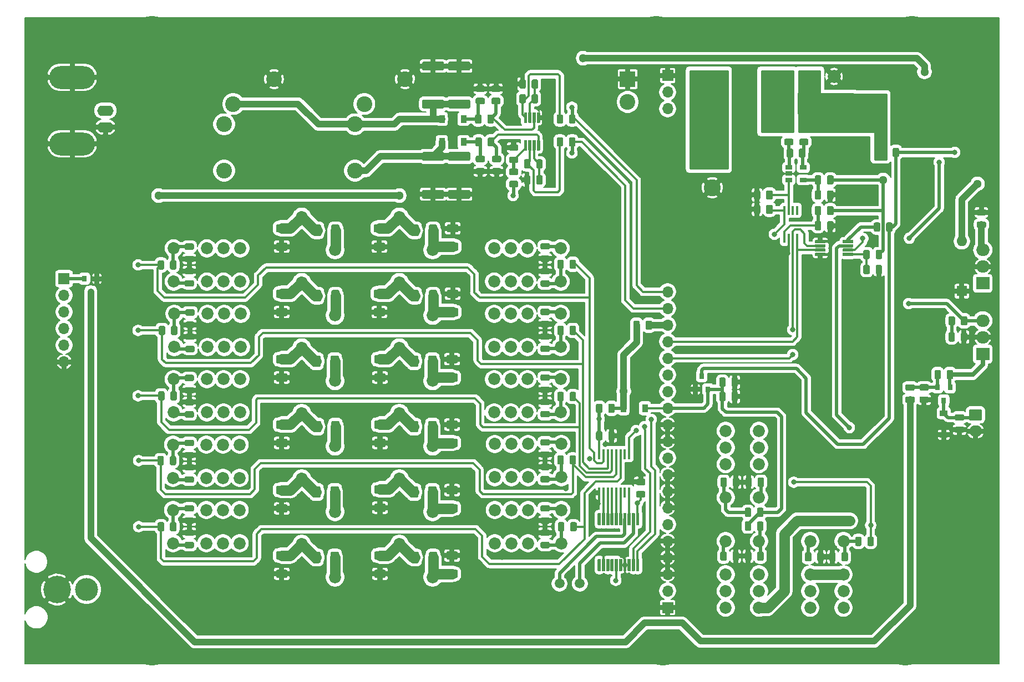
<source format=gbl>
G04 #@! TF.GenerationSoftware,KiCad,Pcbnew,(5.1.5)-3*
G04 #@! TF.CreationDate,2020-02-20T16:57:50+01:00*
G04 #@! TF.ProjectId,HL2_MRF101,484c325f-4d52-4463-9130-312e6b696361,2.0-build8*
G04 #@! TF.SameCoordinates,PX42c1d80PY2625a00*
G04 #@! TF.FileFunction,Copper,L4,Bot*
G04 #@! TF.FilePolarity,Positive*
%FSLAX46Y46*%
G04 Gerber Fmt 4.6, Leading zero omitted, Abs format (unit mm)*
G04 Created by KiCad (PCBNEW (5.1.5)-3) date 2020-02-20 16:57:50*
%MOMM*%
%LPD*%
G04 APERTURE LIST*
%ADD10C,0.100000*%
%ADD11C,1.850000*%
%ADD12O,1.700000X1.700000*%
%ADD13R,1.700000X1.700000*%
%ADD14C,5.300000*%
%ADD15R,0.400000X1.350000*%
%ADD16R,1.060000X0.650000*%
%ADD17R,2.600000X2.600000*%
%ADD18C,2.600000*%
%ADD19C,2.400000*%
%ADD20R,2.400000X2.400000*%
%ADD21O,2.500000X1.600000*%
%ADD22O,7.000000X3.500000*%
%ADD23R,2.898140X5.397500*%
%ADD24R,2.000000X2.000000*%
%ADD25C,2.000000*%
%ADD26R,0.900000X1.200000*%
%ADD27R,1.600000X1.600000*%
%ADD28O,1.600000X1.600000*%
%ADD29C,3.500000*%
%ADD30C,4.200000*%
%ADD31R,2.000000X1.905000*%
%ADD32O,2.000000X1.905000*%
%ADD33R,0.800000X0.900000*%
%ADD34C,1.500000*%
%ADD35R,0.450000X1.500000*%
%ADD36O,2.000000X1.700000*%
%ADD37R,1.200000X0.900000*%
%ADD38C,1.300000*%
%ADD39C,0.800000*%
%ADD40C,0.600000*%
%ADD41C,1.600000*%
%ADD42C,1.000000*%
%ADD43C,0.500000*%
%ADD44C,0.350000*%
%ADD45C,0.200000*%
%ADD46C,0.300000*%
%ADD47C,1.600000*%
%ADD48C,0.700000*%
%ADD49C,0.254000*%
G04 APERTURE END LIST*
G04 #@! TA.AperFunction,SMDPad,CuDef*
D10*
G36*
X130930142Y-31901174D02*
G01*
X130953803Y-31904684D01*
X130977007Y-31910496D01*
X130999529Y-31918554D01*
X131021153Y-31928782D01*
X131041670Y-31941079D01*
X131060883Y-31955329D01*
X131078607Y-31971393D01*
X131094671Y-31989117D01*
X131108921Y-32008330D01*
X131121218Y-32028847D01*
X131131446Y-32050471D01*
X131139504Y-32072993D01*
X131145316Y-32096197D01*
X131148826Y-32119858D01*
X131150000Y-32143750D01*
X131150000Y-33056250D01*
X131148826Y-33080142D01*
X131145316Y-33103803D01*
X131139504Y-33127007D01*
X131131446Y-33149529D01*
X131121218Y-33171153D01*
X131108921Y-33191670D01*
X131094671Y-33210883D01*
X131078607Y-33228607D01*
X131060883Y-33244671D01*
X131041670Y-33258921D01*
X131021153Y-33271218D01*
X130999529Y-33281446D01*
X130977007Y-33289504D01*
X130953803Y-33295316D01*
X130930142Y-33298826D01*
X130906250Y-33300000D01*
X130418750Y-33300000D01*
X130394858Y-33298826D01*
X130371197Y-33295316D01*
X130347993Y-33289504D01*
X130325471Y-33281446D01*
X130303847Y-33271218D01*
X130283330Y-33258921D01*
X130264117Y-33244671D01*
X130246393Y-33228607D01*
X130230329Y-33210883D01*
X130216079Y-33191670D01*
X130203782Y-33171153D01*
X130193554Y-33149529D01*
X130185496Y-33127007D01*
X130179684Y-33103803D01*
X130176174Y-33080142D01*
X130175000Y-33056250D01*
X130175000Y-32143750D01*
X130176174Y-32119858D01*
X130179684Y-32096197D01*
X130185496Y-32072993D01*
X130193554Y-32050471D01*
X130203782Y-32028847D01*
X130216079Y-32008330D01*
X130230329Y-31989117D01*
X130246393Y-31971393D01*
X130264117Y-31955329D01*
X130283330Y-31941079D01*
X130303847Y-31928782D01*
X130325471Y-31918554D01*
X130347993Y-31910496D01*
X130371197Y-31904684D01*
X130394858Y-31901174D01*
X130418750Y-31900000D01*
X130906250Y-31900000D01*
X130930142Y-31901174D01*
G37*
G04 #@! TD.AperFunction*
G04 #@! TA.AperFunction,SMDPad,CuDef*
G36*
X132805142Y-31901174D02*
G01*
X132828803Y-31904684D01*
X132852007Y-31910496D01*
X132874529Y-31918554D01*
X132896153Y-31928782D01*
X132916670Y-31941079D01*
X132935883Y-31955329D01*
X132953607Y-31971393D01*
X132969671Y-31989117D01*
X132983921Y-32008330D01*
X132996218Y-32028847D01*
X133006446Y-32050471D01*
X133014504Y-32072993D01*
X133020316Y-32096197D01*
X133023826Y-32119858D01*
X133025000Y-32143750D01*
X133025000Y-33056250D01*
X133023826Y-33080142D01*
X133020316Y-33103803D01*
X133014504Y-33127007D01*
X133006446Y-33149529D01*
X132996218Y-33171153D01*
X132983921Y-33191670D01*
X132969671Y-33210883D01*
X132953607Y-33228607D01*
X132935883Y-33244671D01*
X132916670Y-33258921D01*
X132896153Y-33271218D01*
X132874529Y-33281446D01*
X132852007Y-33289504D01*
X132828803Y-33295316D01*
X132805142Y-33298826D01*
X132781250Y-33300000D01*
X132293750Y-33300000D01*
X132269858Y-33298826D01*
X132246197Y-33295316D01*
X132222993Y-33289504D01*
X132200471Y-33281446D01*
X132178847Y-33271218D01*
X132158330Y-33258921D01*
X132139117Y-33244671D01*
X132121393Y-33228607D01*
X132105329Y-33210883D01*
X132091079Y-33191670D01*
X132078782Y-33171153D01*
X132068554Y-33149529D01*
X132060496Y-33127007D01*
X132054684Y-33103803D01*
X132051174Y-33080142D01*
X132050000Y-33056250D01*
X132050000Y-32143750D01*
X132051174Y-32119858D01*
X132054684Y-32096197D01*
X132060496Y-32072993D01*
X132068554Y-32050471D01*
X132078782Y-32028847D01*
X132091079Y-32008330D01*
X132105329Y-31989117D01*
X132121393Y-31971393D01*
X132139117Y-31955329D01*
X132158330Y-31941079D01*
X132178847Y-31928782D01*
X132200471Y-31918554D01*
X132222993Y-31910496D01*
X132246197Y-31904684D01*
X132269858Y-31901174D01*
X132293750Y-31900000D01*
X132781250Y-31900000D01*
X132805142Y-31901174D01*
G37*
G04 #@! TD.AperFunction*
D11*
X62840000Y-56100000D03*
X57760000Y-51060000D03*
D12*
X6580000Y-53200000D03*
X6580000Y-50660000D03*
X6580000Y-48120000D03*
X6580000Y-45580000D03*
X6580000Y-43040000D03*
D13*
X6580000Y-40500000D03*
D14*
X20000000Y-3000000D03*
X97000000Y-3000000D03*
X136000000Y-3000000D03*
X135000000Y-97000000D03*
X98000000Y-97000000D03*
X20000000Y-97000000D03*
D15*
X116525000Y-34350000D03*
X116525000Y-30050000D03*
X117175000Y-34350000D03*
X117175000Y-30050000D03*
X117825000Y-34350000D03*
X117825000Y-30050000D03*
X118475000Y-34350000D03*
X118475000Y-30050000D03*
G04 #@! TA.AperFunction,SMDPad,CuDef*
D10*
G36*
X126912252Y-36525602D02*
G01*
X126924386Y-36527402D01*
X126936286Y-36530382D01*
X126947835Y-36534515D01*
X126958925Y-36539760D01*
X126969446Y-36546066D01*
X126979299Y-36553374D01*
X126988388Y-36561612D01*
X126996626Y-36570701D01*
X127003934Y-36580554D01*
X127010240Y-36591075D01*
X127015485Y-36602165D01*
X127019618Y-36613714D01*
X127022598Y-36625614D01*
X127024398Y-36637748D01*
X127025000Y-36650000D01*
X127025000Y-36900000D01*
X127024398Y-36912252D01*
X127022598Y-36924386D01*
X127019618Y-36936286D01*
X127015485Y-36947835D01*
X127010240Y-36958925D01*
X127003934Y-36969446D01*
X126996626Y-36979299D01*
X126988388Y-36988388D01*
X126979299Y-36996626D01*
X126969446Y-37003934D01*
X126958925Y-37010240D01*
X126947835Y-37015485D01*
X126936286Y-37019618D01*
X126924386Y-37022598D01*
X126912252Y-37024398D01*
X126900000Y-37025000D01*
X125525000Y-37025000D01*
X125512748Y-37024398D01*
X125500614Y-37022598D01*
X125488714Y-37019618D01*
X125477165Y-37015485D01*
X125466075Y-37010240D01*
X125455554Y-37003934D01*
X125445701Y-36996626D01*
X125436612Y-36988388D01*
X125428374Y-36979299D01*
X125421066Y-36969446D01*
X125414760Y-36958925D01*
X125409515Y-36947835D01*
X125405382Y-36936286D01*
X125402402Y-36924386D01*
X125400602Y-36912252D01*
X125400000Y-36900000D01*
X125400000Y-36650000D01*
X125400602Y-36637748D01*
X125402402Y-36625614D01*
X125405382Y-36613714D01*
X125409515Y-36602165D01*
X125414760Y-36591075D01*
X125421066Y-36580554D01*
X125428374Y-36570701D01*
X125436612Y-36561612D01*
X125445701Y-36553374D01*
X125455554Y-36546066D01*
X125466075Y-36539760D01*
X125477165Y-36534515D01*
X125488714Y-36530382D01*
X125500614Y-36527402D01*
X125512748Y-36525602D01*
X125525000Y-36525000D01*
X126900000Y-36525000D01*
X126912252Y-36525602D01*
G37*
G04 #@! TD.AperFunction*
G04 #@! TA.AperFunction,SMDPad,CuDef*
G36*
X126912252Y-35875602D02*
G01*
X126924386Y-35877402D01*
X126936286Y-35880382D01*
X126947835Y-35884515D01*
X126958925Y-35889760D01*
X126969446Y-35896066D01*
X126979299Y-35903374D01*
X126988388Y-35911612D01*
X126996626Y-35920701D01*
X127003934Y-35930554D01*
X127010240Y-35941075D01*
X127015485Y-35952165D01*
X127019618Y-35963714D01*
X127022598Y-35975614D01*
X127024398Y-35987748D01*
X127025000Y-36000000D01*
X127025000Y-36250000D01*
X127024398Y-36262252D01*
X127022598Y-36274386D01*
X127019618Y-36286286D01*
X127015485Y-36297835D01*
X127010240Y-36308925D01*
X127003934Y-36319446D01*
X126996626Y-36329299D01*
X126988388Y-36338388D01*
X126979299Y-36346626D01*
X126969446Y-36353934D01*
X126958925Y-36360240D01*
X126947835Y-36365485D01*
X126936286Y-36369618D01*
X126924386Y-36372598D01*
X126912252Y-36374398D01*
X126900000Y-36375000D01*
X125525000Y-36375000D01*
X125512748Y-36374398D01*
X125500614Y-36372598D01*
X125488714Y-36369618D01*
X125477165Y-36365485D01*
X125466075Y-36360240D01*
X125455554Y-36353934D01*
X125445701Y-36346626D01*
X125436612Y-36338388D01*
X125428374Y-36329299D01*
X125421066Y-36319446D01*
X125414760Y-36308925D01*
X125409515Y-36297835D01*
X125405382Y-36286286D01*
X125402402Y-36274386D01*
X125400602Y-36262252D01*
X125400000Y-36250000D01*
X125400000Y-36000000D01*
X125400602Y-35987748D01*
X125402402Y-35975614D01*
X125405382Y-35963714D01*
X125409515Y-35952165D01*
X125414760Y-35941075D01*
X125421066Y-35930554D01*
X125428374Y-35920701D01*
X125436612Y-35911612D01*
X125445701Y-35903374D01*
X125455554Y-35896066D01*
X125466075Y-35889760D01*
X125477165Y-35884515D01*
X125488714Y-35880382D01*
X125500614Y-35877402D01*
X125512748Y-35875602D01*
X125525000Y-35875000D01*
X126900000Y-35875000D01*
X126912252Y-35875602D01*
G37*
G04 #@! TD.AperFunction*
G04 #@! TA.AperFunction,SMDPad,CuDef*
G36*
X126912252Y-35225602D02*
G01*
X126924386Y-35227402D01*
X126936286Y-35230382D01*
X126947835Y-35234515D01*
X126958925Y-35239760D01*
X126969446Y-35246066D01*
X126979299Y-35253374D01*
X126988388Y-35261612D01*
X126996626Y-35270701D01*
X127003934Y-35280554D01*
X127010240Y-35291075D01*
X127015485Y-35302165D01*
X127019618Y-35313714D01*
X127022598Y-35325614D01*
X127024398Y-35337748D01*
X127025000Y-35350000D01*
X127025000Y-35600000D01*
X127024398Y-35612252D01*
X127022598Y-35624386D01*
X127019618Y-35636286D01*
X127015485Y-35647835D01*
X127010240Y-35658925D01*
X127003934Y-35669446D01*
X126996626Y-35679299D01*
X126988388Y-35688388D01*
X126979299Y-35696626D01*
X126969446Y-35703934D01*
X126958925Y-35710240D01*
X126947835Y-35715485D01*
X126936286Y-35719618D01*
X126924386Y-35722598D01*
X126912252Y-35724398D01*
X126900000Y-35725000D01*
X125525000Y-35725000D01*
X125512748Y-35724398D01*
X125500614Y-35722598D01*
X125488714Y-35719618D01*
X125477165Y-35715485D01*
X125466075Y-35710240D01*
X125455554Y-35703934D01*
X125445701Y-35696626D01*
X125436612Y-35688388D01*
X125428374Y-35679299D01*
X125421066Y-35669446D01*
X125414760Y-35658925D01*
X125409515Y-35647835D01*
X125405382Y-35636286D01*
X125402402Y-35624386D01*
X125400602Y-35612252D01*
X125400000Y-35600000D01*
X125400000Y-35350000D01*
X125400602Y-35337748D01*
X125402402Y-35325614D01*
X125405382Y-35313714D01*
X125409515Y-35302165D01*
X125414760Y-35291075D01*
X125421066Y-35280554D01*
X125428374Y-35270701D01*
X125436612Y-35261612D01*
X125445701Y-35253374D01*
X125455554Y-35246066D01*
X125466075Y-35239760D01*
X125477165Y-35234515D01*
X125488714Y-35230382D01*
X125500614Y-35227402D01*
X125512748Y-35225602D01*
X125525000Y-35225000D01*
X126900000Y-35225000D01*
X126912252Y-35225602D01*
G37*
G04 #@! TD.AperFunction*
G04 #@! TA.AperFunction,SMDPad,CuDef*
G36*
X126912252Y-34575602D02*
G01*
X126924386Y-34577402D01*
X126936286Y-34580382D01*
X126947835Y-34584515D01*
X126958925Y-34589760D01*
X126969446Y-34596066D01*
X126979299Y-34603374D01*
X126988388Y-34611612D01*
X126996626Y-34620701D01*
X127003934Y-34630554D01*
X127010240Y-34641075D01*
X127015485Y-34652165D01*
X127019618Y-34663714D01*
X127022598Y-34675614D01*
X127024398Y-34687748D01*
X127025000Y-34700000D01*
X127025000Y-34950000D01*
X127024398Y-34962252D01*
X127022598Y-34974386D01*
X127019618Y-34986286D01*
X127015485Y-34997835D01*
X127010240Y-35008925D01*
X127003934Y-35019446D01*
X126996626Y-35029299D01*
X126988388Y-35038388D01*
X126979299Y-35046626D01*
X126969446Y-35053934D01*
X126958925Y-35060240D01*
X126947835Y-35065485D01*
X126936286Y-35069618D01*
X126924386Y-35072598D01*
X126912252Y-35074398D01*
X126900000Y-35075000D01*
X125525000Y-35075000D01*
X125512748Y-35074398D01*
X125500614Y-35072598D01*
X125488714Y-35069618D01*
X125477165Y-35065485D01*
X125466075Y-35060240D01*
X125455554Y-35053934D01*
X125445701Y-35046626D01*
X125436612Y-35038388D01*
X125428374Y-35029299D01*
X125421066Y-35019446D01*
X125414760Y-35008925D01*
X125409515Y-34997835D01*
X125405382Y-34986286D01*
X125402402Y-34974386D01*
X125400602Y-34962252D01*
X125400000Y-34950000D01*
X125400000Y-34700000D01*
X125400602Y-34687748D01*
X125402402Y-34675614D01*
X125405382Y-34663714D01*
X125409515Y-34652165D01*
X125414760Y-34641075D01*
X125421066Y-34630554D01*
X125428374Y-34620701D01*
X125436612Y-34611612D01*
X125445701Y-34603374D01*
X125455554Y-34596066D01*
X125466075Y-34589760D01*
X125477165Y-34584515D01*
X125488714Y-34580382D01*
X125500614Y-34577402D01*
X125512748Y-34575602D01*
X125525000Y-34575000D01*
X126900000Y-34575000D01*
X126912252Y-34575602D01*
G37*
G04 #@! TD.AperFunction*
G04 #@! TA.AperFunction,SMDPad,CuDef*
G36*
X122687252Y-34575602D02*
G01*
X122699386Y-34577402D01*
X122711286Y-34580382D01*
X122722835Y-34584515D01*
X122733925Y-34589760D01*
X122744446Y-34596066D01*
X122754299Y-34603374D01*
X122763388Y-34611612D01*
X122771626Y-34620701D01*
X122778934Y-34630554D01*
X122785240Y-34641075D01*
X122790485Y-34652165D01*
X122794618Y-34663714D01*
X122797598Y-34675614D01*
X122799398Y-34687748D01*
X122800000Y-34700000D01*
X122800000Y-34950000D01*
X122799398Y-34962252D01*
X122797598Y-34974386D01*
X122794618Y-34986286D01*
X122790485Y-34997835D01*
X122785240Y-35008925D01*
X122778934Y-35019446D01*
X122771626Y-35029299D01*
X122763388Y-35038388D01*
X122754299Y-35046626D01*
X122744446Y-35053934D01*
X122733925Y-35060240D01*
X122722835Y-35065485D01*
X122711286Y-35069618D01*
X122699386Y-35072598D01*
X122687252Y-35074398D01*
X122675000Y-35075000D01*
X121300000Y-35075000D01*
X121287748Y-35074398D01*
X121275614Y-35072598D01*
X121263714Y-35069618D01*
X121252165Y-35065485D01*
X121241075Y-35060240D01*
X121230554Y-35053934D01*
X121220701Y-35046626D01*
X121211612Y-35038388D01*
X121203374Y-35029299D01*
X121196066Y-35019446D01*
X121189760Y-35008925D01*
X121184515Y-34997835D01*
X121180382Y-34986286D01*
X121177402Y-34974386D01*
X121175602Y-34962252D01*
X121175000Y-34950000D01*
X121175000Y-34700000D01*
X121175602Y-34687748D01*
X121177402Y-34675614D01*
X121180382Y-34663714D01*
X121184515Y-34652165D01*
X121189760Y-34641075D01*
X121196066Y-34630554D01*
X121203374Y-34620701D01*
X121211612Y-34611612D01*
X121220701Y-34603374D01*
X121230554Y-34596066D01*
X121241075Y-34589760D01*
X121252165Y-34584515D01*
X121263714Y-34580382D01*
X121275614Y-34577402D01*
X121287748Y-34575602D01*
X121300000Y-34575000D01*
X122675000Y-34575000D01*
X122687252Y-34575602D01*
G37*
G04 #@! TD.AperFunction*
G04 #@! TA.AperFunction,SMDPad,CuDef*
G36*
X122687252Y-35225602D02*
G01*
X122699386Y-35227402D01*
X122711286Y-35230382D01*
X122722835Y-35234515D01*
X122733925Y-35239760D01*
X122744446Y-35246066D01*
X122754299Y-35253374D01*
X122763388Y-35261612D01*
X122771626Y-35270701D01*
X122778934Y-35280554D01*
X122785240Y-35291075D01*
X122790485Y-35302165D01*
X122794618Y-35313714D01*
X122797598Y-35325614D01*
X122799398Y-35337748D01*
X122800000Y-35350000D01*
X122800000Y-35600000D01*
X122799398Y-35612252D01*
X122797598Y-35624386D01*
X122794618Y-35636286D01*
X122790485Y-35647835D01*
X122785240Y-35658925D01*
X122778934Y-35669446D01*
X122771626Y-35679299D01*
X122763388Y-35688388D01*
X122754299Y-35696626D01*
X122744446Y-35703934D01*
X122733925Y-35710240D01*
X122722835Y-35715485D01*
X122711286Y-35719618D01*
X122699386Y-35722598D01*
X122687252Y-35724398D01*
X122675000Y-35725000D01*
X121300000Y-35725000D01*
X121287748Y-35724398D01*
X121275614Y-35722598D01*
X121263714Y-35719618D01*
X121252165Y-35715485D01*
X121241075Y-35710240D01*
X121230554Y-35703934D01*
X121220701Y-35696626D01*
X121211612Y-35688388D01*
X121203374Y-35679299D01*
X121196066Y-35669446D01*
X121189760Y-35658925D01*
X121184515Y-35647835D01*
X121180382Y-35636286D01*
X121177402Y-35624386D01*
X121175602Y-35612252D01*
X121175000Y-35600000D01*
X121175000Y-35350000D01*
X121175602Y-35337748D01*
X121177402Y-35325614D01*
X121180382Y-35313714D01*
X121184515Y-35302165D01*
X121189760Y-35291075D01*
X121196066Y-35280554D01*
X121203374Y-35270701D01*
X121211612Y-35261612D01*
X121220701Y-35253374D01*
X121230554Y-35246066D01*
X121241075Y-35239760D01*
X121252165Y-35234515D01*
X121263714Y-35230382D01*
X121275614Y-35227402D01*
X121287748Y-35225602D01*
X121300000Y-35225000D01*
X122675000Y-35225000D01*
X122687252Y-35225602D01*
G37*
G04 #@! TD.AperFunction*
G04 #@! TA.AperFunction,SMDPad,CuDef*
G36*
X122687252Y-35875602D02*
G01*
X122699386Y-35877402D01*
X122711286Y-35880382D01*
X122722835Y-35884515D01*
X122733925Y-35889760D01*
X122744446Y-35896066D01*
X122754299Y-35903374D01*
X122763388Y-35911612D01*
X122771626Y-35920701D01*
X122778934Y-35930554D01*
X122785240Y-35941075D01*
X122790485Y-35952165D01*
X122794618Y-35963714D01*
X122797598Y-35975614D01*
X122799398Y-35987748D01*
X122800000Y-36000000D01*
X122800000Y-36250000D01*
X122799398Y-36262252D01*
X122797598Y-36274386D01*
X122794618Y-36286286D01*
X122790485Y-36297835D01*
X122785240Y-36308925D01*
X122778934Y-36319446D01*
X122771626Y-36329299D01*
X122763388Y-36338388D01*
X122754299Y-36346626D01*
X122744446Y-36353934D01*
X122733925Y-36360240D01*
X122722835Y-36365485D01*
X122711286Y-36369618D01*
X122699386Y-36372598D01*
X122687252Y-36374398D01*
X122675000Y-36375000D01*
X121300000Y-36375000D01*
X121287748Y-36374398D01*
X121275614Y-36372598D01*
X121263714Y-36369618D01*
X121252165Y-36365485D01*
X121241075Y-36360240D01*
X121230554Y-36353934D01*
X121220701Y-36346626D01*
X121211612Y-36338388D01*
X121203374Y-36329299D01*
X121196066Y-36319446D01*
X121189760Y-36308925D01*
X121184515Y-36297835D01*
X121180382Y-36286286D01*
X121177402Y-36274386D01*
X121175602Y-36262252D01*
X121175000Y-36250000D01*
X121175000Y-36000000D01*
X121175602Y-35987748D01*
X121177402Y-35975614D01*
X121180382Y-35963714D01*
X121184515Y-35952165D01*
X121189760Y-35941075D01*
X121196066Y-35930554D01*
X121203374Y-35920701D01*
X121211612Y-35911612D01*
X121220701Y-35903374D01*
X121230554Y-35896066D01*
X121241075Y-35889760D01*
X121252165Y-35884515D01*
X121263714Y-35880382D01*
X121275614Y-35877402D01*
X121287748Y-35875602D01*
X121300000Y-35875000D01*
X122675000Y-35875000D01*
X122687252Y-35875602D01*
G37*
G04 #@! TD.AperFunction*
G04 #@! TA.AperFunction,SMDPad,CuDef*
G36*
X122687252Y-36525602D02*
G01*
X122699386Y-36527402D01*
X122711286Y-36530382D01*
X122722835Y-36534515D01*
X122733925Y-36539760D01*
X122744446Y-36546066D01*
X122754299Y-36553374D01*
X122763388Y-36561612D01*
X122771626Y-36570701D01*
X122778934Y-36580554D01*
X122785240Y-36591075D01*
X122790485Y-36602165D01*
X122794618Y-36613714D01*
X122797598Y-36625614D01*
X122799398Y-36637748D01*
X122800000Y-36650000D01*
X122800000Y-36900000D01*
X122799398Y-36912252D01*
X122797598Y-36924386D01*
X122794618Y-36936286D01*
X122790485Y-36947835D01*
X122785240Y-36958925D01*
X122778934Y-36969446D01*
X122771626Y-36979299D01*
X122763388Y-36988388D01*
X122754299Y-36996626D01*
X122744446Y-37003934D01*
X122733925Y-37010240D01*
X122722835Y-37015485D01*
X122711286Y-37019618D01*
X122699386Y-37022598D01*
X122687252Y-37024398D01*
X122675000Y-37025000D01*
X121300000Y-37025000D01*
X121287748Y-37024398D01*
X121275614Y-37022598D01*
X121263714Y-37019618D01*
X121252165Y-37015485D01*
X121241075Y-37010240D01*
X121230554Y-37003934D01*
X121220701Y-36996626D01*
X121211612Y-36988388D01*
X121203374Y-36979299D01*
X121196066Y-36969446D01*
X121189760Y-36958925D01*
X121184515Y-36947835D01*
X121180382Y-36936286D01*
X121177402Y-36924386D01*
X121175602Y-36912252D01*
X121175000Y-36900000D01*
X121175000Y-36650000D01*
X121175602Y-36637748D01*
X121177402Y-36625614D01*
X121180382Y-36613714D01*
X121184515Y-36602165D01*
X121189760Y-36591075D01*
X121196066Y-36580554D01*
X121203374Y-36570701D01*
X121211612Y-36561612D01*
X121220701Y-36553374D01*
X121230554Y-36546066D01*
X121241075Y-36539760D01*
X121252165Y-36534515D01*
X121263714Y-36530382D01*
X121275614Y-36527402D01*
X121287748Y-36525602D01*
X121300000Y-36525000D01*
X122675000Y-36525000D01*
X122687252Y-36525602D01*
G37*
G04 #@! TD.AperFunction*
D16*
X119400000Y-25400000D03*
X119400000Y-23500000D03*
X117200000Y-23500000D03*
X117200000Y-24450000D03*
X117200000Y-25400000D03*
G04 #@! TA.AperFunction,SMDPad,CuDef*
D10*
G36*
X117680142Y-17226174D02*
G01*
X117703803Y-17229684D01*
X117727007Y-17235496D01*
X117749529Y-17243554D01*
X117771153Y-17253782D01*
X117791670Y-17266079D01*
X117810883Y-17280329D01*
X117828607Y-17296393D01*
X117844671Y-17314117D01*
X117858921Y-17333330D01*
X117871218Y-17353847D01*
X117881446Y-17375471D01*
X117889504Y-17397993D01*
X117895316Y-17421197D01*
X117898826Y-17444858D01*
X117900000Y-17468750D01*
X117900000Y-17956250D01*
X117898826Y-17980142D01*
X117895316Y-18003803D01*
X117889504Y-18027007D01*
X117881446Y-18049529D01*
X117871218Y-18071153D01*
X117858921Y-18091670D01*
X117844671Y-18110883D01*
X117828607Y-18128607D01*
X117810883Y-18144671D01*
X117791670Y-18158921D01*
X117771153Y-18171218D01*
X117749529Y-18181446D01*
X117727007Y-18189504D01*
X117703803Y-18195316D01*
X117680142Y-18198826D01*
X117656250Y-18200000D01*
X116743750Y-18200000D01*
X116719858Y-18198826D01*
X116696197Y-18195316D01*
X116672993Y-18189504D01*
X116650471Y-18181446D01*
X116628847Y-18171218D01*
X116608330Y-18158921D01*
X116589117Y-18144671D01*
X116571393Y-18128607D01*
X116555329Y-18110883D01*
X116541079Y-18091670D01*
X116528782Y-18071153D01*
X116518554Y-18049529D01*
X116510496Y-18027007D01*
X116504684Y-18003803D01*
X116501174Y-17980142D01*
X116500000Y-17956250D01*
X116500000Y-17468750D01*
X116501174Y-17444858D01*
X116504684Y-17421197D01*
X116510496Y-17397993D01*
X116518554Y-17375471D01*
X116528782Y-17353847D01*
X116541079Y-17333330D01*
X116555329Y-17314117D01*
X116571393Y-17296393D01*
X116589117Y-17280329D01*
X116608330Y-17266079D01*
X116628847Y-17253782D01*
X116650471Y-17243554D01*
X116672993Y-17235496D01*
X116696197Y-17229684D01*
X116719858Y-17226174D01*
X116743750Y-17225000D01*
X117656250Y-17225000D01*
X117680142Y-17226174D01*
G37*
G04 #@! TD.AperFunction*
G04 #@! TA.AperFunction,SMDPad,CuDef*
G36*
X117680142Y-19101174D02*
G01*
X117703803Y-19104684D01*
X117727007Y-19110496D01*
X117749529Y-19118554D01*
X117771153Y-19128782D01*
X117791670Y-19141079D01*
X117810883Y-19155329D01*
X117828607Y-19171393D01*
X117844671Y-19189117D01*
X117858921Y-19208330D01*
X117871218Y-19228847D01*
X117881446Y-19250471D01*
X117889504Y-19272993D01*
X117895316Y-19296197D01*
X117898826Y-19319858D01*
X117900000Y-19343750D01*
X117900000Y-19831250D01*
X117898826Y-19855142D01*
X117895316Y-19878803D01*
X117889504Y-19902007D01*
X117881446Y-19924529D01*
X117871218Y-19946153D01*
X117858921Y-19966670D01*
X117844671Y-19985883D01*
X117828607Y-20003607D01*
X117810883Y-20019671D01*
X117791670Y-20033921D01*
X117771153Y-20046218D01*
X117749529Y-20056446D01*
X117727007Y-20064504D01*
X117703803Y-20070316D01*
X117680142Y-20073826D01*
X117656250Y-20075000D01*
X116743750Y-20075000D01*
X116719858Y-20073826D01*
X116696197Y-20070316D01*
X116672993Y-20064504D01*
X116650471Y-20056446D01*
X116628847Y-20046218D01*
X116608330Y-20033921D01*
X116589117Y-20019671D01*
X116571393Y-20003607D01*
X116555329Y-19985883D01*
X116541079Y-19966670D01*
X116528782Y-19946153D01*
X116518554Y-19924529D01*
X116510496Y-19902007D01*
X116504684Y-19878803D01*
X116501174Y-19855142D01*
X116500000Y-19831250D01*
X116500000Y-19343750D01*
X116501174Y-19319858D01*
X116504684Y-19296197D01*
X116510496Y-19272993D01*
X116518554Y-19250471D01*
X116528782Y-19228847D01*
X116541079Y-19208330D01*
X116555329Y-19189117D01*
X116571393Y-19171393D01*
X116589117Y-19155329D01*
X116608330Y-19141079D01*
X116628847Y-19128782D01*
X116650471Y-19118554D01*
X116672993Y-19110496D01*
X116696197Y-19104684D01*
X116719858Y-19101174D01*
X116743750Y-19100000D01*
X117656250Y-19100000D01*
X117680142Y-19101174D01*
G37*
G04 #@! TD.AperFunction*
G04 #@! TA.AperFunction,SMDPad,CuDef*
G36*
X119980142Y-17226174D02*
G01*
X120003803Y-17229684D01*
X120027007Y-17235496D01*
X120049529Y-17243554D01*
X120071153Y-17253782D01*
X120091670Y-17266079D01*
X120110883Y-17280329D01*
X120128607Y-17296393D01*
X120144671Y-17314117D01*
X120158921Y-17333330D01*
X120171218Y-17353847D01*
X120181446Y-17375471D01*
X120189504Y-17397993D01*
X120195316Y-17421197D01*
X120198826Y-17444858D01*
X120200000Y-17468750D01*
X120200000Y-17956250D01*
X120198826Y-17980142D01*
X120195316Y-18003803D01*
X120189504Y-18027007D01*
X120181446Y-18049529D01*
X120171218Y-18071153D01*
X120158921Y-18091670D01*
X120144671Y-18110883D01*
X120128607Y-18128607D01*
X120110883Y-18144671D01*
X120091670Y-18158921D01*
X120071153Y-18171218D01*
X120049529Y-18181446D01*
X120027007Y-18189504D01*
X120003803Y-18195316D01*
X119980142Y-18198826D01*
X119956250Y-18200000D01*
X119043750Y-18200000D01*
X119019858Y-18198826D01*
X118996197Y-18195316D01*
X118972993Y-18189504D01*
X118950471Y-18181446D01*
X118928847Y-18171218D01*
X118908330Y-18158921D01*
X118889117Y-18144671D01*
X118871393Y-18128607D01*
X118855329Y-18110883D01*
X118841079Y-18091670D01*
X118828782Y-18071153D01*
X118818554Y-18049529D01*
X118810496Y-18027007D01*
X118804684Y-18003803D01*
X118801174Y-17980142D01*
X118800000Y-17956250D01*
X118800000Y-17468750D01*
X118801174Y-17444858D01*
X118804684Y-17421197D01*
X118810496Y-17397993D01*
X118818554Y-17375471D01*
X118828782Y-17353847D01*
X118841079Y-17333330D01*
X118855329Y-17314117D01*
X118871393Y-17296393D01*
X118889117Y-17280329D01*
X118908330Y-17266079D01*
X118928847Y-17253782D01*
X118950471Y-17243554D01*
X118972993Y-17235496D01*
X118996197Y-17229684D01*
X119019858Y-17226174D01*
X119043750Y-17225000D01*
X119956250Y-17225000D01*
X119980142Y-17226174D01*
G37*
G04 #@! TD.AperFunction*
G04 #@! TA.AperFunction,SMDPad,CuDef*
G36*
X119980142Y-19101174D02*
G01*
X120003803Y-19104684D01*
X120027007Y-19110496D01*
X120049529Y-19118554D01*
X120071153Y-19128782D01*
X120091670Y-19141079D01*
X120110883Y-19155329D01*
X120128607Y-19171393D01*
X120144671Y-19189117D01*
X120158921Y-19208330D01*
X120171218Y-19228847D01*
X120181446Y-19250471D01*
X120189504Y-19272993D01*
X120195316Y-19296197D01*
X120198826Y-19319858D01*
X120200000Y-19343750D01*
X120200000Y-19831250D01*
X120198826Y-19855142D01*
X120195316Y-19878803D01*
X120189504Y-19902007D01*
X120181446Y-19924529D01*
X120171218Y-19946153D01*
X120158921Y-19966670D01*
X120144671Y-19985883D01*
X120128607Y-20003607D01*
X120110883Y-20019671D01*
X120091670Y-20033921D01*
X120071153Y-20046218D01*
X120049529Y-20056446D01*
X120027007Y-20064504D01*
X120003803Y-20070316D01*
X119980142Y-20073826D01*
X119956250Y-20075000D01*
X119043750Y-20075000D01*
X119019858Y-20073826D01*
X118996197Y-20070316D01*
X118972993Y-20064504D01*
X118950471Y-20056446D01*
X118928847Y-20046218D01*
X118908330Y-20033921D01*
X118889117Y-20019671D01*
X118871393Y-20003607D01*
X118855329Y-19985883D01*
X118841079Y-19966670D01*
X118828782Y-19946153D01*
X118818554Y-19924529D01*
X118810496Y-19902007D01*
X118804684Y-19878803D01*
X118801174Y-19855142D01*
X118800000Y-19831250D01*
X118800000Y-19343750D01*
X118801174Y-19319858D01*
X118804684Y-19296197D01*
X118810496Y-19272993D01*
X118818554Y-19250471D01*
X118828782Y-19228847D01*
X118841079Y-19208330D01*
X118855329Y-19189117D01*
X118871393Y-19171393D01*
X118889117Y-19155329D01*
X118908330Y-19141079D01*
X118928847Y-19128782D01*
X118950471Y-19118554D01*
X118972993Y-19110496D01*
X118996197Y-19104684D01*
X119019858Y-19101174D01*
X119043750Y-19100000D01*
X119956250Y-19100000D01*
X119980142Y-19101174D01*
G37*
G04 #@! TD.AperFunction*
G04 #@! TA.AperFunction,SMDPad,CuDef*
G36*
X117824504Y-12001204D02*
G01*
X117848773Y-12004804D01*
X117872571Y-12010765D01*
X117895671Y-12019030D01*
X117917849Y-12029520D01*
X117938893Y-12042133D01*
X117958598Y-12056747D01*
X117976777Y-12073223D01*
X117993253Y-12091402D01*
X118007867Y-12111107D01*
X118020480Y-12132151D01*
X118030970Y-12154329D01*
X118039235Y-12177429D01*
X118045196Y-12201227D01*
X118048796Y-12225496D01*
X118050000Y-12250000D01*
X118050000Y-15150000D01*
X118048796Y-15174504D01*
X118045196Y-15198773D01*
X118039235Y-15222571D01*
X118030970Y-15245671D01*
X118020480Y-15267849D01*
X118007867Y-15288893D01*
X117993253Y-15308598D01*
X117976777Y-15326777D01*
X117958598Y-15343253D01*
X117938893Y-15357867D01*
X117917849Y-15370480D01*
X117895671Y-15380970D01*
X117872571Y-15389235D01*
X117848773Y-15395196D01*
X117824504Y-15398796D01*
X117800000Y-15400000D01*
X117300000Y-15400000D01*
X117275496Y-15398796D01*
X117251227Y-15395196D01*
X117227429Y-15389235D01*
X117204329Y-15380970D01*
X117182151Y-15370480D01*
X117161107Y-15357867D01*
X117141402Y-15343253D01*
X117123223Y-15326777D01*
X117106747Y-15308598D01*
X117092133Y-15288893D01*
X117079520Y-15267849D01*
X117069030Y-15245671D01*
X117060765Y-15222571D01*
X117054804Y-15198773D01*
X117051204Y-15174504D01*
X117050000Y-15150000D01*
X117050000Y-12250000D01*
X117051204Y-12225496D01*
X117054804Y-12201227D01*
X117060765Y-12177429D01*
X117069030Y-12154329D01*
X117079520Y-12132151D01*
X117092133Y-12111107D01*
X117106747Y-12091402D01*
X117123223Y-12073223D01*
X117141402Y-12056747D01*
X117161107Y-12042133D01*
X117182151Y-12029520D01*
X117204329Y-12019030D01*
X117227429Y-12010765D01*
X117251227Y-12004804D01*
X117275496Y-12001204D01*
X117300000Y-12000000D01*
X117800000Y-12000000D01*
X117824504Y-12001204D01*
G37*
G04 #@! TD.AperFunction*
G04 #@! TA.AperFunction,SMDPad,CuDef*
G36*
X119324504Y-12001204D02*
G01*
X119348773Y-12004804D01*
X119372571Y-12010765D01*
X119395671Y-12019030D01*
X119417849Y-12029520D01*
X119438893Y-12042133D01*
X119458598Y-12056747D01*
X119476777Y-12073223D01*
X119493253Y-12091402D01*
X119507867Y-12111107D01*
X119520480Y-12132151D01*
X119530970Y-12154329D01*
X119539235Y-12177429D01*
X119545196Y-12201227D01*
X119548796Y-12225496D01*
X119550000Y-12250000D01*
X119550000Y-15150000D01*
X119548796Y-15174504D01*
X119545196Y-15198773D01*
X119539235Y-15222571D01*
X119530970Y-15245671D01*
X119520480Y-15267849D01*
X119507867Y-15288893D01*
X119493253Y-15308598D01*
X119476777Y-15326777D01*
X119458598Y-15343253D01*
X119438893Y-15357867D01*
X119417849Y-15370480D01*
X119395671Y-15380970D01*
X119372571Y-15389235D01*
X119348773Y-15395196D01*
X119324504Y-15398796D01*
X119300000Y-15400000D01*
X118800000Y-15400000D01*
X118775496Y-15398796D01*
X118751227Y-15395196D01*
X118727429Y-15389235D01*
X118704329Y-15380970D01*
X118682151Y-15370480D01*
X118661107Y-15357867D01*
X118641402Y-15343253D01*
X118623223Y-15326777D01*
X118606747Y-15308598D01*
X118592133Y-15288893D01*
X118579520Y-15267849D01*
X118569030Y-15245671D01*
X118560765Y-15222571D01*
X118554804Y-15198773D01*
X118551204Y-15174504D01*
X118550000Y-15150000D01*
X118550000Y-12250000D01*
X118551204Y-12225496D01*
X118554804Y-12201227D01*
X118560765Y-12177429D01*
X118569030Y-12154329D01*
X118579520Y-12132151D01*
X118592133Y-12111107D01*
X118606747Y-12091402D01*
X118623223Y-12073223D01*
X118641402Y-12056747D01*
X118661107Y-12042133D01*
X118682151Y-12029520D01*
X118704329Y-12019030D01*
X118727429Y-12010765D01*
X118751227Y-12004804D01*
X118775496Y-12001204D01*
X118800000Y-12000000D01*
X119300000Y-12000000D01*
X119324504Y-12001204D01*
G37*
G04 #@! TD.AperFunction*
G04 #@! TA.AperFunction,SMDPad,CuDef*
G36*
X121930142Y-31701174D02*
G01*
X121953803Y-31704684D01*
X121977007Y-31710496D01*
X121999529Y-31718554D01*
X122021153Y-31728782D01*
X122041670Y-31741079D01*
X122060883Y-31755329D01*
X122078607Y-31771393D01*
X122094671Y-31789117D01*
X122108921Y-31808330D01*
X122121218Y-31828847D01*
X122131446Y-31850471D01*
X122139504Y-31872993D01*
X122145316Y-31896197D01*
X122148826Y-31919858D01*
X122150000Y-31943750D01*
X122150000Y-32856250D01*
X122148826Y-32880142D01*
X122145316Y-32903803D01*
X122139504Y-32927007D01*
X122131446Y-32949529D01*
X122121218Y-32971153D01*
X122108921Y-32991670D01*
X122094671Y-33010883D01*
X122078607Y-33028607D01*
X122060883Y-33044671D01*
X122041670Y-33058921D01*
X122021153Y-33071218D01*
X121999529Y-33081446D01*
X121977007Y-33089504D01*
X121953803Y-33095316D01*
X121930142Y-33098826D01*
X121906250Y-33100000D01*
X121418750Y-33100000D01*
X121394858Y-33098826D01*
X121371197Y-33095316D01*
X121347993Y-33089504D01*
X121325471Y-33081446D01*
X121303847Y-33071218D01*
X121283330Y-33058921D01*
X121264117Y-33044671D01*
X121246393Y-33028607D01*
X121230329Y-33010883D01*
X121216079Y-32991670D01*
X121203782Y-32971153D01*
X121193554Y-32949529D01*
X121185496Y-32927007D01*
X121179684Y-32903803D01*
X121176174Y-32880142D01*
X121175000Y-32856250D01*
X121175000Y-31943750D01*
X121176174Y-31919858D01*
X121179684Y-31896197D01*
X121185496Y-31872993D01*
X121193554Y-31850471D01*
X121203782Y-31828847D01*
X121216079Y-31808330D01*
X121230329Y-31789117D01*
X121246393Y-31771393D01*
X121264117Y-31755329D01*
X121283330Y-31741079D01*
X121303847Y-31728782D01*
X121325471Y-31718554D01*
X121347993Y-31710496D01*
X121371197Y-31704684D01*
X121394858Y-31701174D01*
X121418750Y-31700000D01*
X121906250Y-31700000D01*
X121930142Y-31701174D01*
G37*
G04 #@! TD.AperFunction*
G04 #@! TA.AperFunction,SMDPad,CuDef*
G36*
X123805142Y-31701174D02*
G01*
X123828803Y-31704684D01*
X123852007Y-31710496D01*
X123874529Y-31718554D01*
X123896153Y-31728782D01*
X123916670Y-31741079D01*
X123935883Y-31755329D01*
X123953607Y-31771393D01*
X123969671Y-31789117D01*
X123983921Y-31808330D01*
X123996218Y-31828847D01*
X124006446Y-31850471D01*
X124014504Y-31872993D01*
X124020316Y-31896197D01*
X124023826Y-31919858D01*
X124025000Y-31943750D01*
X124025000Y-32856250D01*
X124023826Y-32880142D01*
X124020316Y-32903803D01*
X124014504Y-32927007D01*
X124006446Y-32949529D01*
X123996218Y-32971153D01*
X123983921Y-32991670D01*
X123969671Y-33010883D01*
X123953607Y-33028607D01*
X123935883Y-33044671D01*
X123916670Y-33058921D01*
X123896153Y-33071218D01*
X123874529Y-33081446D01*
X123852007Y-33089504D01*
X123828803Y-33095316D01*
X123805142Y-33098826D01*
X123781250Y-33100000D01*
X123293750Y-33100000D01*
X123269858Y-33098826D01*
X123246197Y-33095316D01*
X123222993Y-33089504D01*
X123200471Y-33081446D01*
X123178847Y-33071218D01*
X123158330Y-33058921D01*
X123139117Y-33044671D01*
X123121393Y-33028607D01*
X123105329Y-33010883D01*
X123091079Y-32991670D01*
X123078782Y-32971153D01*
X123068554Y-32949529D01*
X123060496Y-32927007D01*
X123054684Y-32903803D01*
X123051174Y-32880142D01*
X123050000Y-32856250D01*
X123050000Y-31943750D01*
X123051174Y-31919858D01*
X123054684Y-31896197D01*
X123060496Y-31872993D01*
X123068554Y-31850471D01*
X123078782Y-31828847D01*
X123091079Y-31808330D01*
X123105329Y-31789117D01*
X123121393Y-31771393D01*
X123139117Y-31755329D01*
X123158330Y-31741079D01*
X123178847Y-31728782D01*
X123200471Y-31718554D01*
X123222993Y-31710496D01*
X123246197Y-31704684D01*
X123269858Y-31701174D01*
X123293750Y-31700000D01*
X123781250Y-31700000D01*
X123805142Y-31701174D01*
G37*
G04 #@! TD.AperFunction*
G04 #@! TA.AperFunction,SMDPad,CuDef*
G36*
X114505142Y-27001174D02*
G01*
X114528803Y-27004684D01*
X114552007Y-27010496D01*
X114574529Y-27018554D01*
X114596153Y-27028782D01*
X114616670Y-27041079D01*
X114635883Y-27055329D01*
X114653607Y-27071393D01*
X114669671Y-27089117D01*
X114683921Y-27108330D01*
X114696218Y-27128847D01*
X114706446Y-27150471D01*
X114714504Y-27172993D01*
X114720316Y-27196197D01*
X114723826Y-27219858D01*
X114725000Y-27243750D01*
X114725000Y-28156250D01*
X114723826Y-28180142D01*
X114720316Y-28203803D01*
X114714504Y-28227007D01*
X114706446Y-28249529D01*
X114696218Y-28271153D01*
X114683921Y-28291670D01*
X114669671Y-28310883D01*
X114653607Y-28328607D01*
X114635883Y-28344671D01*
X114616670Y-28358921D01*
X114596153Y-28371218D01*
X114574529Y-28381446D01*
X114552007Y-28389504D01*
X114528803Y-28395316D01*
X114505142Y-28398826D01*
X114481250Y-28400000D01*
X113993750Y-28400000D01*
X113969858Y-28398826D01*
X113946197Y-28395316D01*
X113922993Y-28389504D01*
X113900471Y-28381446D01*
X113878847Y-28371218D01*
X113858330Y-28358921D01*
X113839117Y-28344671D01*
X113821393Y-28328607D01*
X113805329Y-28310883D01*
X113791079Y-28291670D01*
X113778782Y-28271153D01*
X113768554Y-28249529D01*
X113760496Y-28227007D01*
X113754684Y-28203803D01*
X113751174Y-28180142D01*
X113750000Y-28156250D01*
X113750000Y-27243750D01*
X113751174Y-27219858D01*
X113754684Y-27196197D01*
X113760496Y-27172993D01*
X113768554Y-27150471D01*
X113778782Y-27128847D01*
X113791079Y-27108330D01*
X113805329Y-27089117D01*
X113821393Y-27071393D01*
X113839117Y-27055329D01*
X113858330Y-27041079D01*
X113878847Y-27028782D01*
X113900471Y-27018554D01*
X113922993Y-27010496D01*
X113946197Y-27004684D01*
X113969858Y-27001174D01*
X113993750Y-27000000D01*
X114481250Y-27000000D01*
X114505142Y-27001174D01*
G37*
G04 #@! TD.AperFunction*
G04 #@! TA.AperFunction,SMDPad,CuDef*
G36*
X112630142Y-27001174D02*
G01*
X112653803Y-27004684D01*
X112677007Y-27010496D01*
X112699529Y-27018554D01*
X112721153Y-27028782D01*
X112741670Y-27041079D01*
X112760883Y-27055329D01*
X112778607Y-27071393D01*
X112794671Y-27089117D01*
X112808921Y-27108330D01*
X112821218Y-27128847D01*
X112831446Y-27150471D01*
X112839504Y-27172993D01*
X112845316Y-27196197D01*
X112848826Y-27219858D01*
X112850000Y-27243750D01*
X112850000Y-28156250D01*
X112848826Y-28180142D01*
X112845316Y-28203803D01*
X112839504Y-28227007D01*
X112831446Y-28249529D01*
X112821218Y-28271153D01*
X112808921Y-28291670D01*
X112794671Y-28310883D01*
X112778607Y-28328607D01*
X112760883Y-28344671D01*
X112741670Y-28358921D01*
X112721153Y-28371218D01*
X112699529Y-28381446D01*
X112677007Y-28389504D01*
X112653803Y-28395316D01*
X112630142Y-28398826D01*
X112606250Y-28400000D01*
X112118750Y-28400000D01*
X112094858Y-28398826D01*
X112071197Y-28395316D01*
X112047993Y-28389504D01*
X112025471Y-28381446D01*
X112003847Y-28371218D01*
X111983330Y-28358921D01*
X111964117Y-28344671D01*
X111946393Y-28328607D01*
X111930329Y-28310883D01*
X111916079Y-28291670D01*
X111903782Y-28271153D01*
X111893554Y-28249529D01*
X111885496Y-28227007D01*
X111879684Y-28203803D01*
X111876174Y-28180142D01*
X111875000Y-28156250D01*
X111875000Y-27243750D01*
X111876174Y-27219858D01*
X111879684Y-27196197D01*
X111885496Y-27172993D01*
X111893554Y-27150471D01*
X111903782Y-27128847D01*
X111916079Y-27108330D01*
X111930329Y-27089117D01*
X111946393Y-27071393D01*
X111964117Y-27055329D01*
X111983330Y-27041079D01*
X112003847Y-27028782D01*
X112025471Y-27018554D01*
X112047993Y-27010496D01*
X112071197Y-27004684D01*
X112094858Y-27001174D01*
X112118750Y-27000000D01*
X112606250Y-27000000D01*
X112630142Y-27001174D01*
G37*
G04 #@! TD.AperFunction*
G04 #@! TA.AperFunction,SMDPad,CuDef*
G36*
X114505142Y-29201174D02*
G01*
X114528803Y-29204684D01*
X114552007Y-29210496D01*
X114574529Y-29218554D01*
X114596153Y-29228782D01*
X114616670Y-29241079D01*
X114635883Y-29255329D01*
X114653607Y-29271393D01*
X114669671Y-29289117D01*
X114683921Y-29308330D01*
X114696218Y-29328847D01*
X114706446Y-29350471D01*
X114714504Y-29372993D01*
X114720316Y-29396197D01*
X114723826Y-29419858D01*
X114725000Y-29443750D01*
X114725000Y-30356250D01*
X114723826Y-30380142D01*
X114720316Y-30403803D01*
X114714504Y-30427007D01*
X114706446Y-30449529D01*
X114696218Y-30471153D01*
X114683921Y-30491670D01*
X114669671Y-30510883D01*
X114653607Y-30528607D01*
X114635883Y-30544671D01*
X114616670Y-30558921D01*
X114596153Y-30571218D01*
X114574529Y-30581446D01*
X114552007Y-30589504D01*
X114528803Y-30595316D01*
X114505142Y-30598826D01*
X114481250Y-30600000D01*
X113993750Y-30600000D01*
X113969858Y-30598826D01*
X113946197Y-30595316D01*
X113922993Y-30589504D01*
X113900471Y-30581446D01*
X113878847Y-30571218D01*
X113858330Y-30558921D01*
X113839117Y-30544671D01*
X113821393Y-30528607D01*
X113805329Y-30510883D01*
X113791079Y-30491670D01*
X113778782Y-30471153D01*
X113768554Y-30449529D01*
X113760496Y-30427007D01*
X113754684Y-30403803D01*
X113751174Y-30380142D01*
X113750000Y-30356250D01*
X113750000Y-29443750D01*
X113751174Y-29419858D01*
X113754684Y-29396197D01*
X113760496Y-29372993D01*
X113768554Y-29350471D01*
X113778782Y-29328847D01*
X113791079Y-29308330D01*
X113805329Y-29289117D01*
X113821393Y-29271393D01*
X113839117Y-29255329D01*
X113858330Y-29241079D01*
X113878847Y-29228782D01*
X113900471Y-29218554D01*
X113922993Y-29210496D01*
X113946197Y-29204684D01*
X113969858Y-29201174D01*
X113993750Y-29200000D01*
X114481250Y-29200000D01*
X114505142Y-29201174D01*
G37*
G04 #@! TD.AperFunction*
G04 #@! TA.AperFunction,SMDPad,CuDef*
G36*
X112630142Y-29201174D02*
G01*
X112653803Y-29204684D01*
X112677007Y-29210496D01*
X112699529Y-29218554D01*
X112721153Y-29228782D01*
X112741670Y-29241079D01*
X112760883Y-29255329D01*
X112778607Y-29271393D01*
X112794671Y-29289117D01*
X112808921Y-29308330D01*
X112821218Y-29328847D01*
X112831446Y-29350471D01*
X112839504Y-29372993D01*
X112845316Y-29396197D01*
X112848826Y-29419858D01*
X112850000Y-29443750D01*
X112850000Y-30356250D01*
X112848826Y-30380142D01*
X112845316Y-30403803D01*
X112839504Y-30427007D01*
X112831446Y-30449529D01*
X112821218Y-30471153D01*
X112808921Y-30491670D01*
X112794671Y-30510883D01*
X112778607Y-30528607D01*
X112760883Y-30544671D01*
X112741670Y-30558921D01*
X112721153Y-30571218D01*
X112699529Y-30581446D01*
X112677007Y-30589504D01*
X112653803Y-30595316D01*
X112630142Y-30598826D01*
X112606250Y-30600000D01*
X112118750Y-30600000D01*
X112094858Y-30598826D01*
X112071197Y-30595316D01*
X112047993Y-30589504D01*
X112025471Y-30581446D01*
X112003847Y-30571218D01*
X111983330Y-30558921D01*
X111964117Y-30544671D01*
X111946393Y-30528607D01*
X111930329Y-30510883D01*
X111916079Y-30491670D01*
X111903782Y-30471153D01*
X111893554Y-30449529D01*
X111885496Y-30427007D01*
X111879684Y-30403803D01*
X111876174Y-30380142D01*
X111875000Y-30356250D01*
X111875000Y-29443750D01*
X111876174Y-29419858D01*
X111879684Y-29396197D01*
X111885496Y-29372993D01*
X111893554Y-29350471D01*
X111903782Y-29328847D01*
X111916079Y-29308330D01*
X111930329Y-29289117D01*
X111946393Y-29271393D01*
X111964117Y-29255329D01*
X111983330Y-29241079D01*
X112003847Y-29228782D01*
X112025471Y-29218554D01*
X112047993Y-29210496D01*
X112071197Y-29204684D01*
X112094858Y-29201174D01*
X112118750Y-29200000D01*
X112606250Y-29200000D01*
X112630142Y-29201174D01*
G37*
G04 #@! TD.AperFunction*
G04 #@! TA.AperFunction,SMDPad,CuDef*
G36*
X123805142Y-27001174D02*
G01*
X123828803Y-27004684D01*
X123852007Y-27010496D01*
X123874529Y-27018554D01*
X123896153Y-27028782D01*
X123916670Y-27041079D01*
X123935883Y-27055329D01*
X123953607Y-27071393D01*
X123969671Y-27089117D01*
X123983921Y-27108330D01*
X123996218Y-27128847D01*
X124006446Y-27150471D01*
X124014504Y-27172993D01*
X124020316Y-27196197D01*
X124023826Y-27219858D01*
X124025000Y-27243750D01*
X124025000Y-28156250D01*
X124023826Y-28180142D01*
X124020316Y-28203803D01*
X124014504Y-28227007D01*
X124006446Y-28249529D01*
X123996218Y-28271153D01*
X123983921Y-28291670D01*
X123969671Y-28310883D01*
X123953607Y-28328607D01*
X123935883Y-28344671D01*
X123916670Y-28358921D01*
X123896153Y-28371218D01*
X123874529Y-28381446D01*
X123852007Y-28389504D01*
X123828803Y-28395316D01*
X123805142Y-28398826D01*
X123781250Y-28400000D01*
X123293750Y-28400000D01*
X123269858Y-28398826D01*
X123246197Y-28395316D01*
X123222993Y-28389504D01*
X123200471Y-28381446D01*
X123178847Y-28371218D01*
X123158330Y-28358921D01*
X123139117Y-28344671D01*
X123121393Y-28328607D01*
X123105329Y-28310883D01*
X123091079Y-28291670D01*
X123078782Y-28271153D01*
X123068554Y-28249529D01*
X123060496Y-28227007D01*
X123054684Y-28203803D01*
X123051174Y-28180142D01*
X123050000Y-28156250D01*
X123050000Y-27243750D01*
X123051174Y-27219858D01*
X123054684Y-27196197D01*
X123060496Y-27172993D01*
X123068554Y-27150471D01*
X123078782Y-27128847D01*
X123091079Y-27108330D01*
X123105329Y-27089117D01*
X123121393Y-27071393D01*
X123139117Y-27055329D01*
X123158330Y-27041079D01*
X123178847Y-27028782D01*
X123200471Y-27018554D01*
X123222993Y-27010496D01*
X123246197Y-27004684D01*
X123269858Y-27001174D01*
X123293750Y-27000000D01*
X123781250Y-27000000D01*
X123805142Y-27001174D01*
G37*
G04 #@! TD.AperFunction*
G04 #@! TA.AperFunction,SMDPad,CuDef*
G36*
X121930142Y-27001174D02*
G01*
X121953803Y-27004684D01*
X121977007Y-27010496D01*
X121999529Y-27018554D01*
X122021153Y-27028782D01*
X122041670Y-27041079D01*
X122060883Y-27055329D01*
X122078607Y-27071393D01*
X122094671Y-27089117D01*
X122108921Y-27108330D01*
X122121218Y-27128847D01*
X122131446Y-27150471D01*
X122139504Y-27172993D01*
X122145316Y-27196197D01*
X122148826Y-27219858D01*
X122150000Y-27243750D01*
X122150000Y-28156250D01*
X122148826Y-28180142D01*
X122145316Y-28203803D01*
X122139504Y-28227007D01*
X122131446Y-28249529D01*
X122121218Y-28271153D01*
X122108921Y-28291670D01*
X122094671Y-28310883D01*
X122078607Y-28328607D01*
X122060883Y-28344671D01*
X122041670Y-28358921D01*
X122021153Y-28371218D01*
X121999529Y-28381446D01*
X121977007Y-28389504D01*
X121953803Y-28395316D01*
X121930142Y-28398826D01*
X121906250Y-28400000D01*
X121418750Y-28400000D01*
X121394858Y-28398826D01*
X121371197Y-28395316D01*
X121347993Y-28389504D01*
X121325471Y-28381446D01*
X121303847Y-28371218D01*
X121283330Y-28358921D01*
X121264117Y-28344671D01*
X121246393Y-28328607D01*
X121230329Y-28310883D01*
X121216079Y-28291670D01*
X121203782Y-28271153D01*
X121193554Y-28249529D01*
X121185496Y-28227007D01*
X121179684Y-28203803D01*
X121176174Y-28180142D01*
X121175000Y-28156250D01*
X121175000Y-27243750D01*
X121176174Y-27219858D01*
X121179684Y-27196197D01*
X121185496Y-27172993D01*
X121193554Y-27150471D01*
X121203782Y-27128847D01*
X121216079Y-27108330D01*
X121230329Y-27089117D01*
X121246393Y-27071393D01*
X121264117Y-27055329D01*
X121283330Y-27041079D01*
X121303847Y-27028782D01*
X121325471Y-27018554D01*
X121347993Y-27010496D01*
X121371197Y-27004684D01*
X121394858Y-27001174D01*
X121418750Y-27000000D01*
X121906250Y-27000000D01*
X121930142Y-27001174D01*
G37*
G04 #@! TD.AperFunction*
G04 #@! TA.AperFunction,SMDPad,CuDef*
G36*
X131205142Y-38401174D02*
G01*
X131228803Y-38404684D01*
X131252007Y-38410496D01*
X131274529Y-38418554D01*
X131296153Y-38428782D01*
X131316670Y-38441079D01*
X131335883Y-38455329D01*
X131353607Y-38471393D01*
X131369671Y-38489117D01*
X131383921Y-38508330D01*
X131396218Y-38528847D01*
X131406446Y-38550471D01*
X131414504Y-38572993D01*
X131420316Y-38596197D01*
X131423826Y-38619858D01*
X131425000Y-38643750D01*
X131425000Y-39556250D01*
X131423826Y-39580142D01*
X131420316Y-39603803D01*
X131414504Y-39627007D01*
X131406446Y-39649529D01*
X131396218Y-39671153D01*
X131383921Y-39691670D01*
X131369671Y-39710883D01*
X131353607Y-39728607D01*
X131335883Y-39744671D01*
X131316670Y-39758921D01*
X131296153Y-39771218D01*
X131274529Y-39781446D01*
X131252007Y-39789504D01*
X131228803Y-39795316D01*
X131205142Y-39798826D01*
X131181250Y-39800000D01*
X130693750Y-39800000D01*
X130669858Y-39798826D01*
X130646197Y-39795316D01*
X130622993Y-39789504D01*
X130600471Y-39781446D01*
X130578847Y-39771218D01*
X130558330Y-39758921D01*
X130539117Y-39744671D01*
X130521393Y-39728607D01*
X130505329Y-39710883D01*
X130491079Y-39691670D01*
X130478782Y-39671153D01*
X130468554Y-39649529D01*
X130460496Y-39627007D01*
X130454684Y-39603803D01*
X130451174Y-39580142D01*
X130450000Y-39556250D01*
X130450000Y-38643750D01*
X130451174Y-38619858D01*
X130454684Y-38596197D01*
X130460496Y-38572993D01*
X130468554Y-38550471D01*
X130478782Y-38528847D01*
X130491079Y-38508330D01*
X130505329Y-38489117D01*
X130521393Y-38471393D01*
X130539117Y-38455329D01*
X130558330Y-38441079D01*
X130578847Y-38428782D01*
X130600471Y-38418554D01*
X130622993Y-38410496D01*
X130646197Y-38404684D01*
X130669858Y-38401174D01*
X130693750Y-38400000D01*
X131181250Y-38400000D01*
X131205142Y-38401174D01*
G37*
G04 #@! TD.AperFunction*
G04 #@! TA.AperFunction,SMDPad,CuDef*
G36*
X129330142Y-38401174D02*
G01*
X129353803Y-38404684D01*
X129377007Y-38410496D01*
X129399529Y-38418554D01*
X129421153Y-38428782D01*
X129441670Y-38441079D01*
X129460883Y-38455329D01*
X129478607Y-38471393D01*
X129494671Y-38489117D01*
X129508921Y-38508330D01*
X129521218Y-38528847D01*
X129531446Y-38550471D01*
X129539504Y-38572993D01*
X129545316Y-38596197D01*
X129548826Y-38619858D01*
X129550000Y-38643750D01*
X129550000Y-39556250D01*
X129548826Y-39580142D01*
X129545316Y-39603803D01*
X129539504Y-39627007D01*
X129531446Y-39649529D01*
X129521218Y-39671153D01*
X129508921Y-39691670D01*
X129494671Y-39710883D01*
X129478607Y-39728607D01*
X129460883Y-39744671D01*
X129441670Y-39758921D01*
X129421153Y-39771218D01*
X129399529Y-39781446D01*
X129377007Y-39789504D01*
X129353803Y-39795316D01*
X129330142Y-39798826D01*
X129306250Y-39800000D01*
X128818750Y-39800000D01*
X128794858Y-39798826D01*
X128771197Y-39795316D01*
X128747993Y-39789504D01*
X128725471Y-39781446D01*
X128703847Y-39771218D01*
X128683330Y-39758921D01*
X128664117Y-39744671D01*
X128646393Y-39728607D01*
X128630329Y-39710883D01*
X128616079Y-39691670D01*
X128603782Y-39671153D01*
X128593554Y-39649529D01*
X128585496Y-39627007D01*
X128579684Y-39603803D01*
X128576174Y-39580142D01*
X128575000Y-39556250D01*
X128575000Y-38643750D01*
X128576174Y-38619858D01*
X128579684Y-38596197D01*
X128585496Y-38572993D01*
X128593554Y-38550471D01*
X128603782Y-38528847D01*
X128616079Y-38508330D01*
X128630329Y-38489117D01*
X128646393Y-38471393D01*
X128664117Y-38455329D01*
X128683330Y-38441079D01*
X128703847Y-38428782D01*
X128725471Y-38418554D01*
X128747993Y-38410496D01*
X128771197Y-38404684D01*
X128794858Y-38401174D01*
X128818750Y-38400000D01*
X129306250Y-38400000D01*
X129330142Y-38401174D01*
G37*
G04 #@! TD.AperFunction*
G04 #@! TA.AperFunction,SMDPad,CuDef*
G36*
X119505142Y-20601174D02*
G01*
X119528803Y-20604684D01*
X119552007Y-20610496D01*
X119574529Y-20618554D01*
X119596153Y-20628782D01*
X119616670Y-20641079D01*
X119635883Y-20655329D01*
X119653607Y-20671393D01*
X119669671Y-20689117D01*
X119683921Y-20708330D01*
X119696218Y-20728847D01*
X119706446Y-20750471D01*
X119714504Y-20772993D01*
X119720316Y-20796197D01*
X119723826Y-20819858D01*
X119725000Y-20843750D01*
X119725000Y-21756250D01*
X119723826Y-21780142D01*
X119720316Y-21803803D01*
X119714504Y-21827007D01*
X119706446Y-21849529D01*
X119696218Y-21871153D01*
X119683921Y-21891670D01*
X119669671Y-21910883D01*
X119653607Y-21928607D01*
X119635883Y-21944671D01*
X119616670Y-21958921D01*
X119596153Y-21971218D01*
X119574529Y-21981446D01*
X119552007Y-21989504D01*
X119528803Y-21995316D01*
X119505142Y-21998826D01*
X119481250Y-22000000D01*
X118993750Y-22000000D01*
X118969858Y-21998826D01*
X118946197Y-21995316D01*
X118922993Y-21989504D01*
X118900471Y-21981446D01*
X118878847Y-21971218D01*
X118858330Y-21958921D01*
X118839117Y-21944671D01*
X118821393Y-21928607D01*
X118805329Y-21910883D01*
X118791079Y-21891670D01*
X118778782Y-21871153D01*
X118768554Y-21849529D01*
X118760496Y-21827007D01*
X118754684Y-21803803D01*
X118751174Y-21780142D01*
X118750000Y-21756250D01*
X118750000Y-20843750D01*
X118751174Y-20819858D01*
X118754684Y-20796197D01*
X118760496Y-20772993D01*
X118768554Y-20750471D01*
X118778782Y-20728847D01*
X118791079Y-20708330D01*
X118805329Y-20689117D01*
X118821393Y-20671393D01*
X118839117Y-20655329D01*
X118858330Y-20641079D01*
X118878847Y-20628782D01*
X118900471Y-20618554D01*
X118922993Y-20610496D01*
X118946197Y-20604684D01*
X118969858Y-20601174D01*
X118993750Y-20600000D01*
X119481250Y-20600000D01*
X119505142Y-20601174D01*
G37*
G04 #@! TD.AperFunction*
G04 #@! TA.AperFunction,SMDPad,CuDef*
G36*
X117630142Y-20601174D02*
G01*
X117653803Y-20604684D01*
X117677007Y-20610496D01*
X117699529Y-20618554D01*
X117721153Y-20628782D01*
X117741670Y-20641079D01*
X117760883Y-20655329D01*
X117778607Y-20671393D01*
X117794671Y-20689117D01*
X117808921Y-20708330D01*
X117821218Y-20728847D01*
X117831446Y-20750471D01*
X117839504Y-20772993D01*
X117845316Y-20796197D01*
X117848826Y-20819858D01*
X117850000Y-20843750D01*
X117850000Y-21756250D01*
X117848826Y-21780142D01*
X117845316Y-21803803D01*
X117839504Y-21827007D01*
X117831446Y-21849529D01*
X117821218Y-21871153D01*
X117808921Y-21891670D01*
X117794671Y-21910883D01*
X117778607Y-21928607D01*
X117760883Y-21944671D01*
X117741670Y-21958921D01*
X117721153Y-21971218D01*
X117699529Y-21981446D01*
X117677007Y-21989504D01*
X117653803Y-21995316D01*
X117630142Y-21998826D01*
X117606250Y-22000000D01*
X117118750Y-22000000D01*
X117094858Y-21998826D01*
X117071197Y-21995316D01*
X117047993Y-21989504D01*
X117025471Y-21981446D01*
X117003847Y-21971218D01*
X116983330Y-21958921D01*
X116964117Y-21944671D01*
X116946393Y-21928607D01*
X116930329Y-21910883D01*
X116916079Y-21891670D01*
X116903782Y-21871153D01*
X116893554Y-21849529D01*
X116885496Y-21827007D01*
X116879684Y-21803803D01*
X116876174Y-21780142D01*
X116875000Y-21756250D01*
X116875000Y-20843750D01*
X116876174Y-20819858D01*
X116879684Y-20796197D01*
X116885496Y-20772993D01*
X116893554Y-20750471D01*
X116903782Y-20728847D01*
X116916079Y-20708330D01*
X116930329Y-20689117D01*
X116946393Y-20671393D01*
X116964117Y-20655329D01*
X116983330Y-20641079D01*
X117003847Y-20628782D01*
X117025471Y-20618554D01*
X117047993Y-20610496D01*
X117071197Y-20604684D01*
X117094858Y-20601174D01*
X117118750Y-20600000D01*
X117606250Y-20600000D01*
X117630142Y-20601174D01*
G37*
G04 #@! TD.AperFunction*
G04 #@! TA.AperFunction,SMDPad,CuDef*
G36*
X121930142Y-29401174D02*
G01*
X121953803Y-29404684D01*
X121977007Y-29410496D01*
X121999529Y-29418554D01*
X122021153Y-29428782D01*
X122041670Y-29441079D01*
X122060883Y-29455329D01*
X122078607Y-29471393D01*
X122094671Y-29489117D01*
X122108921Y-29508330D01*
X122121218Y-29528847D01*
X122131446Y-29550471D01*
X122139504Y-29572993D01*
X122145316Y-29596197D01*
X122148826Y-29619858D01*
X122150000Y-29643750D01*
X122150000Y-30556250D01*
X122148826Y-30580142D01*
X122145316Y-30603803D01*
X122139504Y-30627007D01*
X122131446Y-30649529D01*
X122121218Y-30671153D01*
X122108921Y-30691670D01*
X122094671Y-30710883D01*
X122078607Y-30728607D01*
X122060883Y-30744671D01*
X122041670Y-30758921D01*
X122021153Y-30771218D01*
X121999529Y-30781446D01*
X121977007Y-30789504D01*
X121953803Y-30795316D01*
X121930142Y-30798826D01*
X121906250Y-30800000D01*
X121418750Y-30800000D01*
X121394858Y-30798826D01*
X121371197Y-30795316D01*
X121347993Y-30789504D01*
X121325471Y-30781446D01*
X121303847Y-30771218D01*
X121283330Y-30758921D01*
X121264117Y-30744671D01*
X121246393Y-30728607D01*
X121230329Y-30710883D01*
X121216079Y-30691670D01*
X121203782Y-30671153D01*
X121193554Y-30649529D01*
X121185496Y-30627007D01*
X121179684Y-30603803D01*
X121176174Y-30580142D01*
X121175000Y-30556250D01*
X121175000Y-29643750D01*
X121176174Y-29619858D01*
X121179684Y-29596197D01*
X121185496Y-29572993D01*
X121193554Y-29550471D01*
X121203782Y-29528847D01*
X121216079Y-29508330D01*
X121230329Y-29489117D01*
X121246393Y-29471393D01*
X121264117Y-29455329D01*
X121283330Y-29441079D01*
X121303847Y-29428782D01*
X121325471Y-29418554D01*
X121347993Y-29410496D01*
X121371197Y-29404684D01*
X121394858Y-29401174D01*
X121418750Y-29400000D01*
X121906250Y-29400000D01*
X121930142Y-29401174D01*
G37*
G04 #@! TD.AperFunction*
G04 #@! TA.AperFunction,SMDPad,CuDef*
G36*
X123805142Y-29401174D02*
G01*
X123828803Y-29404684D01*
X123852007Y-29410496D01*
X123874529Y-29418554D01*
X123896153Y-29428782D01*
X123916670Y-29441079D01*
X123935883Y-29455329D01*
X123953607Y-29471393D01*
X123969671Y-29489117D01*
X123983921Y-29508330D01*
X123996218Y-29528847D01*
X124006446Y-29550471D01*
X124014504Y-29572993D01*
X124020316Y-29596197D01*
X124023826Y-29619858D01*
X124025000Y-29643750D01*
X124025000Y-30556250D01*
X124023826Y-30580142D01*
X124020316Y-30603803D01*
X124014504Y-30627007D01*
X124006446Y-30649529D01*
X123996218Y-30671153D01*
X123983921Y-30691670D01*
X123969671Y-30710883D01*
X123953607Y-30728607D01*
X123935883Y-30744671D01*
X123916670Y-30758921D01*
X123896153Y-30771218D01*
X123874529Y-30781446D01*
X123852007Y-30789504D01*
X123828803Y-30795316D01*
X123805142Y-30798826D01*
X123781250Y-30800000D01*
X123293750Y-30800000D01*
X123269858Y-30798826D01*
X123246197Y-30795316D01*
X123222993Y-30789504D01*
X123200471Y-30781446D01*
X123178847Y-30771218D01*
X123158330Y-30758921D01*
X123139117Y-30744671D01*
X123121393Y-30728607D01*
X123105329Y-30710883D01*
X123091079Y-30691670D01*
X123078782Y-30671153D01*
X123068554Y-30649529D01*
X123060496Y-30627007D01*
X123054684Y-30603803D01*
X123051174Y-30580142D01*
X123050000Y-30556250D01*
X123050000Y-29643750D01*
X123051174Y-29619858D01*
X123054684Y-29596197D01*
X123060496Y-29572993D01*
X123068554Y-29550471D01*
X123078782Y-29528847D01*
X123091079Y-29508330D01*
X123105329Y-29489117D01*
X123121393Y-29471393D01*
X123139117Y-29455329D01*
X123158330Y-29441079D01*
X123178847Y-29428782D01*
X123200471Y-29418554D01*
X123222993Y-29410496D01*
X123246197Y-29404684D01*
X123269858Y-29401174D01*
X123293750Y-29400000D01*
X123781250Y-29400000D01*
X123805142Y-29401174D01*
G37*
G04 #@! TD.AperFunction*
G04 #@! TA.AperFunction,SMDPad,CuDef*
G36*
X88530142Y-59601174D02*
G01*
X88553803Y-59604684D01*
X88577007Y-59610496D01*
X88599529Y-59618554D01*
X88621153Y-59628782D01*
X88641670Y-59641079D01*
X88660883Y-59655329D01*
X88678607Y-59671393D01*
X88694671Y-59689117D01*
X88708921Y-59708330D01*
X88721218Y-59728847D01*
X88731446Y-59750471D01*
X88739504Y-59772993D01*
X88745316Y-59796197D01*
X88748826Y-59819858D01*
X88750000Y-59843750D01*
X88750000Y-60756250D01*
X88748826Y-60780142D01*
X88745316Y-60803803D01*
X88739504Y-60827007D01*
X88731446Y-60849529D01*
X88721218Y-60871153D01*
X88708921Y-60891670D01*
X88694671Y-60910883D01*
X88678607Y-60928607D01*
X88660883Y-60944671D01*
X88641670Y-60958921D01*
X88621153Y-60971218D01*
X88599529Y-60981446D01*
X88577007Y-60989504D01*
X88553803Y-60995316D01*
X88530142Y-60998826D01*
X88506250Y-61000000D01*
X88018750Y-61000000D01*
X87994858Y-60998826D01*
X87971197Y-60995316D01*
X87947993Y-60989504D01*
X87925471Y-60981446D01*
X87903847Y-60971218D01*
X87883330Y-60958921D01*
X87864117Y-60944671D01*
X87846393Y-60928607D01*
X87830329Y-60910883D01*
X87816079Y-60891670D01*
X87803782Y-60871153D01*
X87793554Y-60849529D01*
X87785496Y-60827007D01*
X87779684Y-60803803D01*
X87776174Y-60780142D01*
X87775000Y-60756250D01*
X87775000Y-59843750D01*
X87776174Y-59819858D01*
X87779684Y-59796197D01*
X87785496Y-59772993D01*
X87793554Y-59750471D01*
X87803782Y-59728847D01*
X87816079Y-59708330D01*
X87830329Y-59689117D01*
X87846393Y-59671393D01*
X87864117Y-59655329D01*
X87883330Y-59641079D01*
X87903847Y-59628782D01*
X87925471Y-59618554D01*
X87947993Y-59610496D01*
X87971197Y-59604684D01*
X87994858Y-59601174D01*
X88018750Y-59600000D01*
X88506250Y-59600000D01*
X88530142Y-59601174D01*
G37*
G04 #@! TD.AperFunction*
G04 #@! TA.AperFunction,SMDPad,CuDef*
G36*
X90405142Y-59601174D02*
G01*
X90428803Y-59604684D01*
X90452007Y-59610496D01*
X90474529Y-59618554D01*
X90496153Y-59628782D01*
X90516670Y-59641079D01*
X90535883Y-59655329D01*
X90553607Y-59671393D01*
X90569671Y-59689117D01*
X90583921Y-59708330D01*
X90596218Y-59728847D01*
X90606446Y-59750471D01*
X90614504Y-59772993D01*
X90620316Y-59796197D01*
X90623826Y-59819858D01*
X90625000Y-59843750D01*
X90625000Y-60756250D01*
X90623826Y-60780142D01*
X90620316Y-60803803D01*
X90614504Y-60827007D01*
X90606446Y-60849529D01*
X90596218Y-60871153D01*
X90583921Y-60891670D01*
X90569671Y-60910883D01*
X90553607Y-60928607D01*
X90535883Y-60944671D01*
X90516670Y-60958921D01*
X90496153Y-60971218D01*
X90474529Y-60981446D01*
X90452007Y-60989504D01*
X90428803Y-60995316D01*
X90405142Y-60998826D01*
X90381250Y-61000000D01*
X89893750Y-61000000D01*
X89869858Y-60998826D01*
X89846197Y-60995316D01*
X89822993Y-60989504D01*
X89800471Y-60981446D01*
X89778847Y-60971218D01*
X89758330Y-60958921D01*
X89739117Y-60944671D01*
X89721393Y-60928607D01*
X89705329Y-60910883D01*
X89691079Y-60891670D01*
X89678782Y-60871153D01*
X89668554Y-60849529D01*
X89660496Y-60827007D01*
X89654684Y-60803803D01*
X89651174Y-60780142D01*
X89650000Y-60756250D01*
X89650000Y-59843750D01*
X89651174Y-59819858D01*
X89654684Y-59796197D01*
X89660496Y-59772993D01*
X89668554Y-59750471D01*
X89678782Y-59728847D01*
X89691079Y-59708330D01*
X89705329Y-59689117D01*
X89721393Y-59671393D01*
X89739117Y-59655329D01*
X89758330Y-59641079D01*
X89778847Y-59628782D01*
X89800471Y-59618554D01*
X89822993Y-59610496D01*
X89846197Y-59604684D01*
X89869858Y-59601174D01*
X89893750Y-59600000D01*
X90381250Y-59600000D01*
X90405142Y-59601174D01*
G37*
G04 #@! TD.AperFunction*
G04 #@! TA.AperFunction,SMDPad,CuDef*
G36*
X123805142Y-24701174D02*
G01*
X123828803Y-24704684D01*
X123852007Y-24710496D01*
X123874529Y-24718554D01*
X123896153Y-24728782D01*
X123916670Y-24741079D01*
X123935883Y-24755329D01*
X123953607Y-24771393D01*
X123969671Y-24789117D01*
X123983921Y-24808330D01*
X123996218Y-24828847D01*
X124006446Y-24850471D01*
X124014504Y-24872993D01*
X124020316Y-24896197D01*
X124023826Y-24919858D01*
X124025000Y-24943750D01*
X124025000Y-25856250D01*
X124023826Y-25880142D01*
X124020316Y-25903803D01*
X124014504Y-25927007D01*
X124006446Y-25949529D01*
X123996218Y-25971153D01*
X123983921Y-25991670D01*
X123969671Y-26010883D01*
X123953607Y-26028607D01*
X123935883Y-26044671D01*
X123916670Y-26058921D01*
X123896153Y-26071218D01*
X123874529Y-26081446D01*
X123852007Y-26089504D01*
X123828803Y-26095316D01*
X123805142Y-26098826D01*
X123781250Y-26100000D01*
X123293750Y-26100000D01*
X123269858Y-26098826D01*
X123246197Y-26095316D01*
X123222993Y-26089504D01*
X123200471Y-26081446D01*
X123178847Y-26071218D01*
X123158330Y-26058921D01*
X123139117Y-26044671D01*
X123121393Y-26028607D01*
X123105329Y-26010883D01*
X123091079Y-25991670D01*
X123078782Y-25971153D01*
X123068554Y-25949529D01*
X123060496Y-25927007D01*
X123054684Y-25903803D01*
X123051174Y-25880142D01*
X123050000Y-25856250D01*
X123050000Y-24943750D01*
X123051174Y-24919858D01*
X123054684Y-24896197D01*
X123060496Y-24872993D01*
X123068554Y-24850471D01*
X123078782Y-24828847D01*
X123091079Y-24808330D01*
X123105329Y-24789117D01*
X123121393Y-24771393D01*
X123139117Y-24755329D01*
X123158330Y-24741079D01*
X123178847Y-24728782D01*
X123200471Y-24718554D01*
X123222993Y-24710496D01*
X123246197Y-24704684D01*
X123269858Y-24701174D01*
X123293750Y-24700000D01*
X123781250Y-24700000D01*
X123805142Y-24701174D01*
G37*
G04 #@! TD.AperFunction*
G04 #@! TA.AperFunction,SMDPad,CuDef*
G36*
X121930142Y-24701174D02*
G01*
X121953803Y-24704684D01*
X121977007Y-24710496D01*
X121999529Y-24718554D01*
X122021153Y-24728782D01*
X122041670Y-24741079D01*
X122060883Y-24755329D01*
X122078607Y-24771393D01*
X122094671Y-24789117D01*
X122108921Y-24808330D01*
X122121218Y-24828847D01*
X122131446Y-24850471D01*
X122139504Y-24872993D01*
X122145316Y-24896197D01*
X122148826Y-24919858D01*
X122150000Y-24943750D01*
X122150000Y-25856250D01*
X122148826Y-25880142D01*
X122145316Y-25903803D01*
X122139504Y-25927007D01*
X122131446Y-25949529D01*
X122121218Y-25971153D01*
X122108921Y-25991670D01*
X122094671Y-26010883D01*
X122078607Y-26028607D01*
X122060883Y-26044671D01*
X122041670Y-26058921D01*
X122021153Y-26071218D01*
X121999529Y-26081446D01*
X121977007Y-26089504D01*
X121953803Y-26095316D01*
X121930142Y-26098826D01*
X121906250Y-26100000D01*
X121418750Y-26100000D01*
X121394858Y-26098826D01*
X121371197Y-26095316D01*
X121347993Y-26089504D01*
X121325471Y-26081446D01*
X121303847Y-26071218D01*
X121283330Y-26058921D01*
X121264117Y-26044671D01*
X121246393Y-26028607D01*
X121230329Y-26010883D01*
X121216079Y-25991670D01*
X121203782Y-25971153D01*
X121193554Y-25949529D01*
X121185496Y-25927007D01*
X121179684Y-25903803D01*
X121176174Y-25880142D01*
X121175000Y-25856250D01*
X121175000Y-24943750D01*
X121176174Y-24919858D01*
X121179684Y-24896197D01*
X121185496Y-24872993D01*
X121193554Y-24850471D01*
X121203782Y-24828847D01*
X121216079Y-24808330D01*
X121230329Y-24789117D01*
X121246393Y-24771393D01*
X121264117Y-24755329D01*
X121283330Y-24741079D01*
X121303847Y-24728782D01*
X121325471Y-24718554D01*
X121347993Y-24710496D01*
X121371197Y-24704684D01*
X121394858Y-24701174D01*
X121418750Y-24700000D01*
X121906250Y-24700000D01*
X121930142Y-24701174D01*
G37*
G04 #@! TD.AperFunction*
G04 #@! TA.AperFunction,SMDPad,CuDef*
G36*
X131205142Y-36101174D02*
G01*
X131228803Y-36104684D01*
X131252007Y-36110496D01*
X131274529Y-36118554D01*
X131296153Y-36128782D01*
X131316670Y-36141079D01*
X131335883Y-36155329D01*
X131353607Y-36171393D01*
X131369671Y-36189117D01*
X131383921Y-36208330D01*
X131396218Y-36228847D01*
X131406446Y-36250471D01*
X131414504Y-36272993D01*
X131420316Y-36296197D01*
X131423826Y-36319858D01*
X131425000Y-36343750D01*
X131425000Y-37256250D01*
X131423826Y-37280142D01*
X131420316Y-37303803D01*
X131414504Y-37327007D01*
X131406446Y-37349529D01*
X131396218Y-37371153D01*
X131383921Y-37391670D01*
X131369671Y-37410883D01*
X131353607Y-37428607D01*
X131335883Y-37444671D01*
X131316670Y-37458921D01*
X131296153Y-37471218D01*
X131274529Y-37481446D01*
X131252007Y-37489504D01*
X131228803Y-37495316D01*
X131205142Y-37498826D01*
X131181250Y-37500000D01*
X130693750Y-37500000D01*
X130669858Y-37498826D01*
X130646197Y-37495316D01*
X130622993Y-37489504D01*
X130600471Y-37481446D01*
X130578847Y-37471218D01*
X130558330Y-37458921D01*
X130539117Y-37444671D01*
X130521393Y-37428607D01*
X130505329Y-37410883D01*
X130491079Y-37391670D01*
X130478782Y-37371153D01*
X130468554Y-37349529D01*
X130460496Y-37327007D01*
X130454684Y-37303803D01*
X130451174Y-37280142D01*
X130450000Y-37256250D01*
X130450000Y-36343750D01*
X130451174Y-36319858D01*
X130454684Y-36296197D01*
X130460496Y-36272993D01*
X130468554Y-36250471D01*
X130478782Y-36228847D01*
X130491079Y-36208330D01*
X130505329Y-36189117D01*
X130521393Y-36171393D01*
X130539117Y-36155329D01*
X130558330Y-36141079D01*
X130578847Y-36128782D01*
X130600471Y-36118554D01*
X130622993Y-36110496D01*
X130646197Y-36104684D01*
X130669858Y-36101174D01*
X130693750Y-36100000D01*
X131181250Y-36100000D01*
X131205142Y-36101174D01*
G37*
G04 #@! TD.AperFunction*
G04 #@! TA.AperFunction,SMDPad,CuDef*
G36*
X129330142Y-36101174D02*
G01*
X129353803Y-36104684D01*
X129377007Y-36110496D01*
X129399529Y-36118554D01*
X129421153Y-36128782D01*
X129441670Y-36141079D01*
X129460883Y-36155329D01*
X129478607Y-36171393D01*
X129494671Y-36189117D01*
X129508921Y-36208330D01*
X129521218Y-36228847D01*
X129531446Y-36250471D01*
X129539504Y-36272993D01*
X129545316Y-36296197D01*
X129548826Y-36319858D01*
X129550000Y-36343750D01*
X129550000Y-37256250D01*
X129548826Y-37280142D01*
X129545316Y-37303803D01*
X129539504Y-37327007D01*
X129531446Y-37349529D01*
X129521218Y-37371153D01*
X129508921Y-37391670D01*
X129494671Y-37410883D01*
X129478607Y-37428607D01*
X129460883Y-37444671D01*
X129441670Y-37458921D01*
X129421153Y-37471218D01*
X129399529Y-37481446D01*
X129377007Y-37489504D01*
X129353803Y-37495316D01*
X129330142Y-37498826D01*
X129306250Y-37500000D01*
X128818750Y-37500000D01*
X128794858Y-37498826D01*
X128771197Y-37495316D01*
X128747993Y-37489504D01*
X128725471Y-37481446D01*
X128703847Y-37471218D01*
X128683330Y-37458921D01*
X128664117Y-37444671D01*
X128646393Y-37428607D01*
X128630329Y-37410883D01*
X128616079Y-37391670D01*
X128603782Y-37371153D01*
X128593554Y-37349529D01*
X128585496Y-37327007D01*
X128579684Y-37303803D01*
X128576174Y-37280142D01*
X128575000Y-37256250D01*
X128575000Y-36343750D01*
X128576174Y-36319858D01*
X128579684Y-36296197D01*
X128585496Y-36272993D01*
X128593554Y-36250471D01*
X128603782Y-36228847D01*
X128616079Y-36208330D01*
X128630329Y-36189117D01*
X128646393Y-36171393D01*
X128664117Y-36155329D01*
X128683330Y-36141079D01*
X128703847Y-36128782D01*
X128725471Y-36118554D01*
X128747993Y-36110496D01*
X128771197Y-36104684D01*
X128794858Y-36101174D01*
X128818750Y-36100000D01*
X129306250Y-36100000D01*
X129330142Y-36101174D01*
G37*
G04 #@! TD.AperFunction*
G04 #@! TA.AperFunction,SMDPad,CuDef*
G36*
X75680142Y-25551174D02*
G01*
X75703803Y-25554684D01*
X75727007Y-25560496D01*
X75749529Y-25568554D01*
X75771153Y-25578782D01*
X75791670Y-25591079D01*
X75810883Y-25605329D01*
X75828607Y-25621393D01*
X75844671Y-25639117D01*
X75858921Y-25658330D01*
X75871218Y-25678847D01*
X75881446Y-25700471D01*
X75889504Y-25722993D01*
X75895316Y-25746197D01*
X75898826Y-25769858D01*
X75900000Y-25793750D01*
X75900000Y-26281250D01*
X75898826Y-26305142D01*
X75895316Y-26328803D01*
X75889504Y-26352007D01*
X75881446Y-26374529D01*
X75871218Y-26396153D01*
X75858921Y-26416670D01*
X75844671Y-26435883D01*
X75828607Y-26453607D01*
X75810883Y-26469671D01*
X75791670Y-26483921D01*
X75771153Y-26496218D01*
X75749529Y-26506446D01*
X75727007Y-26514504D01*
X75703803Y-26520316D01*
X75680142Y-26523826D01*
X75656250Y-26525000D01*
X74743750Y-26525000D01*
X74719858Y-26523826D01*
X74696197Y-26520316D01*
X74672993Y-26514504D01*
X74650471Y-26506446D01*
X74628847Y-26496218D01*
X74608330Y-26483921D01*
X74589117Y-26469671D01*
X74571393Y-26453607D01*
X74555329Y-26435883D01*
X74541079Y-26416670D01*
X74528782Y-26396153D01*
X74518554Y-26374529D01*
X74510496Y-26352007D01*
X74504684Y-26328803D01*
X74501174Y-26305142D01*
X74500000Y-26281250D01*
X74500000Y-25793750D01*
X74501174Y-25769858D01*
X74504684Y-25746197D01*
X74510496Y-25722993D01*
X74518554Y-25700471D01*
X74528782Y-25678847D01*
X74541079Y-25658330D01*
X74555329Y-25639117D01*
X74571393Y-25621393D01*
X74589117Y-25605329D01*
X74608330Y-25591079D01*
X74628847Y-25578782D01*
X74650471Y-25568554D01*
X74672993Y-25560496D01*
X74696197Y-25554684D01*
X74719858Y-25551174D01*
X74743750Y-25550000D01*
X75656250Y-25550000D01*
X75680142Y-25551174D01*
G37*
G04 #@! TD.AperFunction*
G04 #@! TA.AperFunction,SMDPad,CuDef*
G36*
X75680142Y-23676174D02*
G01*
X75703803Y-23679684D01*
X75727007Y-23685496D01*
X75749529Y-23693554D01*
X75771153Y-23703782D01*
X75791670Y-23716079D01*
X75810883Y-23730329D01*
X75828607Y-23746393D01*
X75844671Y-23764117D01*
X75858921Y-23783330D01*
X75871218Y-23803847D01*
X75881446Y-23825471D01*
X75889504Y-23847993D01*
X75895316Y-23871197D01*
X75898826Y-23894858D01*
X75900000Y-23918750D01*
X75900000Y-24406250D01*
X75898826Y-24430142D01*
X75895316Y-24453803D01*
X75889504Y-24477007D01*
X75881446Y-24499529D01*
X75871218Y-24521153D01*
X75858921Y-24541670D01*
X75844671Y-24560883D01*
X75828607Y-24578607D01*
X75810883Y-24594671D01*
X75791670Y-24608921D01*
X75771153Y-24621218D01*
X75749529Y-24631446D01*
X75727007Y-24639504D01*
X75703803Y-24645316D01*
X75680142Y-24648826D01*
X75656250Y-24650000D01*
X74743750Y-24650000D01*
X74719858Y-24648826D01*
X74696197Y-24645316D01*
X74672993Y-24639504D01*
X74650471Y-24631446D01*
X74628847Y-24621218D01*
X74608330Y-24608921D01*
X74589117Y-24594671D01*
X74571393Y-24578607D01*
X74555329Y-24560883D01*
X74541079Y-24541670D01*
X74528782Y-24521153D01*
X74518554Y-24499529D01*
X74510496Y-24477007D01*
X74504684Y-24453803D01*
X74501174Y-24430142D01*
X74500000Y-24406250D01*
X74500000Y-23918750D01*
X74501174Y-23894858D01*
X74504684Y-23871197D01*
X74510496Y-23847993D01*
X74518554Y-23825471D01*
X74528782Y-23803847D01*
X74541079Y-23783330D01*
X74555329Y-23764117D01*
X74571393Y-23746393D01*
X74589117Y-23730329D01*
X74608330Y-23716079D01*
X74628847Y-23703782D01*
X74650471Y-23693554D01*
X74672993Y-23685496D01*
X74696197Y-23679684D01*
X74719858Y-23676174D01*
X74743750Y-23675000D01*
X75656250Y-23675000D01*
X75680142Y-23676174D01*
G37*
G04 #@! TD.AperFunction*
D12*
X98700000Y-42490000D03*
X98700000Y-45030000D03*
X98700000Y-47570000D03*
X98700000Y-50110000D03*
X98700000Y-52650000D03*
X98700000Y-55190000D03*
X98700000Y-57730000D03*
X98700000Y-60270000D03*
X98700000Y-62810000D03*
X98700000Y-65350000D03*
X98700000Y-67890000D03*
X98700000Y-70430000D03*
X98700000Y-72970000D03*
X98700000Y-75510000D03*
X98700000Y-78050000D03*
X98700000Y-80590000D03*
X98700000Y-83130000D03*
X98700000Y-85670000D03*
X98700000Y-88210000D03*
D13*
X98700000Y-90750000D03*
G04 #@! TA.AperFunction,SMDPad,CuDef*
D10*
G36*
X73080142Y-23588674D02*
G01*
X73103803Y-23592184D01*
X73127007Y-23597996D01*
X73149529Y-23606054D01*
X73171153Y-23616282D01*
X73191670Y-23628579D01*
X73210883Y-23642829D01*
X73228607Y-23658893D01*
X73244671Y-23676617D01*
X73258921Y-23695830D01*
X73271218Y-23716347D01*
X73281446Y-23737971D01*
X73289504Y-23760493D01*
X73295316Y-23783697D01*
X73298826Y-23807358D01*
X73300000Y-23831250D01*
X73300000Y-24318750D01*
X73298826Y-24342642D01*
X73295316Y-24366303D01*
X73289504Y-24389507D01*
X73281446Y-24412029D01*
X73271218Y-24433653D01*
X73258921Y-24454170D01*
X73244671Y-24473383D01*
X73228607Y-24491107D01*
X73210883Y-24507171D01*
X73191670Y-24521421D01*
X73171153Y-24533718D01*
X73149529Y-24543946D01*
X73127007Y-24552004D01*
X73103803Y-24557816D01*
X73080142Y-24561326D01*
X73056250Y-24562500D01*
X72143750Y-24562500D01*
X72119858Y-24561326D01*
X72096197Y-24557816D01*
X72072993Y-24552004D01*
X72050471Y-24543946D01*
X72028847Y-24533718D01*
X72008330Y-24521421D01*
X71989117Y-24507171D01*
X71971393Y-24491107D01*
X71955329Y-24473383D01*
X71941079Y-24454170D01*
X71928782Y-24433653D01*
X71918554Y-24412029D01*
X71910496Y-24389507D01*
X71904684Y-24366303D01*
X71901174Y-24342642D01*
X71900000Y-24318750D01*
X71900000Y-23831250D01*
X71901174Y-23807358D01*
X71904684Y-23783697D01*
X71910496Y-23760493D01*
X71918554Y-23737971D01*
X71928782Y-23716347D01*
X71941079Y-23695830D01*
X71955329Y-23676617D01*
X71971393Y-23658893D01*
X71989117Y-23642829D01*
X72008330Y-23628579D01*
X72028847Y-23616282D01*
X72050471Y-23606054D01*
X72072993Y-23597996D01*
X72096197Y-23592184D01*
X72119858Y-23588674D01*
X72143750Y-23587500D01*
X73056250Y-23587500D01*
X73080142Y-23588674D01*
G37*
G04 #@! TD.AperFunction*
G04 #@! TA.AperFunction,SMDPad,CuDef*
G36*
X73080142Y-21713674D02*
G01*
X73103803Y-21717184D01*
X73127007Y-21722996D01*
X73149529Y-21731054D01*
X73171153Y-21741282D01*
X73191670Y-21753579D01*
X73210883Y-21767829D01*
X73228607Y-21783893D01*
X73244671Y-21801617D01*
X73258921Y-21820830D01*
X73271218Y-21841347D01*
X73281446Y-21862971D01*
X73289504Y-21885493D01*
X73295316Y-21908697D01*
X73298826Y-21932358D01*
X73300000Y-21956250D01*
X73300000Y-22443750D01*
X73298826Y-22467642D01*
X73295316Y-22491303D01*
X73289504Y-22514507D01*
X73281446Y-22537029D01*
X73271218Y-22558653D01*
X73258921Y-22579170D01*
X73244671Y-22598383D01*
X73228607Y-22616107D01*
X73210883Y-22632171D01*
X73191670Y-22646421D01*
X73171153Y-22658718D01*
X73149529Y-22668946D01*
X73127007Y-22677004D01*
X73103803Y-22682816D01*
X73080142Y-22686326D01*
X73056250Y-22687500D01*
X72143750Y-22687500D01*
X72119858Y-22686326D01*
X72096197Y-22682816D01*
X72072993Y-22677004D01*
X72050471Y-22668946D01*
X72028847Y-22658718D01*
X72008330Y-22646421D01*
X71989117Y-22632171D01*
X71971393Y-22616107D01*
X71955329Y-22598383D01*
X71941079Y-22579170D01*
X71928782Y-22558653D01*
X71918554Y-22537029D01*
X71910496Y-22514507D01*
X71904684Y-22491303D01*
X71901174Y-22467642D01*
X71900000Y-22443750D01*
X71900000Y-21956250D01*
X71901174Y-21932358D01*
X71904684Y-21908697D01*
X71910496Y-21885493D01*
X71918554Y-21862971D01*
X71928782Y-21841347D01*
X71941079Y-21820830D01*
X71955329Y-21801617D01*
X71971393Y-21783893D01*
X71989117Y-21767829D01*
X72008330Y-21753579D01*
X72028847Y-21741282D01*
X72050471Y-21731054D01*
X72072993Y-21722996D01*
X72096197Y-21717184D01*
X72119858Y-21713674D01*
X72143750Y-21712500D01*
X73056250Y-21712500D01*
X73080142Y-21713674D01*
G37*
G04 #@! TD.AperFunction*
G04 #@! TA.AperFunction,SMDPad,CuDef*
G36*
X68349505Y-26926204D02*
G01*
X68373773Y-26929804D01*
X68397572Y-26935765D01*
X68420671Y-26944030D01*
X68442850Y-26954520D01*
X68463893Y-26967132D01*
X68483599Y-26981747D01*
X68501777Y-26998223D01*
X68518253Y-27016401D01*
X68532868Y-27036107D01*
X68545480Y-27057150D01*
X68555970Y-27079329D01*
X68564235Y-27102428D01*
X68570196Y-27126227D01*
X68573796Y-27150495D01*
X68575000Y-27174999D01*
X68575000Y-28025001D01*
X68573796Y-28049505D01*
X68570196Y-28073773D01*
X68564235Y-28097572D01*
X68555970Y-28120671D01*
X68545480Y-28142850D01*
X68532868Y-28163893D01*
X68518253Y-28183599D01*
X68501777Y-28201777D01*
X68483599Y-28218253D01*
X68463893Y-28232868D01*
X68442850Y-28245480D01*
X68420671Y-28255970D01*
X68397572Y-28264235D01*
X68373773Y-28270196D01*
X68349505Y-28273796D01*
X68325001Y-28275000D01*
X65474999Y-28275000D01*
X65450495Y-28273796D01*
X65426227Y-28270196D01*
X65402428Y-28264235D01*
X65379329Y-28255970D01*
X65357150Y-28245480D01*
X65336107Y-28232868D01*
X65316401Y-28218253D01*
X65298223Y-28201777D01*
X65281747Y-28183599D01*
X65267132Y-28163893D01*
X65254520Y-28142850D01*
X65244030Y-28120671D01*
X65235765Y-28097572D01*
X65229804Y-28073773D01*
X65226204Y-28049505D01*
X65225000Y-28025001D01*
X65225000Y-27174999D01*
X65226204Y-27150495D01*
X65229804Y-27126227D01*
X65235765Y-27102428D01*
X65244030Y-27079329D01*
X65254520Y-27057150D01*
X65267132Y-27036107D01*
X65281747Y-27016401D01*
X65298223Y-26998223D01*
X65316401Y-26981747D01*
X65336107Y-26967132D01*
X65357150Y-26954520D01*
X65379329Y-26944030D01*
X65402428Y-26935765D01*
X65426227Y-26929804D01*
X65450495Y-26926204D01*
X65474999Y-26925000D01*
X68325001Y-26925000D01*
X68349505Y-26926204D01*
G37*
G04 #@! TD.AperFunction*
G04 #@! TA.AperFunction,SMDPad,CuDef*
G36*
X68349505Y-21126204D02*
G01*
X68373773Y-21129804D01*
X68397572Y-21135765D01*
X68420671Y-21144030D01*
X68442850Y-21154520D01*
X68463893Y-21167132D01*
X68483599Y-21181747D01*
X68501777Y-21198223D01*
X68518253Y-21216401D01*
X68532868Y-21236107D01*
X68545480Y-21257150D01*
X68555970Y-21279329D01*
X68564235Y-21302428D01*
X68570196Y-21326227D01*
X68573796Y-21350495D01*
X68575000Y-21374999D01*
X68575000Y-22225001D01*
X68573796Y-22249505D01*
X68570196Y-22273773D01*
X68564235Y-22297572D01*
X68555970Y-22320671D01*
X68545480Y-22342850D01*
X68532868Y-22363893D01*
X68518253Y-22383599D01*
X68501777Y-22401777D01*
X68483599Y-22418253D01*
X68463893Y-22432868D01*
X68442850Y-22445480D01*
X68420671Y-22455970D01*
X68397572Y-22464235D01*
X68373773Y-22470196D01*
X68349505Y-22473796D01*
X68325001Y-22475000D01*
X65474999Y-22475000D01*
X65450495Y-22473796D01*
X65426227Y-22470196D01*
X65402428Y-22464235D01*
X65379329Y-22455970D01*
X65357150Y-22445480D01*
X65336107Y-22432868D01*
X65316401Y-22418253D01*
X65298223Y-22401777D01*
X65281747Y-22383599D01*
X65267132Y-22363893D01*
X65254520Y-22342850D01*
X65244030Y-22320671D01*
X65235765Y-22297572D01*
X65229804Y-22273773D01*
X65226204Y-22249505D01*
X65225000Y-22225001D01*
X65225000Y-21374999D01*
X65226204Y-21350495D01*
X65229804Y-21326227D01*
X65235765Y-21302428D01*
X65244030Y-21279329D01*
X65254520Y-21257150D01*
X65267132Y-21236107D01*
X65281747Y-21216401D01*
X65298223Y-21198223D01*
X65316401Y-21181747D01*
X65336107Y-21167132D01*
X65357150Y-21154520D01*
X65379329Y-21144030D01*
X65402428Y-21135765D01*
X65426227Y-21129804D01*
X65450495Y-21126204D01*
X65474999Y-21125000D01*
X68325001Y-21125000D01*
X68349505Y-21126204D01*
G37*
G04 #@! TD.AperFunction*
G04 #@! TA.AperFunction,SMDPad,CuDef*
G36*
X64349505Y-21126204D02*
G01*
X64373773Y-21129804D01*
X64397572Y-21135765D01*
X64420671Y-21144030D01*
X64442850Y-21154520D01*
X64463893Y-21167132D01*
X64483599Y-21181747D01*
X64501777Y-21198223D01*
X64518253Y-21216401D01*
X64532868Y-21236107D01*
X64545480Y-21257150D01*
X64555970Y-21279329D01*
X64564235Y-21302428D01*
X64570196Y-21326227D01*
X64573796Y-21350495D01*
X64575000Y-21374999D01*
X64575000Y-22225001D01*
X64573796Y-22249505D01*
X64570196Y-22273773D01*
X64564235Y-22297572D01*
X64555970Y-22320671D01*
X64545480Y-22342850D01*
X64532868Y-22363893D01*
X64518253Y-22383599D01*
X64501777Y-22401777D01*
X64483599Y-22418253D01*
X64463893Y-22432868D01*
X64442850Y-22445480D01*
X64420671Y-22455970D01*
X64397572Y-22464235D01*
X64373773Y-22470196D01*
X64349505Y-22473796D01*
X64325001Y-22475000D01*
X61474999Y-22475000D01*
X61450495Y-22473796D01*
X61426227Y-22470196D01*
X61402428Y-22464235D01*
X61379329Y-22455970D01*
X61357150Y-22445480D01*
X61336107Y-22432868D01*
X61316401Y-22418253D01*
X61298223Y-22401777D01*
X61281747Y-22383599D01*
X61267132Y-22363893D01*
X61254520Y-22342850D01*
X61244030Y-22320671D01*
X61235765Y-22297572D01*
X61229804Y-22273773D01*
X61226204Y-22249505D01*
X61225000Y-22225001D01*
X61225000Y-21374999D01*
X61226204Y-21350495D01*
X61229804Y-21326227D01*
X61235765Y-21302428D01*
X61244030Y-21279329D01*
X61254520Y-21257150D01*
X61267132Y-21236107D01*
X61281747Y-21216401D01*
X61298223Y-21198223D01*
X61316401Y-21181747D01*
X61336107Y-21167132D01*
X61357150Y-21154520D01*
X61379329Y-21144030D01*
X61402428Y-21135765D01*
X61426227Y-21129804D01*
X61450495Y-21126204D01*
X61474999Y-21125000D01*
X64325001Y-21125000D01*
X64349505Y-21126204D01*
G37*
G04 #@! TD.AperFunction*
G04 #@! TA.AperFunction,SMDPad,CuDef*
G36*
X64349505Y-26926204D02*
G01*
X64373773Y-26929804D01*
X64397572Y-26935765D01*
X64420671Y-26944030D01*
X64442850Y-26954520D01*
X64463893Y-26967132D01*
X64483599Y-26981747D01*
X64501777Y-26998223D01*
X64518253Y-27016401D01*
X64532868Y-27036107D01*
X64545480Y-27057150D01*
X64555970Y-27079329D01*
X64564235Y-27102428D01*
X64570196Y-27126227D01*
X64573796Y-27150495D01*
X64575000Y-27174999D01*
X64575000Y-28025001D01*
X64573796Y-28049505D01*
X64570196Y-28073773D01*
X64564235Y-28097572D01*
X64555970Y-28120671D01*
X64545480Y-28142850D01*
X64532868Y-28163893D01*
X64518253Y-28183599D01*
X64501777Y-28201777D01*
X64483599Y-28218253D01*
X64463893Y-28232868D01*
X64442850Y-28245480D01*
X64420671Y-28255970D01*
X64397572Y-28264235D01*
X64373773Y-28270196D01*
X64349505Y-28273796D01*
X64325001Y-28275000D01*
X61474999Y-28275000D01*
X61450495Y-28273796D01*
X61426227Y-28270196D01*
X61402428Y-28264235D01*
X61379329Y-28255970D01*
X61357150Y-28245480D01*
X61336107Y-28232868D01*
X61316401Y-28218253D01*
X61298223Y-28201777D01*
X61281747Y-28183599D01*
X61267132Y-28163893D01*
X61254520Y-28142850D01*
X61244030Y-28120671D01*
X61235765Y-28097572D01*
X61229804Y-28073773D01*
X61226204Y-28049505D01*
X61225000Y-28025001D01*
X61225000Y-27174999D01*
X61226204Y-27150495D01*
X61229804Y-27126227D01*
X61235765Y-27102428D01*
X61244030Y-27079329D01*
X61254520Y-27057150D01*
X61267132Y-27036107D01*
X61281747Y-27016401D01*
X61298223Y-26998223D01*
X61316401Y-26981747D01*
X61336107Y-26967132D01*
X61357150Y-26954520D01*
X61379329Y-26944030D01*
X61402428Y-26935765D01*
X61426227Y-26929804D01*
X61450495Y-26926204D01*
X61474999Y-26925000D01*
X64325001Y-26925000D01*
X64349505Y-26926204D01*
G37*
G04 #@! TD.AperFunction*
G04 #@! TA.AperFunction,SMDPad,CuDef*
G36*
X68349505Y-7326204D02*
G01*
X68373773Y-7329804D01*
X68397572Y-7335765D01*
X68420671Y-7344030D01*
X68442850Y-7354520D01*
X68463893Y-7367132D01*
X68483599Y-7381747D01*
X68501777Y-7398223D01*
X68518253Y-7416401D01*
X68532868Y-7436107D01*
X68545480Y-7457150D01*
X68555970Y-7479329D01*
X68564235Y-7502428D01*
X68570196Y-7526227D01*
X68573796Y-7550495D01*
X68575000Y-7574999D01*
X68575000Y-8425001D01*
X68573796Y-8449505D01*
X68570196Y-8473773D01*
X68564235Y-8497572D01*
X68555970Y-8520671D01*
X68545480Y-8542850D01*
X68532868Y-8563893D01*
X68518253Y-8583599D01*
X68501777Y-8601777D01*
X68483599Y-8618253D01*
X68463893Y-8632868D01*
X68442850Y-8645480D01*
X68420671Y-8655970D01*
X68397572Y-8664235D01*
X68373773Y-8670196D01*
X68349505Y-8673796D01*
X68325001Y-8675000D01*
X65474999Y-8675000D01*
X65450495Y-8673796D01*
X65426227Y-8670196D01*
X65402428Y-8664235D01*
X65379329Y-8655970D01*
X65357150Y-8645480D01*
X65336107Y-8632868D01*
X65316401Y-8618253D01*
X65298223Y-8601777D01*
X65281747Y-8583599D01*
X65267132Y-8563893D01*
X65254520Y-8542850D01*
X65244030Y-8520671D01*
X65235765Y-8497572D01*
X65229804Y-8473773D01*
X65226204Y-8449505D01*
X65225000Y-8425001D01*
X65225000Y-7574999D01*
X65226204Y-7550495D01*
X65229804Y-7526227D01*
X65235765Y-7502428D01*
X65244030Y-7479329D01*
X65254520Y-7457150D01*
X65267132Y-7436107D01*
X65281747Y-7416401D01*
X65298223Y-7398223D01*
X65316401Y-7381747D01*
X65336107Y-7367132D01*
X65357150Y-7354520D01*
X65379329Y-7344030D01*
X65402428Y-7335765D01*
X65426227Y-7329804D01*
X65450495Y-7326204D01*
X65474999Y-7325000D01*
X68325001Y-7325000D01*
X68349505Y-7326204D01*
G37*
G04 #@! TD.AperFunction*
G04 #@! TA.AperFunction,SMDPad,CuDef*
G36*
X68349505Y-13126204D02*
G01*
X68373773Y-13129804D01*
X68397572Y-13135765D01*
X68420671Y-13144030D01*
X68442850Y-13154520D01*
X68463893Y-13167132D01*
X68483599Y-13181747D01*
X68501777Y-13198223D01*
X68518253Y-13216401D01*
X68532868Y-13236107D01*
X68545480Y-13257150D01*
X68555970Y-13279329D01*
X68564235Y-13302428D01*
X68570196Y-13326227D01*
X68573796Y-13350495D01*
X68575000Y-13374999D01*
X68575000Y-14225001D01*
X68573796Y-14249505D01*
X68570196Y-14273773D01*
X68564235Y-14297572D01*
X68555970Y-14320671D01*
X68545480Y-14342850D01*
X68532868Y-14363893D01*
X68518253Y-14383599D01*
X68501777Y-14401777D01*
X68483599Y-14418253D01*
X68463893Y-14432868D01*
X68442850Y-14445480D01*
X68420671Y-14455970D01*
X68397572Y-14464235D01*
X68373773Y-14470196D01*
X68349505Y-14473796D01*
X68325001Y-14475000D01*
X65474999Y-14475000D01*
X65450495Y-14473796D01*
X65426227Y-14470196D01*
X65402428Y-14464235D01*
X65379329Y-14455970D01*
X65357150Y-14445480D01*
X65336107Y-14432868D01*
X65316401Y-14418253D01*
X65298223Y-14401777D01*
X65281747Y-14383599D01*
X65267132Y-14363893D01*
X65254520Y-14342850D01*
X65244030Y-14320671D01*
X65235765Y-14297572D01*
X65229804Y-14273773D01*
X65226204Y-14249505D01*
X65225000Y-14225001D01*
X65225000Y-13374999D01*
X65226204Y-13350495D01*
X65229804Y-13326227D01*
X65235765Y-13302428D01*
X65244030Y-13279329D01*
X65254520Y-13257150D01*
X65267132Y-13236107D01*
X65281747Y-13216401D01*
X65298223Y-13198223D01*
X65316401Y-13181747D01*
X65336107Y-13167132D01*
X65357150Y-13154520D01*
X65379329Y-13144030D01*
X65402428Y-13135765D01*
X65426227Y-13129804D01*
X65450495Y-13126204D01*
X65474999Y-13125000D01*
X68325001Y-13125000D01*
X68349505Y-13126204D01*
G37*
G04 #@! TD.AperFunction*
G04 #@! TA.AperFunction,SMDPad,CuDef*
G36*
X64349505Y-13126204D02*
G01*
X64373773Y-13129804D01*
X64397572Y-13135765D01*
X64420671Y-13144030D01*
X64442850Y-13154520D01*
X64463893Y-13167132D01*
X64483599Y-13181747D01*
X64501777Y-13198223D01*
X64518253Y-13216401D01*
X64532868Y-13236107D01*
X64545480Y-13257150D01*
X64555970Y-13279329D01*
X64564235Y-13302428D01*
X64570196Y-13326227D01*
X64573796Y-13350495D01*
X64575000Y-13374999D01*
X64575000Y-14225001D01*
X64573796Y-14249505D01*
X64570196Y-14273773D01*
X64564235Y-14297572D01*
X64555970Y-14320671D01*
X64545480Y-14342850D01*
X64532868Y-14363893D01*
X64518253Y-14383599D01*
X64501777Y-14401777D01*
X64483599Y-14418253D01*
X64463893Y-14432868D01*
X64442850Y-14445480D01*
X64420671Y-14455970D01*
X64397572Y-14464235D01*
X64373773Y-14470196D01*
X64349505Y-14473796D01*
X64325001Y-14475000D01*
X61474999Y-14475000D01*
X61450495Y-14473796D01*
X61426227Y-14470196D01*
X61402428Y-14464235D01*
X61379329Y-14455970D01*
X61357150Y-14445480D01*
X61336107Y-14432868D01*
X61316401Y-14418253D01*
X61298223Y-14401777D01*
X61281747Y-14383599D01*
X61267132Y-14363893D01*
X61254520Y-14342850D01*
X61244030Y-14320671D01*
X61235765Y-14297572D01*
X61229804Y-14273773D01*
X61226204Y-14249505D01*
X61225000Y-14225001D01*
X61225000Y-13374999D01*
X61226204Y-13350495D01*
X61229804Y-13326227D01*
X61235765Y-13302428D01*
X61244030Y-13279329D01*
X61254520Y-13257150D01*
X61267132Y-13236107D01*
X61281747Y-13216401D01*
X61298223Y-13198223D01*
X61316401Y-13181747D01*
X61336107Y-13167132D01*
X61357150Y-13154520D01*
X61379329Y-13144030D01*
X61402428Y-13135765D01*
X61426227Y-13129804D01*
X61450495Y-13126204D01*
X61474999Y-13125000D01*
X64325001Y-13125000D01*
X64349505Y-13126204D01*
G37*
G04 #@! TD.AperFunction*
G04 #@! TA.AperFunction,SMDPad,CuDef*
G36*
X64349505Y-7326204D02*
G01*
X64373773Y-7329804D01*
X64397572Y-7335765D01*
X64420671Y-7344030D01*
X64442850Y-7354520D01*
X64463893Y-7367132D01*
X64483599Y-7381747D01*
X64501777Y-7398223D01*
X64518253Y-7416401D01*
X64532868Y-7436107D01*
X64545480Y-7457150D01*
X64555970Y-7479329D01*
X64564235Y-7502428D01*
X64570196Y-7526227D01*
X64573796Y-7550495D01*
X64575000Y-7574999D01*
X64575000Y-8425001D01*
X64573796Y-8449505D01*
X64570196Y-8473773D01*
X64564235Y-8497572D01*
X64555970Y-8520671D01*
X64545480Y-8542850D01*
X64532868Y-8563893D01*
X64518253Y-8583599D01*
X64501777Y-8601777D01*
X64483599Y-8618253D01*
X64463893Y-8632868D01*
X64442850Y-8645480D01*
X64420671Y-8655970D01*
X64397572Y-8664235D01*
X64373773Y-8670196D01*
X64349505Y-8673796D01*
X64325001Y-8675000D01*
X61474999Y-8675000D01*
X61450495Y-8673796D01*
X61426227Y-8670196D01*
X61402428Y-8664235D01*
X61379329Y-8655970D01*
X61357150Y-8645480D01*
X61336107Y-8632868D01*
X61316401Y-8618253D01*
X61298223Y-8601777D01*
X61281747Y-8583599D01*
X61267132Y-8563893D01*
X61254520Y-8542850D01*
X61244030Y-8520671D01*
X61235765Y-8497572D01*
X61229804Y-8473773D01*
X61226204Y-8449505D01*
X61225000Y-8425001D01*
X61225000Y-7574999D01*
X61226204Y-7550495D01*
X61229804Y-7526227D01*
X61235765Y-7502428D01*
X61244030Y-7479329D01*
X61254520Y-7457150D01*
X61267132Y-7436107D01*
X61281747Y-7416401D01*
X61298223Y-7398223D01*
X61316401Y-7381747D01*
X61336107Y-7367132D01*
X61357150Y-7354520D01*
X61379329Y-7344030D01*
X61402428Y-7335765D01*
X61426227Y-7329804D01*
X61450495Y-7326204D01*
X61474999Y-7325000D01*
X64325001Y-7325000D01*
X64349505Y-7326204D01*
G37*
G04 #@! TD.AperFunction*
D17*
X105500000Y-21600000D03*
D18*
X105500000Y-26600000D03*
D19*
X92600000Y-13500000D03*
D20*
X92600000Y-10000000D03*
D19*
X51000000Y-24000000D03*
X51000000Y-16900000D03*
X58600000Y-10000000D03*
X52400000Y-13800000D03*
X31000000Y-24000000D03*
X31000000Y-16900000D03*
X38600000Y-10000000D03*
X32400000Y-13800000D03*
D21*
X12900000Y-17340000D03*
X12900000Y-14800000D03*
D22*
X7820000Y-9720000D03*
X7820000Y-19880000D03*
D23*
X105052080Y-11900000D03*
X114947920Y-11900000D03*
D11*
X82380000Y-40940000D03*
X77300000Y-40940000D03*
X74760000Y-40940000D03*
X72220000Y-40940000D03*
X72220000Y-35860000D03*
X74760000Y-35860000D03*
X77300000Y-35860000D03*
X82380000Y-35860000D03*
X82380000Y-50940000D03*
X77300000Y-50940000D03*
X74760000Y-50940000D03*
X72220000Y-50940000D03*
X72220000Y-45860000D03*
X74760000Y-45860000D03*
X77300000Y-45860000D03*
X82380000Y-45860000D03*
X82380000Y-60940000D03*
X77300000Y-60940000D03*
X74760000Y-60940000D03*
X72220000Y-60940000D03*
X72220000Y-55860000D03*
X74760000Y-55860000D03*
X77300000Y-55860000D03*
X82380000Y-55860000D03*
X82480000Y-70840000D03*
X77400000Y-70840000D03*
X74860000Y-70840000D03*
X72320000Y-70840000D03*
X72320000Y-65760000D03*
X74860000Y-65760000D03*
X77400000Y-65760000D03*
X82480000Y-65760000D03*
X82480000Y-80940000D03*
X77400000Y-80940000D03*
X74860000Y-80940000D03*
X72320000Y-80940000D03*
X72320000Y-75860000D03*
X74860000Y-75860000D03*
X77400000Y-75860000D03*
X82480000Y-75860000D03*
X23320000Y-35860000D03*
X28400000Y-35860000D03*
X30940000Y-35860000D03*
X33480000Y-35860000D03*
X33480000Y-40940000D03*
X30940000Y-40940000D03*
X28400000Y-40940000D03*
X23320000Y-40940000D03*
X23420000Y-45860000D03*
X28500000Y-45860000D03*
X31040000Y-45860000D03*
X33580000Y-45860000D03*
X33580000Y-50940000D03*
X31040000Y-50940000D03*
X28500000Y-50940000D03*
X23420000Y-50940000D03*
X23320000Y-55860000D03*
X28400000Y-55860000D03*
X30940000Y-55860000D03*
X33480000Y-55860000D03*
X33480000Y-60940000D03*
X30940000Y-60940000D03*
X28400000Y-60940000D03*
X23320000Y-60940000D03*
X23220000Y-65860000D03*
X28300000Y-65860000D03*
X30840000Y-65860000D03*
X33380000Y-65860000D03*
X33380000Y-70940000D03*
X30840000Y-70940000D03*
X28300000Y-70940000D03*
X23220000Y-70940000D03*
X23220000Y-75860000D03*
X28300000Y-75860000D03*
X30840000Y-75860000D03*
X33380000Y-75860000D03*
X33380000Y-80940000D03*
X30840000Y-80940000D03*
X28300000Y-80940000D03*
X23220000Y-80940000D03*
X112640000Y-80620000D03*
X112640000Y-85700000D03*
X112640000Y-88240000D03*
X112640000Y-90780000D03*
X107560000Y-90780000D03*
X107560000Y-88240000D03*
X107560000Y-85700000D03*
X107560000Y-80620000D03*
X107560000Y-73920000D03*
X107560000Y-68840000D03*
X107560000Y-66300000D03*
X107560000Y-63760000D03*
X112640000Y-63760000D03*
X112640000Y-66300000D03*
X112640000Y-68840000D03*
X112640000Y-73920000D03*
X125540000Y-80620000D03*
X125540000Y-85700000D03*
X125540000Y-88240000D03*
X125540000Y-90780000D03*
X120460000Y-90780000D03*
X120460000Y-88240000D03*
X120460000Y-85700000D03*
X120460000Y-80620000D03*
X57760000Y-31060000D03*
X62840000Y-36100000D03*
X62840000Y-46100000D03*
X57760000Y-41060000D03*
X57760000Y-61060000D03*
X62840000Y-66100000D03*
X57760000Y-71060000D03*
X62840000Y-76100000D03*
X57760000Y-81060000D03*
X62840000Y-86100000D03*
X42860000Y-31060000D03*
X47940000Y-36100000D03*
X47940000Y-46100000D03*
X42860000Y-41060000D03*
X42860000Y-51060000D03*
X47940000Y-56100000D03*
X42860000Y-61060000D03*
X47940000Y-66100000D03*
X42860000Y-71060000D03*
X47940000Y-76100000D03*
X42860000Y-81060000D03*
X47940000Y-86100000D03*
G04 #@! TA.AperFunction,SMDPad,CuDef*
D10*
G36*
X80480142Y-40751174D02*
G01*
X80503803Y-40754684D01*
X80527007Y-40760496D01*
X80549529Y-40768554D01*
X80571153Y-40778782D01*
X80591670Y-40791079D01*
X80610883Y-40805329D01*
X80628607Y-40821393D01*
X80644671Y-40839117D01*
X80658921Y-40858330D01*
X80671218Y-40878847D01*
X80681446Y-40900471D01*
X80689504Y-40922993D01*
X80695316Y-40946197D01*
X80698826Y-40969858D01*
X80700000Y-40993750D01*
X80700000Y-41481250D01*
X80698826Y-41505142D01*
X80695316Y-41528803D01*
X80689504Y-41552007D01*
X80681446Y-41574529D01*
X80671218Y-41596153D01*
X80658921Y-41616670D01*
X80644671Y-41635883D01*
X80628607Y-41653607D01*
X80610883Y-41669671D01*
X80591670Y-41683921D01*
X80571153Y-41696218D01*
X80549529Y-41706446D01*
X80527007Y-41714504D01*
X80503803Y-41720316D01*
X80480142Y-41723826D01*
X80456250Y-41725000D01*
X79543750Y-41725000D01*
X79519858Y-41723826D01*
X79496197Y-41720316D01*
X79472993Y-41714504D01*
X79450471Y-41706446D01*
X79428847Y-41696218D01*
X79408330Y-41683921D01*
X79389117Y-41669671D01*
X79371393Y-41653607D01*
X79355329Y-41635883D01*
X79341079Y-41616670D01*
X79328782Y-41596153D01*
X79318554Y-41574529D01*
X79310496Y-41552007D01*
X79304684Y-41528803D01*
X79301174Y-41505142D01*
X79300000Y-41481250D01*
X79300000Y-40993750D01*
X79301174Y-40969858D01*
X79304684Y-40946197D01*
X79310496Y-40922993D01*
X79318554Y-40900471D01*
X79328782Y-40878847D01*
X79341079Y-40858330D01*
X79355329Y-40839117D01*
X79371393Y-40821393D01*
X79389117Y-40805329D01*
X79408330Y-40791079D01*
X79428847Y-40778782D01*
X79450471Y-40768554D01*
X79472993Y-40760496D01*
X79496197Y-40754684D01*
X79519858Y-40751174D01*
X79543750Y-40750000D01*
X80456250Y-40750000D01*
X80480142Y-40751174D01*
G37*
G04 #@! TD.AperFunction*
G04 #@! TA.AperFunction,SMDPad,CuDef*
G36*
X80480142Y-38876174D02*
G01*
X80503803Y-38879684D01*
X80527007Y-38885496D01*
X80549529Y-38893554D01*
X80571153Y-38903782D01*
X80591670Y-38916079D01*
X80610883Y-38930329D01*
X80628607Y-38946393D01*
X80644671Y-38964117D01*
X80658921Y-38983330D01*
X80671218Y-39003847D01*
X80681446Y-39025471D01*
X80689504Y-39047993D01*
X80695316Y-39071197D01*
X80698826Y-39094858D01*
X80700000Y-39118750D01*
X80700000Y-39606250D01*
X80698826Y-39630142D01*
X80695316Y-39653803D01*
X80689504Y-39677007D01*
X80681446Y-39699529D01*
X80671218Y-39721153D01*
X80658921Y-39741670D01*
X80644671Y-39760883D01*
X80628607Y-39778607D01*
X80610883Y-39794671D01*
X80591670Y-39808921D01*
X80571153Y-39821218D01*
X80549529Y-39831446D01*
X80527007Y-39839504D01*
X80503803Y-39845316D01*
X80480142Y-39848826D01*
X80456250Y-39850000D01*
X79543750Y-39850000D01*
X79519858Y-39848826D01*
X79496197Y-39845316D01*
X79472993Y-39839504D01*
X79450471Y-39831446D01*
X79428847Y-39821218D01*
X79408330Y-39808921D01*
X79389117Y-39794671D01*
X79371393Y-39778607D01*
X79355329Y-39760883D01*
X79341079Y-39741670D01*
X79328782Y-39721153D01*
X79318554Y-39699529D01*
X79310496Y-39677007D01*
X79304684Y-39653803D01*
X79301174Y-39630142D01*
X79300000Y-39606250D01*
X79300000Y-39118750D01*
X79301174Y-39094858D01*
X79304684Y-39071197D01*
X79310496Y-39047993D01*
X79318554Y-39025471D01*
X79328782Y-39003847D01*
X79341079Y-38983330D01*
X79355329Y-38964117D01*
X79371393Y-38946393D01*
X79389117Y-38930329D01*
X79408330Y-38916079D01*
X79428847Y-38903782D01*
X79450471Y-38893554D01*
X79472993Y-38885496D01*
X79496197Y-38879684D01*
X79519858Y-38876174D01*
X79543750Y-38875000D01*
X80456250Y-38875000D01*
X80480142Y-38876174D01*
G37*
G04 #@! TD.AperFunction*
G04 #@! TA.AperFunction,SMDPad,CuDef*
G36*
X80480142Y-48838674D02*
G01*
X80503803Y-48842184D01*
X80527007Y-48847996D01*
X80549529Y-48856054D01*
X80571153Y-48866282D01*
X80591670Y-48878579D01*
X80610883Y-48892829D01*
X80628607Y-48908893D01*
X80644671Y-48926617D01*
X80658921Y-48945830D01*
X80671218Y-48966347D01*
X80681446Y-48987971D01*
X80689504Y-49010493D01*
X80695316Y-49033697D01*
X80698826Y-49057358D01*
X80700000Y-49081250D01*
X80700000Y-49568750D01*
X80698826Y-49592642D01*
X80695316Y-49616303D01*
X80689504Y-49639507D01*
X80681446Y-49662029D01*
X80671218Y-49683653D01*
X80658921Y-49704170D01*
X80644671Y-49723383D01*
X80628607Y-49741107D01*
X80610883Y-49757171D01*
X80591670Y-49771421D01*
X80571153Y-49783718D01*
X80549529Y-49793946D01*
X80527007Y-49802004D01*
X80503803Y-49807816D01*
X80480142Y-49811326D01*
X80456250Y-49812500D01*
X79543750Y-49812500D01*
X79519858Y-49811326D01*
X79496197Y-49807816D01*
X79472993Y-49802004D01*
X79450471Y-49793946D01*
X79428847Y-49783718D01*
X79408330Y-49771421D01*
X79389117Y-49757171D01*
X79371393Y-49741107D01*
X79355329Y-49723383D01*
X79341079Y-49704170D01*
X79328782Y-49683653D01*
X79318554Y-49662029D01*
X79310496Y-49639507D01*
X79304684Y-49616303D01*
X79301174Y-49592642D01*
X79300000Y-49568750D01*
X79300000Y-49081250D01*
X79301174Y-49057358D01*
X79304684Y-49033697D01*
X79310496Y-49010493D01*
X79318554Y-48987971D01*
X79328782Y-48966347D01*
X79341079Y-48945830D01*
X79355329Y-48926617D01*
X79371393Y-48908893D01*
X79389117Y-48892829D01*
X79408330Y-48878579D01*
X79428847Y-48866282D01*
X79450471Y-48856054D01*
X79472993Y-48847996D01*
X79496197Y-48842184D01*
X79519858Y-48838674D01*
X79543750Y-48837500D01*
X80456250Y-48837500D01*
X80480142Y-48838674D01*
G37*
G04 #@! TD.AperFunction*
G04 #@! TA.AperFunction,SMDPad,CuDef*
G36*
X80480142Y-50713674D02*
G01*
X80503803Y-50717184D01*
X80527007Y-50722996D01*
X80549529Y-50731054D01*
X80571153Y-50741282D01*
X80591670Y-50753579D01*
X80610883Y-50767829D01*
X80628607Y-50783893D01*
X80644671Y-50801617D01*
X80658921Y-50820830D01*
X80671218Y-50841347D01*
X80681446Y-50862971D01*
X80689504Y-50885493D01*
X80695316Y-50908697D01*
X80698826Y-50932358D01*
X80700000Y-50956250D01*
X80700000Y-51443750D01*
X80698826Y-51467642D01*
X80695316Y-51491303D01*
X80689504Y-51514507D01*
X80681446Y-51537029D01*
X80671218Y-51558653D01*
X80658921Y-51579170D01*
X80644671Y-51598383D01*
X80628607Y-51616107D01*
X80610883Y-51632171D01*
X80591670Y-51646421D01*
X80571153Y-51658718D01*
X80549529Y-51668946D01*
X80527007Y-51677004D01*
X80503803Y-51682816D01*
X80480142Y-51686326D01*
X80456250Y-51687500D01*
X79543750Y-51687500D01*
X79519858Y-51686326D01*
X79496197Y-51682816D01*
X79472993Y-51677004D01*
X79450471Y-51668946D01*
X79428847Y-51658718D01*
X79408330Y-51646421D01*
X79389117Y-51632171D01*
X79371393Y-51616107D01*
X79355329Y-51598383D01*
X79341079Y-51579170D01*
X79328782Y-51558653D01*
X79318554Y-51537029D01*
X79310496Y-51514507D01*
X79304684Y-51491303D01*
X79301174Y-51467642D01*
X79300000Y-51443750D01*
X79300000Y-50956250D01*
X79301174Y-50932358D01*
X79304684Y-50908697D01*
X79310496Y-50885493D01*
X79318554Y-50862971D01*
X79328782Y-50841347D01*
X79341079Y-50820830D01*
X79355329Y-50801617D01*
X79371393Y-50783893D01*
X79389117Y-50767829D01*
X79408330Y-50753579D01*
X79428847Y-50741282D01*
X79450471Y-50731054D01*
X79472993Y-50722996D01*
X79496197Y-50717184D01*
X79519858Y-50713674D01*
X79543750Y-50712500D01*
X80456250Y-50712500D01*
X80480142Y-50713674D01*
G37*
G04 #@! TD.AperFunction*
G04 #@! TA.AperFunction,SMDPad,CuDef*
G36*
X80480142Y-58838674D02*
G01*
X80503803Y-58842184D01*
X80527007Y-58847996D01*
X80549529Y-58856054D01*
X80571153Y-58866282D01*
X80591670Y-58878579D01*
X80610883Y-58892829D01*
X80628607Y-58908893D01*
X80644671Y-58926617D01*
X80658921Y-58945830D01*
X80671218Y-58966347D01*
X80681446Y-58987971D01*
X80689504Y-59010493D01*
X80695316Y-59033697D01*
X80698826Y-59057358D01*
X80700000Y-59081250D01*
X80700000Y-59568750D01*
X80698826Y-59592642D01*
X80695316Y-59616303D01*
X80689504Y-59639507D01*
X80681446Y-59662029D01*
X80671218Y-59683653D01*
X80658921Y-59704170D01*
X80644671Y-59723383D01*
X80628607Y-59741107D01*
X80610883Y-59757171D01*
X80591670Y-59771421D01*
X80571153Y-59783718D01*
X80549529Y-59793946D01*
X80527007Y-59802004D01*
X80503803Y-59807816D01*
X80480142Y-59811326D01*
X80456250Y-59812500D01*
X79543750Y-59812500D01*
X79519858Y-59811326D01*
X79496197Y-59807816D01*
X79472993Y-59802004D01*
X79450471Y-59793946D01*
X79428847Y-59783718D01*
X79408330Y-59771421D01*
X79389117Y-59757171D01*
X79371393Y-59741107D01*
X79355329Y-59723383D01*
X79341079Y-59704170D01*
X79328782Y-59683653D01*
X79318554Y-59662029D01*
X79310496Y-59639507D01*
X79304684Y-59616303D01*
X79301174Y-59592642D01*
X79300000Y-59568750D01*
X79300000Y-59081250D01*
X79301174Y-59057358D01*
X79304684Y-59033697D01*
X79310496Y-59010493D01*
X79318554Y-58987971D01*
X79328782Y-58966347D01*
X79341079Y-58945830D01*
X79355329Y-58926617D01*
X79371393Y-58908893D01*
X79389117Y-58892829D01*
X79408330Y-58878579D01*
X79428847Y-58866282D01*
X79450471Y-58856054D01*
X79472993Y-58847996D01*
X79496197Y-58842184D01*
X79519858Y-58838674D01*
X79543750Y-58837500D01*
X80456250Y-58837500D01*
X80480142Y-58838674D01*
G37*
G04 #@! TD.AperFunction*
G04 #@! TA.AperFunction,SMDPad,CuDef*
G36*
X80480142Y-60713674D02*
G01*
X80503803Y-60717184D01*
X80527007Y-60722996D01*
X80549529Y-60731054D01*
X80571153Y-60741282D01*
X80591670Y-60753579D01*
X80610883Y-60767829D01*
X80628607Y-60783893D01*
X80644671Y-60801617D01*
X80658921Y-60820830D01*
X80671218Y-60841347D01*
X80681446Y-60862971D01*
X80689504Y-60885493D01*
X80695316Y-60908697D01*
X80698826Y-60932358D01*
X80700000Y-60956250D01*
X80700000Y-61443750D01*
X80698826Y-61467642D01*
X80695316Y-61491303D01*
X80689504Y-61514507D01*
X80681446Y-61537029D01*
X80671218Y-61558653D01*
X80658921Y-61579170D01*
X80644671Y-61598383D01*
X80628607Y-61616107D01*
X80610883Y-61632171D01*
X80591670Y-61646421D01*
X80571153Y-61658718D01*
X80549529Y-61668946D01*
X80527007Y-61677004D01*
X80503803Y-61682816D01*
X80480142Y-61686326D01*
X80456250Y-61687500D01*
X79543750Y-61687500D01*
X79519858Y-61686326D01*
X79496197Y-61682816D01*
X79472993Y-61677004D01*
X79450471Y-61668946D01*
X79428847Y-61658718D01*
X79408330Y-61646421D01*
X79389117Y-61632171D01*
X79371393Y-61616107D01*
X79355329Y-61598383D01*
X79341079Y-61579170D01*
X79328782Y-61558653D01*
X79318554Y-61537029D01*
X79310496Y-61514507D01*
X79304684Y-61491303D01*
X79301174Y-61467642D01*
X79300000Y-61443750D01*
X79300000Y-60956250D01*
X79301174Y-60932358D01*
X79304684Y-60908697D01*
X79310496Y-60885493D01*
X79318554Y-60862971D01*
X79328782Y-60841347D01*
X79341079Y-60820830D01*
X79355329Y-60801617D01*
X79371393Y-60783893D01*
X79389117Y-60767829D01*
X79408330Y-60753579D01*
X79428847Y-60741282D01*
X79450471Y-60731054D01*
X79472993Y-60722996D01*
X79496197Y-60717184D01*
X79519858Y-60713674D01*
X79543750Y-60712500D01*
X80456250Y-60712500D01*
X80480142Y-60713674D01*
G37*
G04 #@! TD.AperFunction*
G04 #@! TA.AperFunction,SMDPad,CuDef*
G36*
X80480142Y-68776174D02*
G01*
X80503803Y-68779684D01*
X80527007Y-68785496D01*
X80549529Y-68793554D01*
X80571153Y-68803782D01*
X80591670Y-68816079D01*
X80610883Y-68830329D01*
X80628607Y-68846393D01*
X80644671Y-68864117D01*
X80658921Y-68883330D01*
X80671218Y-68903847D01*
X80681446Y-68925471D01*
X80689504Y-68947993D01*
X80695316Y-68971197D01*
X80698826Y-68994858D01*
X80700000Y-69018750D01*
X80700000Y-69506250D01*
X80698826Y-69530142D01*
X80695316Y-69553803D01*
X80689504Y-69577007D01*
X80681446Y-69599529D01*
X80671218Y-69621153D01*
X80658921Y-69641670D01*
X80644671Y-69660883D01*
X80628607Y-69678607D01*
X80610883Y-69694671D01*
X80591670Y-69708921D01*
X80571153Y-69721218D01*
X80549529Y-69731446D01*
X80527007Y-69739504D01*
X80503803Y-69745316D01*
X80480142Y-69748826D01*
X80456250Y-69750000D01*
X79543750Y-69750000D01*
X79519858Y-69748826D01*
X79496197Y-69745316D01*
X79472993Y-69739504D01*
X79450471Y-69731446D01*
X79428847Y-69721218D01*
X79408330Y-69708921D01*
X79389117Y-69694671D01*
X79371393Y-69678607D01*
X79355329Y-69660883D01*
X79341079Y-69641670D01*
X79328782Y-69621153D01*
X79318554Y-69599529D01*
X79310496Y-69577007D01*
X79304684Y-69553803D01*
X79301174Y-69530142D01*
X79300000Y-69506250D01*
X79300000Y-69018750D01*
X79301174Y-68994858D01*
X79304684Y-68971197D01*
X79310496Y-68947993D01*
X79318554Y-68925471D01*
X79328782Y-68903847D01*
X79341079Y-68883330D01*
X79355329Y-68864117D01*
X79371393Y-68846393D01*
X79389117Y-68830329D01*
X79408330Y-68816079D01*
X79428847Y-68803782D01*
X79450471Y-68793554D01*
X79472993Y-68785496D01*
X79496197Y-68779684D01*
X79519858Y-68776174D01*
X79543750Y-68775000D01*
X80456250Y-68775000D01*
X80480142Y-68776174D01*
G37*
G04 #@! TD.AperFunction*
G04 #@! TA.AperFunction,SMDPad,CuDef*
G36*
X80480142Y-70651174D02*
G01*
X80503803Y-70654684D01*
X80527007Y-70660496D01*
X80549529Y-70668554D01*
X80571153Y-70678782D01*
X80591670Y-70691079D01*
X80610883Y-70705329D01*
X80628607Y-70721393D01*
X80644671Y-70739117D01*
X80658921Y-70758330D01*
X80671218Y-70778847D01*
X80681446Y-70800471D01*
X80689504Y-70822993D01*
X80695316Y-70846197D01*
X80698826Y-70869858D01*
X80700000Y-70893750D01*
X80700000Y-71381250D01*
X80698826Y-71405142D01*
X80695316Y-71428803D01*
X80689504Y-71452007D01*
X80681446Y-71474529D01*
X80671218Y-71496153D01*
X80658921Y-71516670D01*
X80644671Y-71535883D01*
X80628607Y-71553607D01*
X80610883Y-71569671D01*
X80591670Y-71583921D01*
X80571153Y-71596218D01*
X80549529Y-71606446D01*
X80527007Y-71614504D01*
X80503803Y-71620316D01*
X80480142Y-71623826D01*
X80456250Y-71625000D01*
X79543750Y-71625000D01*
X79519858Y-71623826D01*
X79496197Y-71620316D01*
X79472993Y-71614504D01*
X79450471Y-71606446D01*
X79428847Y-71596218D01*
X79408330Y-71583921D01*
X79389117Y-71569671D01*
X79371393Y-71553607D01*
X79355329Y-71535883D01*
X79341079Y-71516670D01*
X79328782Y-71496153D01*
X79318554Y-71474529D01*
X79310496Y-71452007D01*
X79304684Y-71428803D01*
X79301174Y-71405142D01*
X79300000Y-71381250D01*
X79300000Y-70893750D01*
X79301174Y-70869858D01*
X79304684Y-70846197D01*
X79310496Y-70822993D01*
X79318554Y-70800471D01*
X79328782Y-70778847D01*
X79341079Y-70758330D01*
X79355329Y-70739117D01*
X79371393Y-70721393D01*
X79389117Y-70705329D01*
X79408330Y-70691079D01*
X79428847Y-70678782D01*
X79450471Y-70668554D01*
X79472993Y-70660496D01*
X79496197Y-70654684D01*
X79519858Y-70651174D01*
X79543750Y-70650000D01*
X80456250Y-70650000D01*
X80480142Y-70651174D01*
G37*
G04 #@! TD.AperFunction*
G04 #@! TA.AperFunction,SMDPad,CuDef*
G36*
X80480142Y-80713674D02*
G01*
X80503803Y-80717184D01*
X80527007Y-80722996D01*
X80549529Y-80731054D01*
X80571153Y-80741282D01*
X80591670Y-80753579D01*
X80610883Y-80767829D01*
X80628607Y-80783893D01*
X80644671Y-80801617D01*
X80658921Y-80820830D01*
X80671218Y-80841347D01*
X80681446Y-80862971D01*
X80689504Y-80885493D01*
X80695316Y-80908697D01*
X80698826Y-80932358D01*
X80700000Y-80956250D01*
X80700000Y-81443750D01*
X80698826Y-81467642D01*
X80695316Y-81491303D01*
X80689504Y-81514507D01*
X80681446Y-81537029D01*
X80671218Y-81558653D01*
X80658921Y-81579170D01*
X80644671Y-81598383D01*
X80628607Y-81616107D01*
X80610883Y-81632171D01*
X80591670Y-81646421D01*
X80571153Y-81658718D01*
X80549529Y-81668946D01*
X80527007Y-81677004D01*
X80503803Y-81682816D01*
X80480142Y-81686326D01*
X80456250Y-81687500D01*
X79543750Y-81687500D01*
X79519858Y-81686326D01*
X79496197Y-81682816D01*
X79472993Y-81677004D01*
X79450471Y-81668946D01*
X79428847Y-81658718D01*
X79408330Y-81646421D01*
X79389117Y-81632171D01*
X79371393Y-81616107D01*
X79355329Y-81598383D01*
X79341079Y-81579170D01*
X79328782Y-81558653D01*
X79318554Y-81537029D01*
X79310496Y-81514507D01*
X79304684Y-81491303D01*
X79301174Y-81467642D01*
X79300000Y-81443750D01*
X79300000Y-80956250D01*
X79301174Y-80932358D01*
X79304684Y-80908697D01*
X79310496Y-80885493D01*
X79318554Y-80862971D01*
X79328782Y-80841347D01*
X79341079Y-80820830D01*
X79355329Y-80801617D01*
X79371393Y-80783893D01*
X79389117Y-80767829D01*
X79408330Y-80753579D01*
X79428847Y-80741282D01*
X79450471Y-80731054D01*
X79472993Y-80722996D01*
X79496197Y-80717184D01*
X79519858Y-80713674D01*
X79543750Y-80712500D01*
X80456250Y-80712500D01*
X80480142Y-80713674D01*
G37*
G04 #@! TD.AperFunction*
G04 #@! TA.AperFunction,SMDPad,CuDef*
G36*
X80480142Y-78838674D02*
G01*
X80503803Y-78842184D01*
X80527007Y-78847996D01*
X80549529Y-78856054D01*
X80571153Y-78866282D01*
X80591670Y-78878579D01*
X80610883Y-78892829D01*
X80628607Y-78908893D01*
X80644671Y-78926617D01*
X80658921Y-78945830D01*
X80671218Y-78966347D01*
X80681446Y-78987971D01*
X80689504Y-79010493D01*
X80695316Y-79033697D01*
X80698826Y-79057358D01*
X80700000Y-79081250D01*
X80700000Y-79568750D01*
X80698826Y-79592642D01*
X80695316Y-79616303D01*
X80689504Y-79639507D01*
X80681446Y-79662029D01*
X80671218Y-79683653D01*
X80658921Y-79704170D01*
X80644671Y-79723383D01*
X80628607Y-79741107D01*
X80610883Y-79757171D01*
X80591670Y-79771421D01*
X80571153Y-79783718D01*
X80549529Y-79793946D01*
X80527007Y-79802004D01*
X80503803Y-79807816D01*
X80480142Y-79811326D01*
X80456250Y-79812500D01*
X79543750Y-79812500D01*
X79519858Y-79811326D01*
X79496197Y-79807816D01*
X79472993Y-79802004D01*
X79450471Y-79793946D01*
X79428847Y-79783718D01*
X79408330Y-79771421D01*
X79389117Y-79757171D01*
X79371393Y-79741107D01*
X79355329Y-79723383D01*
X79341079Y-79704170D01*
X79328782Y-79683653D01*
X79318554Y-79662029D01*
X79310496Y-79639507D01*
X79304684Y-79616303D01*
X79301174Y-79592642D01*
X79300000Y-79568750D01*
X79300000Y-79081250D01*
X79301174Y-79057358D01*
X79304684Y-79033697D01*
X79310496Y-79010493D01*
X79318554Y-78987971D01*
X79328782Y-78966347D01*
X79341079Y-78945830D01*
X79355329Y-78926617D01*
X79371393Y-78908893D01*
X79389117Y-78892829D01*
X79408330Y-78878579D01*
X79428847Y-78866282D01*
X79450471Y-78856054D01*
X79472993Y-78847996D01*
X79496197Y-78842184D01*
X79519858Y-78838674D01*
X79543750Y-78837500D01*
X80456250Y-78837500D01*
X80480142Y-78838674D01*
G37*
G04 #@! TD.AperFunction*
G04 #@! TA.AperFunction,SMDPad,CuDef*
G36*
X66549504Y-32176204D02*
G01*
X66573773Y-32179804D01*
X66597571Y-32185765D01*
X66620671Y-32194030D01*
X66642849Y-32204520D01*
X66663893Y-32217133D01*
X66683598Y-32231747D01*
X66701777Y-32248223D01*
X66718253Y-32266402D01*
X66732867Y-32286107D01*
X66745480Y-32307151D01*
X66755970Y-32329329D01*
X66764235Y-32352429D01*
X66770196Y-32376227D01*
X66773796Y-32400496D01*
X66775000Y-32425000D01*
X66775000Y-33175000D01*
X66773796Y-33199504D01*
X66770196Y-33223773D01*
X66764235Y-33247571D01*
X66755970Y-33270671D01*
X66745480Y-33292849D01*
X66732867Y-33313893D01*
X66718253Y-33333598D01*
X66701777Y-33351777D01*
X66683598Y-33368253D01*
X66663893Y-33382867D01*
X66642849Y-33395480D01*
X66620671Y-33405970D01*
X66597571Y-33414235D01*
X66573773Y-33420196D01*
X66549504Y-33423796D01*
X66525000Y-33425000D01*
X65275000Y-33425000D01*
X65250496Y-33423796D01*
X65226227Y-33420196D01*
X65202429Y-33414235D01*
X65179329Y-33405970D01*
X65157151Y-33395480D01*
X65136107Y-33382867D01*
X65116402Y-33368253D01*
X65098223Y-33351777D01*
X65081747Y-33333598D01*
X65067133Y-33313893D01*
X65054520Y-33292849D01*
X65044030Y-33270671D01*
X65035765Y-33247571D01*
X65029804Y-33223773D01*
X65026204Y-33199504D01*
X65025000Y-33175000D01*
X65025000Y-32425000D01*
X65026204Y-32400496D01*
X65029804Y-32376227D01*
X65035765Y-32352429D01*
X65044030Y-32329329D01*
X65054520Y-32307151D01*
X65067133Y-32286107D01*
X65081747Y-32266402D01*
X65098223Y-32248223D01*
X65116402Y-32231747D01*
X65136107Y-32217133D01*
X65157151Y-32204520D01*
X65179329Y-32194030D01*
X65202429Y-32185765D01*
X65226227Y-32179804D01*
X65250496Y-32176204D01*
X65275000Y-32175000D01*
X66525000Y-32175000D01*
X66549504Y-32176204D01*
G37*
G04 #@! TD.AperFunction*
G04 #@! TA.AperFunction,SMDPad,CuDef*
G36*
X66549504Y-34976204D02*
G01*
X66573773Y-34979804D01*
X66597571Y-34985765D01*
X66620671Y-34994030D01*
X66642849Y-35004520D01*
X66663893Y-35017133D01*
X66683598Y-35031747D01*
X66701777Y-35048223D01*
X66718253Y-35066402D01*
X66732867Y-35086107D01*
X66745480Y-35107151D01*
X66755970Y-35129329D01*
X66764235Y-35152429D01*
X66770196Y-35176227D01*
X66773796Y-35200496D01*
X66775000Y-35225000D01*
X66775000Y-35975000D01*
X66773796Y-35999504D01*
X66770196Y-36023773D01*
X66764235Y-36047571D01*
X66755970Y-36070671D01*
X66745480Y-36092849D01*
X66732867Y-36113893D01*
X66718253Y-36133598D01*
X66701777Y-36151777D01*
X66683598Y-36168253D01*
X66663893Y-36182867D01*
X66642849Y-36195480D01*
X66620671Y-36205970D01*
X66597571Y-36214235D01*
X66573773Y-36220196D01*
X66549504Y-36223796D01*
X66525000Y-36225000D01*
X65275000Y-36225000D01*
X65250496Y-36223796D01*
X65226227Y-36220196D01*
X65202429Y-36214235D01*
X65179329Y-36205970D01*
X65157151Y-36195480D01*
X65136107Y-36182867D01*
X65116402Y-36168253D01*
X65098223Y-36151777D01*
X65081747Y-36133598D01*
X65067133Y-36113893D01*
X65054520Y-36092849D01*
X65044030Y-36070671D01*
X65035765Y-36047571D01*
X65029804Y-36023773D01*
X65026204Y-35999504D01*
X65025000Y-35975000D01*
X65025000Y-35225000D01*
X65026204Y-35200496D01*
X65029804Y-35176227D01*
X65035765Y-35152429D01*
X65044030Y-35129329D01*
X65054520Y-35107151D01*
X65067133Y-35086107D01*
X65081747Y-35066402D01*
X65098223Y-35048223D01*
X65116402Y-35031747D01*
X65136107Y-35017133D01*
X65157151Y-35004520D01*
X65179329Y-34994030D01*
X65202429Y-34985765D01*
X65226227Y-34979804D01*
X65250496Y-34976204D01*
X65275000Y-34975000D01*
X66525000Y-34975000D01*
X66549504Y-34976204D01*
G37*
G04 #@! TD.AperFunction*
G04 #@! TA.AperFunction,SMDPad,CuDef*
G36*
X66549504Y-44976204D02*
G01*
X66573773Y-44979804D01*
X66597571Y-44985765D01*
X66620671Y-44994030D01*
X66642849Y-45004520D01*
X66663893Y-45017133D01*
X66683598Y-45031747D01*
X66701777Y-45048223D01*
X66718253Y-45066402D01*
X66732867Y-45086107D01*
X66745480Y-45107151D01*
X66755970Y-45129329D01*
X66764235Y-45152429D01*
X66770196Y-45176227D01*
X66773796Y-45200496D01*
X66775000Y-45225000D01*
X66775000Y-45975000D01*
X66773796Y-45999504D01*
X66770196Y-46023773D01*
X66764235Y-46047571D01*
X66755970Y-46070671D01*
X66745480Y-46092849D01*
X66732867Y-46113893D01*
X66718253Y-46133598D01*
X66701777Y-46151777D01*
X66683598Y-46168253D01*
X66663893Y-46182867D01*
X66642849Y-46195480D01*
X66620671Y-46205970D01*
X66597571Y-46214235D01*
X66573773Y-46220196D01*
X66549504Y-46223796D01*
X66525000Y-46225000D01*
X65275000Y-46225000D01*
X65250496Y-46223796D01*
X65226227Y-46220196D01*
X65202429Y-46214235D01*
X65179329Y-46205970D01*
X65157151Y-46195480D01*
X65136107Y-46182867D01*
X65116402Y-46168253D01*
X65098223Y-46151777D01*
X65081747Y-46133598D01*
X65067133Y-46113893D01*
X65054520Y-46092849D01*
X65044030Y-46070671D01*
X65035765Y-46047571D01*
X65029804Y-46023773D01*
X65026204Y-45999504D01*
X65025000Y-45975000D01*
X65025000Y-45225000D01*
X65026204Y-45200496D01*
X65029804Y-45176227D01*
X65035765Y-45152429D01*
X65044030Y-45129329D01*
X65054520Y-45107151D01*
X65067133Y-45086107D01*
X65081747Y-45066402D01*
X65098223Y-45048223D01*
X65116402Y-45031747D01*
X65136107Y-45017133D01*
X65157151Y-45004520D01*
X65179329Y-44994030D01*
X65202429Y-44985765D01*
X65226227Y-44979804D01*
X65250496Y-44976204D01*
X65275000Y-44975000D01*
X66525000Y-44975000D01*
X66549504Y-44976204D01*
G37*
G04 #@! TD.AperFunction*
G04 #@! TA.AperFunction,SMDPad,CuDef*
G36*
X66549504Y-42176204D02*
G01*
X66573773Y-42179804D01*
X66597571Y-42185765D01*
X66620671Y-42194030D01*
X66642849Y-42204520D01*
X66663893Y-42217133D01*
X66683598Y-42231747D01*
X66701777Y-42248223D01*
X66718253Y-42266402D01*
X66732867Y-42286107D01*
X66745480Y-42307151D01*
X66755970Y-42329329D01*
X66764235Y-42352429D01*
X66770196Y-42376227D01*
X66773796Y-42400496D01*
X66775000Y-42425000D01*
X66775000Y-43175000D01*
X66773796Y-43199504D01*
X66770196Y-43223773D01*
X66764235Y-43247571D01*
X66755970Y-43270671D01*
X66745480Y-43292849D01*
X66732867Y-43313893D01*
X66718253Y-43333598D01*
X66701777Y-43351777D01*
X66683598Y-43368253D01*
X66663893Y-43382867D01*
X66642849Y-43395480D01*
X66620671Y-43405970D01*
X66597571Y-43414235D01*
X66573773Y-43420196D01*
X66549504Y-43423796D01*
X66525000Y-43425000D01*
X65275000Y-43425000D01*
X65250496Y-43423796D01*
X65226227Y-43420196D01*
X65202429Y-43414235D01*
X65179329Y-43405970D01*
X65157151Y-43395480D01*
X65136107Y-43382867D01*
X65116402Y-43368253D01*
X65098223Y-43351777D01*
X65081747Y-43333598D01*
X65067133Y-43313893D01*
X65054520Y-43292849D01*
X65044030Y-43270671D01*
X65035765Y-43247571D01*
X65029804Y-43223773D01*
X65026204Y-43199504D01*
X65025000Y-43175000D01*
X65025000Y-42425000D01*
X65026204Y-42400496D01*
X65029804Y-42376227D01*
X65035765Y-42352429D01*
X65044030Y-42329329D01*
X65054520Y-42307151D01*
X65067133Y-42286107D01*
X65081747Y-42266402D01*
X65098223Y-42248223D01*
X65116402Y-42231747D01*
X65136107Y-42217133D01*
X65157151Y-42204520D01*
X65179329Y-42194030D01*
X65202429Y-42185765D01*
X65226227Y-42179804D01*
X65250496Y-42176204D01*
X65275000Y-42175000D01*
X66525000Y-42175000D01*
X66549504Y-42176204D01*
G37*
G04 #@! TD.AperFunction*
G04 #@! TA.AperFunction,SMDPad,CuDef*
G36*
X66449504Y-54976204D02*
G01*
X66473773Y-54979804D01*
X66497571Y-54985765D01*
X66520671Y-54994030D01*
X66542849Y-55004520D01*
X66563893Y-55017133D01*
X66583598Y-55031747D01*
X66601777Y-55048223D01*
X66618253Y-55066402D01*
X66632867Y-55086107D01*
X66645480Y-55107151D01*
X66655970Y-55129329D01*
X66664235Y-55152429D01*
X66670196Y-55176227D01*
X66673796Y-55200496D01*
X66675000Y-55225000D01*
X66675000Y-55975000D01*
X66673796Y-55999504D01*
X66670196Y-56023773D01*
X66664235Y-56047571D01*
X66655970Y-56070671D01*
X66645480Y-56092849D01*
X66632867Y-56113893D01*
X66618253Y-56133598D01*
X66601777Y-56151777D01*
X66583598Y-56168253D01*
X66563893Y-56182867D01*
X66542849Y-56195480D01*
X66520671Y-56205970D01*
X66497571Y-56214235D01*
X66473773Y-56220196D01*
X66449504Y-56223796D01*
X66425000Y-56225000D01*
X65175000Y-56225000D01*
X65150496Y-56223796D01*
X65126227Y-56220196D01*
X65102429Y-56214235D01*
X65079329Y-56205970D01*
X65057151Y-56195480D01*
X65036107Y-56182867D01*
X65016402Y-56168253D01*
X64998223Y-56151777D01*
X64981747Y-56133598D01*
X64967133Y-56113893D01*
X64954520Y-56092849D01*
X64944030Y-56070671D01*
X64935765Y-56047571D01*
X64929804Y-56023773D01*
X64926204Y-55999504D01*
X64925000Y-55975000D01*
X64925000Y-55225000D01*
X64926204Y-55200496D01*
X64929804Y-55176227D01*
X64935765Y-55152429D01*
X64944030Y-55129329D01*
X64954520Y-55107151D01*
X64967133Y-55086107D01*
X64981747Y-55066402D01*
X64998223Y-55048223D01*
X65016402Y-55031747D01*
X65036107Y-55017133D01*
X65057151Y-55004520D01*
X65079329Y-54994030D01*
X65102429Y-54985765D01*
X65126227Y-54979804D01*
X65150496Y-54976204D01*
X65175000Y-54975000D01*
X66425000Y-54975000D01*
X66449504Y-54976204D01*
G37*
G04 #@! TD.AperFunction*
G04 #@! TA.AperFunction,SMDPad,CuDef*
G36*
X66449504Y-52176204D02*
G01*
X66473773Y-52179804D01*
X66497571Y-52185765D01*
X66520671Y-52194030D01*
X66542849Y-52204520D01*
X66563893Y-52217133D01*
X66583598Y-52231747D01*
X66601777Y-52248223D01*
X66618253Y-52266402D01*
X66632867Y-52286107D01*
X66645480Y-52307151D01*
X66655970Y-52329329D01*
X66664235Y-52352429D01*
X66670196Y-52376227D01*
X66673796Y-52400496D01*
X66675000Y-52425000D01*
X66675000Y-53175000D01*
X66673796Y-53199504D01*
X66670196Y-53223773D01*
X66664235Y-53247571D01*
X66655970Y-53270671D01*
X66645480Y-53292849D01*
X66632867Y-53313893D01*
X66618253Y-53333598D01*
X66601777Y-53351777D01*
X66583598Y-53368253D01*
X66563893Y-53382867D01*
X66542849Y-53395480D01*
X66520671Y-53405970D01*
X66497571Y-53414235D01*
X66473773Y-53420196D01*
X66449504Y-53423796D01*
X66425000Y-53425000D01*
X65175000Y-53425000D01*
X65150496Y-53423796D01*
X65126227Y-53420196D01*
X65102429Y-53414235D01*
X65079329Y-53405970D01*
X65057151Y-53395480D01*
X65036107Y-53382867D01*
X65016402Y-53368253D01*
X64998223Y-53351777D01*
X64981747Y-53333598D01*
X64967133Y-53313893D01*
X64954520Y-53292849D01*
X64944030Y-53270671D01*
X64935765Y-53247571D01*
X64929804Y-53223773D01*
X64926204Y-53199504D01*
X64925000Y-53175000D01*
X64925000Y-52425000D01*
X64926204Y-52400496D01*
X64929804Y-52376227D01*
X64935765Y-52352429D01*
X64944030Y-52329329D01*
X64954520Y-52307151D01*
X64967133Y-52286107D01*
X64981747Y-52266402D01*
X64998223Y-52248223D01*
X65016402Y-52231747D01*
X65036107Y-52217133D01*
X65057151Y-52204520D01*
X65079329Y-52194030D01*
X65102429Y-52185765D01*
X65126227Y-52179804D01*
X65150496Y-52176204D01*
X65175000Y-52175000D01*
X66425000Y-52175000D01*
X66449504Y-52176204D01*
G37*
G04 #@! TD.AperFunction*
G04 #@! TA.AperFunction,SMDPad,CuDef*
G36*
X66449504Y-64976204D02*
G01*
X66473773Y-64979804D01*
X66497571Y-64985765D01*
X66520671Y-64994030D01*
X66542849Y-65004520D01*
X66563893Y-65017133D01*
X66583598Y-65031747D01*
X66601777Y-65048223D01*
X66618253Y-65066402D01*
X66632867Y-65086107D01*
X66645480Y-65107151D01*
X66655970Y-65129329D01*
X66664235Y-65152429D01*
X66670196Y-65176227D01*
X66673796Y-65200496D01*
X66675000Y-65225000D01*
X66675000Y-65975000D01*
X66673796Y-65999504D01*
X66670196Y-66023773D01*
X66664235Y-66047571D01*
X66655970Y-66070671D01*
X66645480Y-66092849D01*
X66632867Y-66113893D01*
X66618253Y-66133598D01*
X66601777Y-66151777D01*
X66583598Y-66168253D01*
X66563893Y-66182867D01*
X66542849Y-66195480D01*
X66520671Y-66205970D01*
X66497571Y-66214235D01*
X66473773Y-66220196D01*
X66449504Y-66223796D01*
X66425000Y-66225000D01*
X65175000Y-66225000D01*
X65150496Y-66223796D01*
X65126227Y-66220196D01*
X65102429Y-66214235D01*
X65079329Y-66205970D01*
X65057151Y-66195480D01*
X65036107Y-66182867D01*
X65016402Y-66168253D01*
X64998223Y-66151777D01*
X64981747Y-66133598D01*
X64967133Y-66113893D01*
X64954520Y-66092849D01*
X64944030Y-66070671D01*
X64935765Y-66047571D01*
X64929804Y-66023773D01*
X64926204Y-65999504D01*
X64925000Y-65975000D01*
X64925000Y-65225000D01*
X64926204Y-65200496D01*
X64929804Y-65176227D01*
X64935765Y-65152429D01*
X64944030Y-65129329D01*
X64954520Y-65107151D01*
X64967133Y-65086107D01*
X64981747Y-65066402D01*
X64998223Y-65048223D01*
X65016402Y-65031747D01*
X65036107Y-65017133D01*
X65057151Y-65004520D01*
X65079329Y-64994030D01*
X65102429Y-64985765D01*
X65126227Y-64979804D01*
X65150496Y-64976204D01*
X65175000Y-64975000D01*
X66425000Y-64975000D01*
X66449504Y-64976204D01*
G37*
G04 #@! TD.AperFunction*
G04 #@! TA.AperFunction,SMDPad,CuDef*
G36*
X66449504Y-62176204D02*
G01*
X66473773Y-62179804D01*
X66497571Y-62185765D01*
X66520671Y-62194030D01*
X66542849Y-62204520D01*
X66563893Y-62217133D01*
X66583598Y-62231747D01*
X66601777Y-62248223D01*
X66618253Y-62266402D01*
X66632867Y-62286107D01*
X66645480Y-62307151D01*
X66655970Y-62329329D01*
X66664235Y-62352429D01*
X66670196Y-62376227D01*
X66673796Y-62400496D01*
X66675000Y-62425000D01*
X66675000Y-63175000D01*
X66673796Y-63199504D01*
X66670196Y-63223773D01*
X66664235Y-63247571D01*
X66655970Y-63270671D01*
X66645480Y-63292849D01*
X66632867Y-63313893D01*
X66618253Y-63333598D01*
X66601777Y-63351777D01*
X66583598Y-63368253D01*
X66563893Y-63382867D01*
X66542849Y-63395480D01*
X66520671Y-63405970D01*
X66497571Y-63414235D01*
X66473773Y-63420196D01*
X66449504Y-63423796D01*
X66425000Y-63425000D01*
X65175000Y-63425000D01*
X65150496Y-63423796D01*
X65126227Y-63420196D01*
X65102429Y-63414235D01*
X65079329Y-63405970D01*
X65057151Y-63395480D01*
X65036107Y-63382867D01*
X65016402Y-63368253D01*
X64998223Y-63351777D01*
X64981747Y-63333598D01*
X64967133Y-63313893D01*
X64954520Y-63292849D01*
X64944030Y-63270671D01*
X64935765Y-63247571D01*
X64929804Y-63223773D01*
X64926204Y-63199504D01*
X64925000Y-63175000D01*
X64925000Y-62425000D01*
X64926204Y-62400496D01*
X64929804Y-62376227D01*
X64935765Y-62352429D01*
X64944030Y-62329329D01*
X64954520Y-62307151D01*
X64967133Y-62286107D01*
X64981747Y-62266402D01*
X64998223Y-62248223D01*
X65016402Y-62231747D01*
X65036107Y-62217133D01*
X65057151Y-62204520D01*
X65079329Y-62194030D01*
X65102429Y-62185765D01*
X65126227Y-62179804D01*
X65150496Y-62176204D01*
X65175000Y-62175000D01*
X66425000Y-62175000D01*
X66449504Y-62176204D01*
G37*
G04 #@! TD.AperFunction*
G04 #@! TA.AperFunction,SMDPad,CuDef*
G36*
X66449504Y-72176204D02*
G01*
X66473773Y-72179804D01*
X66497571Y-72185765D01*
X66520671Y-72194030D01*
X66542849Y-72204520D01*
X66563893Y-72217133D01*
X66583598Y-72231747D01*
X66601777Y-72248223D01*
X66618253Y-72266402D01*
X66632867Y-72286107D01*
X66645480Y-72307151D01*
X66655970Y-72329329D01*
X66664235Y-72352429D01*
X66670196Y-72376227D01*
X66673796Y-72400496D01*
X66675000Y-72425000D01*
X66675000Y-73175000D01*
X66673796Y-73199504D01*
X66670196Y-73223773D01*
X66664235Y-73247571D01*
X66655970Y-73270671D01*
X66645480Y-73292849D01*
X66632867Y-73313893D01*
X66618253Y-73333598D01*
X66601777Y-73351777D01*
X66583598Y-73368253D01*
X66563893Y-73382867D01*
X66542849Y-73395480D01*
X66520671Y-73405970D01*
X66497571Y-73414235D01*
X66473773Y-73420196D01*
X66449504Y-73423796D01*
X66425000Y-73425000D01*
X65175000Y-73425000D01*
X65150496Y-73423796D01*
X65126227Y-73420196D01*
X65102429Y-73414235D01*
X65079329Y-73405970D01*
X65057151Y-73395480D01*
X65036107Y-73382867D01*
X65016402Y-73368253D01*
X64998223Y-73351777D01*
X64981747Y-73333598D01*
X64967133Y-73313893D01*
X64954520Y-73292849D01*
X64944030Y-73270671D01*
X64935765Y-73247571D01*
X64929804Y-73223773D01*
X64926204Y-73199504D01*
X64925000Y-73175000D01*
X64925000Y-72425000D01*
X64926204Y-72400496D01*
X64929804Y-72376227D01*
X64935765Y-72352429D01*
X64944030Y-72329329D01*
X64954520Y-72307151D01*
X64967133Y-72286107D01*
X64981747Y-72266402D01*
X64998223Y-72248223D01*
X65016402Y-72231747D01*
X65036107Y-72217133D01*
X65057151Y-72204520D01*
X65079329Y-72194030D01*
X65102429Y-72185765D01*
X65126227Y-72179804D01*
X65150496Y-72176204D01*
X65175000Y-72175000D01*
X66425000Y-72175000D01*
X66449504Y-72176204D01*
G37*
G04 #@! TD.AperFunction*
G04 #@! TA.AperFunction,SMDPad,CuDef*
G36*
X66449504Y-74976204D02*
G01*
X66473773Y-74979804D01*
X66497571Y-74985765D01*
X66520671Y-74994030D01*
X66542849Y-75004520D01*
X66563893Y-75017133D01*
X66583598Y-75031747D01*
X66601777Y-75048223D01*
X66618253Y-75066402D01*
X66632867Y-75086107D01*
X66645480Y-75107151D01*
X66655970Y-75129329D01*
X66664235Y-75152429D01*
X66670196Y-75176227D01*
X66673796Y-75200496D01*
X66675000Y-75225000D01*
X66675000Y-75975000D01*
X66673796Y-75999504D01*
X66670196Y-76023773D01*
X66664235Y-76047571D01*
X66655970Y-76070671D01*
X66645480Y-76092849D01*
X66632867Y-76113893D01*
X66618253Y-76133598D01*
X66601777Y-76151777D01*
X66583598Y-76168253D01*
X66563893Y-76182867D01*
X66542849Y-76195480D01*
X66520671Y-76205970D01*
X66497571Y-76214235D01*
X66473773Y-76220196D01*
X66449504Y-76223796D01*
X66425000Y-76225000D01*
X65175000Y-76225000D01*
X65150496Y-76223796D01*
X65126227Y-76220196D01*
X65102429Y-76214235D01*
X65079329Y-76205970D01*
X65057151Y-76195480D01*
X65036107Y-76182867D01*
X65016402Y-76168253D01*
X64998223Y-76151777D01*
X64981747Y-76133598D01*
X64967133Y-76113893D01*
X64954520Y-76092849D01*
X64944030Y-76070671D01*
X64935765Y-76047571D01*
X64929804Y-76023773D01*
X64926204Y-75999504D01*
X64925000Y-75975000D01*
X64925000Y-75225000D01*
X64926204Y-75200496D01*
X64929804Y-75176227D01*
X64935765Y-75152429D01*
X64944030Y-75129329D01*
X64954520Y-75107151D01*
X64967133Y-75086107D01*
X64981747Y-75066402D01*
X64998223Y-75048223D01*
X65016402Y-75031747D01*
X65036107Y-75017133D01*
X65057151Y-75004520D01*
X65079329Y-74994030D01*
X65102429Y-74985765D01*
X65126227Y-74979804D01*
X65150496Y-74976204D01*
X65175000Y-74975000D01*
X66425000Y-74975000D01*
X66449504Y-74976204D01*
G37*
G04 #@! TD.AperFunction*
G04 #@! TA.AperFunction,SMDPad,CuDef*
G36*
X66449504Y-82176204D02*
G01*
X66473773Y-82179804D01*
X66497571Y-82185765D01*
X66520671Y-82194030D01*
X66542849Y-82204520D01*
X66563893Y-82217133D01*
X66583598Y-82231747D01*
X66601777Y-82248223D01*
X66618253Y-82266402D01*
X66632867Y-82286107D01*
X66645480Y-82307151D01*
X66655970Y-82329329D01*
X66664235Y-82352429D01*
X66670196Y-82376227D01*
X66673796Y-82400496D01*
X66675000Y-82425000D01*
X66675000Y-83175000D01*
X66673796Y-83199504D01*
X66670196Y-83223773D01*
X66664235Y-83247571D01*
X66655970Y-83270671D01*
X66645480Y-83292849D01*
X66632867Y-83313893D01*
X66618253Y-83333598D01*
X66601777Y-83351777D01*
X66583598Y-83368253D01*
X66563893Y-83382867D01*
X66542849Y-83395480D01*
X66520671Y-83405970D01*
X66497571Y-83414235D01*
X66473773Y-83420196D01*
X66449504Y-83423796D01*
X66425000Y-83425000D01*
X65175000Y-83425000D01*
X65150496Y-83423796D01*
X65126227Y-83420196D01*
X65102429Y-83414235D01*
X65079329Y-83405970D01*
X65057151Y-83395480D01*
X65036107Y-83382867D01*
X65016402Y-83368253D01*
X64998223Y-83351777D01*
X64981747Y-83333598D01*
X64967133Y-83313893D01*
X64954520Y-83292849D01*
X64944030Y-83270671D01*
X64935765Y-83247571D01*
X64929804Y-83223773D01*
X64926204Y-83199504D01*
X64925000Y-83175000D01*
X64925000Y-82425000D01*
X64926204Y-82400496D01*
X64929804Y-82376227D01*
X64935765Y-82352429D01*
X64944030Y-82329329D01*
X64954520Y-82307151D01*
X64967133Y-82286107D01*
X64981747Y-82266402D01*
X64998223Y-82248223D01*
X65016402Y-82231747D01*
X65036107Y-82217133D01*
X65057151Y-82204520D01*
X65079329Y-82194030D01*
X65102429Y-82185765D01*
X65126227Y-82179804D01*
X65150496Y-82176204D01*
X65175000Y-82175000D01*
X66425000Y-82175000D01*
X66449504Y-82176204D01*
G37*
G04 #@! TD.AperFunction*
G04 #@! TA.AperFunction,SMDPad,CuDef*
G36*
X66449504Y-84976204D02*
G01*
X66473773Y-84979804D01*
X66497571Y-84985765D01*
X66520671Y-84994030D01*
X66542849Y-85004520D01*
X66563893Y-85017133D01*
X66583598Y-85031747D01*
X66601777Y-85048223D01*
X66618253Y-85066402D01*
X66632867Y-85086107D01*
X66645480Y-85107151D01*
X66655970Y-85129329D01*
X66664235Y-85152429D01*
X66670196Y-85176227D01*
X66673796Y-85200496D01*
X66675000Y-85225000D01*
X66675000Y-85975000D01*
X66673796Y-85999504D01*
X66670196Y-86023773D01*
X66664235Y-86047571D01*
X66655970Y-86070671D01*
X66645480Y-86092849D01*
X66632867Y-86113893D01*
X66618253Y-86133598D01*
X66601777Y-86151777D01*
X66583598Y-86168253D01*
X66563893Y-86182867D01*
X66542849Y-86195480D01*
X66520671Y-86205970D01*
X66497571Y-86214235D01*
X66473773Y-86220196D01*
X66449504Y-86223796D01*
X66425000Y-86225000D01*
X65175000Y-86225000D01*
X65150496Y-86223796D01*
X65126227Y-86220196D01*
X65102429Y-86214235D01*
X65079329Y-86205970D01*
X65057151Y-86195480D01*
X65036107Y-86182867D01*
X65016402Y-86168253D01*
X64998223Y-86151777D01*
X64981747Y-86133598D01*
X64967133Y-86113893D01*
X64954520Y-86092849D01*
X64944030Y-86070671D01*
X64935765Y-86047571D01*
X64929804Y-86023773D01*
X64926204Y-85999504D01*
X64925000Y-85975000D01*
X64925000Y-85225000D01*
X64926204Y-85200496D01*
X64929804Y-85176227D01*
X64935765Y-85152429D01*
X64944030Y-85129329D01*
X64954520Y-85107151D01*
X64967133Y-85086107D01*
X64981747Y-85066402D01*
X64998223Y-85048223D01*
X65016402Y-85031747D01*
X65036107Y-85017133D01*
X65057151Y-85004520D01*
X65079329Y-84994030D01*
X65102429Y-84985765D01*
X65126227Y-84979804D01*
X65150496Y-84976204D01*
X65175000Y-84975000D01*
X66425000Y-84975000D01*
X66449504Y-84976204D01*
G37*
G04 #@! TD.AperFunction*
G04 #@! TA.AperFunction,SMDPad,CuDef*
G36*
X60499504Y-32226204D02*
G01*
X60523773Y-32229804D01*
X60547571Y-32235765D01*
X60570671Y-32244030D01*
X60592849Y-32254520D01*
X60613893Y-32267133D01*
X60633598Y-32281747D01*
X60651777Y-32298223D01*
X60668253Y-32316402D01*
X60682867Y-32336107D01*
X60695480Y-32357151D01*
X60705970Y-32379329D01*
X60714235Y-32402429D01*
X60720196Y-32426227D01*
X60723796Y-32450496D01*
X60725000Y-32475000D01*
X60725000Y-33725000D01*
X60723796Y-33749504D01*
X60720196Y-33773773D01*
X60714235Y-33797571D01*
X60705970Y-33820671D01*
X60695480Y-33842849D01*
X60682867Y-33863893D01*
X60668253Y-33883598D01*
X60651777Y-33901777D01*
X60633598Y-33918253D01*
X60613893Y-33932867D01*
X60592849Y-33945480D01*
X60570671Y-33955970D01*
X60547571Y-33964235D01*
X60523773Y-33970196D01*
X60499504Y-33973796D01*
X60475000Y-33975000D01*
X59725000Y-33975000D01*
X59700496Y-33973796D01*
X59676227Y-33970196D01*
X59652429Y-33964235D01*
X59629329Y-33955970D01*
X59607151Y-33945480D01*
X59586107Y-33932867D01*
X59566402Y-33918253D01*
X59548223Y-33901777D01*
X59531747Y-33883598D01*
X59517133Y-33863893D01*
X59504520Y-33842849D01*
X59494030Y-33820671D01*
X59485765Y-33797571D01*
X59479804Y-33773773D01*
X59476204Y-33749504D01*
X59475000Y-33725000D01*
X59475000Y-32475000D01*
X59476204Y-32450496D01*
X59479804Y-32426227D01*
X59485765Y-32402429D01*
X59494030Y-32379329D01*
X59504520Y-32357151D01*
X59517133Y-32336107D01*
X59531747Y-32316402D01*
X59548223Y-32298223D01*
X59566402Y-32281747D01*
X59586107Y-32267133D01*
X59607151Y-32254520D01*
X59629329Y-32244030D01*
X59652429Y-32235765D01*
X59676227Y-32229804D01*
X59700496Y-32226204D01*
X59725000Y-32225000D01*
X60475000Y-32225000D01*
X60499504Y-32226204D01*
G37*
G04 #@! TD.AperFunction*
G04 #@! TA.AperFunction,SMDPad,CuDef*
G36*
X63299504Y-32226204D02*
G01*
X63323773Y-32229804D01*
X63347571Y-32235765D01*
X63370671Y-32244030D01*
X63392849Y-32254520D01*
X63413893Y-32267133D01*
X63433598Y-32281747D01*
X63451777Y-32298223D01*
X63468253Y-32316402D01*
X63482867Y-32336107D01*
X63495480Y-32357151D01*
X63505970Y-32379329D01*
X63514235Y-32402429D01*
X63520196Y-32426227D01*
X63523796Y-32450496D01*
X63525000Y-32475000D01*
X63525000Y-33725000D01*
X63523796Y-33749504D01*
X63520196Y-33773773D01*
X63514235Y-33797571D01*
X63505970Y-33820671D01*
X63495480Y-33842849D01*
X63482867Y-33863893D01*
X63468253Y-33883598D01*
X63451777Y-33901777D01*
X63433598Y-33918253D01*
X63413893Y-33932867D01*
X63392849Y-33945480D01*
X63370671Y-33955970D01*
X63347571Y-33964235D01*
X63323773Y-33970196D01*
X63299504Y-33973796D01*
X63275000Y-33975000D01*
X62525000Y-33975000D01*
X62500496Y-33973796D01*
X62476227Y-33970196D01*
X62452429Y-33964235D01*
X62429329Y-33955970D01*
X62407151Y-33945480D01*
X62386107Y-33932867D01*
X62366402Y-33918253D01*
X62348223Y-33901777D01*
X62331747Y-33883598D01*
X62317133Y-33863893D01*
X62304520Y-33842849D01*
X62294030Y-33820671D01*
X62285765Y-33797571D01*
X62279804Y-33773773D01*
X62276204Y-33749504D01*
X62275000Y-33725000D01*
X62275000Y-32475000D01*
X62276204Y-32450496D01*
X62279804Y-32426227D01*
X62285765Y-32402429D01*
X62294030Y-32379329D01*
X62304520Y-32357151D01*
X62317133Y-32336107D01*
X62331747Y-32316402D01*
X62348223Y-32298223D01*
X62366402Y-32281747D01*
X62386107Y-32267133D01*
X62407151Y-32254520D01*
X62429329Y-32244030D01*
X62452429Y-32235765D01*
X62476227Y-32229804D01*
X62500496Y-32226204D01*
X62525000Y-32225000D01*
X63275000Y-32225000D01*
X63299504Y-32226204D01*
G37*
G04 #@! TD.AperFunction*
G04 #@! TA.AperFunction,SMDPad,CuDef*
G36*
X63299504Y-42226204D02*
G01*
X63323773Y-42229804D01*
X63347571Y-42235765D01*
X63370671Y-42244030D01*
X63392849Y-42254520D01*
X63413893Y-42267133D01*
X63433598Y-42281747D01*
X63451777Y-42298223D01*
X63468253Y-42316402D01*
X63482867Y-42336107D01*
X63495480Y-42357151D01*
X63505970Y-42379329D01*
X63514235Y-42402429D01*
X63520196Y-42426227D01*
X63523796Y-42450496D01*
X63525000Y-42475000D01*
X63525000Y-43725000D01*
X63523796Y-43749504D01*
X63520196Y-43773773D01*
X63514235Y-43797571D01*
X63505970Y-43820671D01*
X63495480Y-43842849D01*
X63482867Y-43863893D01*
X63468253Y-43883598D01*
X63451777Y-43901777D01*
X63433598Y-43918253D01*
X63413893Y-43932867D01*
X63392849Y-43945480D01*
X63370671Y-43955970D01*
X63347571Y-43964235D01*
X63323773Y-43970196D01*
X63299504Y-43973796D01*
X63275000Y-43975000D01*
X62525000Y-43975000D01*
X62500496Y-43973796D01*
X62476227Y-43970196D01*
X62452429Y-43964235D01*
X62429329Y-43955970D01*
X62407151Y-43945480D01*
X62386107Y-43932867D01*
X62366402Y-43918253D01*
X62348223Y-43901777D01*
X62331747Y-43883598D01*
X62317133Y-43863893D01*
X62304520Y-43842849D01*
X62294030Y-43820671D01*
X62285765Y-43797571D01*
X62279804Y-43773773D01*
X62276204Y-43749504D01*
X62275000Y-43725000D01*
X62275000Y-42475000D01*
X62276204Y-42450496D01*
X62279804Y-42426227D01*
X62285765Y-42402429D01*
X62294030Y-42379329D01*
X62304520Y-42357151D01*
X62317133Y-42336107D01*
X62331747Y-42316402D01*
X62348223Y-42298223D01*
X62366402Y-42281747D01*
X62386107Y-42267133D01*
X62407151Y-42254520D01*
X62429329Y-42244030D01*
X62452429Y-42235765D01*
X62476227Y-42229804D01*
X62500496Y-42226204D01*
X62525000Y-42225000D01*
X63275000Y-42225000D01*
X63299504Y-42226204D01*
G37*
G04 #@! TD.AperFunction*
G04 #@! TA.AperFunction,SMDPad,CuDef*
G36*
X60499504Y-42226204D02*
G01*
X60523773Y-42229804D01*
X60547571Y-42235765D01*
X60570671Y-42244030D01*
X60592849Y-42254520D01*
X60613893Y-42267133D01*
X60633598Y-42281747D01*
X60651777Y-42298223D01*
X60668253Y-42316402D01*
X60682867Y-42336107D01*
X60695480Y-42357151D01*
X60705970Y-42379329D01*
X60714235Y-42402429D01*
X60720196Y-42426227D01*
X60723796Y-42450496D01*
X60725000Y-42475000D01*
X60725000Y-43725000D01*
X60723796Y-43749504D01*
X60720196Y-43773773D01*
X60714235Y-43797571D01*
X60705970Y-43820671D01*
X60695480Y-43842849D01*
X60682867Y-43863893D01*
X60668253Y-43883598D01*
X60651777Y-43901777D01*
X60633598Y-43918253D01*
X60613893Y-43932867D01*
X60592849Y-43945480D01*
X60570671Y-43955970D01*
X60547571Y-43964235D01*
X60523773Y-43970196D01*
X60499504Y-43973796D01*
X60475000Y-43975000D01*
X59725000Y-43975000D01*
X59700496Y-43973796D01*
X59676227Y-43970196D01*
X59652429Y-43964235D01*
X59629329Y-43955970D01*
X59607151Y-43945480D01*
X59586107Y-43932867D01*
X59566402Y-43918253D01*
X59548223Y-43901777D01*
X59531747Y-43883598D01*
X59517133Y-43863893D01*
X59504520Y-43842849D01*
X59494030Y-43820671D01*
X59485765Y-43797571D01*
X59479804Y-43773773D01*
X59476204Y-43749504D01*
X59475000Y-43725000D01*
X59475000Y-42475000D01*
X59476204Y-42450496D01*
X59479804Y-42426227D01*
X59485765Y-42402429D01*
X59494030Y-42379329D01*
X59504520Y-42357151D01*
X59517133Y-42336107D01*
X59531747Y-42316402D01*
X59548223Y-42298223D01*
X59566402Y-42281747D01*
X59586107Y-42267133D01*
X59607151Y-42254520D01*
X59629329Y-42244030D01*
X59652429Y-42235765D01*
X59676227Y-42229804D01*
X59700496Y-42226204D01*
X59725000Y-42225000D01*
X60475000Y-42225000D01*
X60499504Y-42226204D01*
G37*
G04 #@! TD.AperFunction*
G04 #@! TA.AperFunction,SMDPad,CuDef*
G36*
X63199504Y-52226204D02*
G01*
X63223773Y-52229804D01*
X63247571Y-52235765D01*
X63270671Y-52244030D01*
X63292849Y-52254520D01*
X63313893Y-52267133D01*
X63333598Y-52281747D01*
X63351777Y-52298223D01*
X63368253Y-52316402D01*
X63382867Y-52336107D01*
X63395480Y-52357151D01*
X63405970Y-52379329D01*
X63414235Y-52402429D01*
X63420196Y-52426227D01*
X63423796Y-52450496D01*
X63425000Y-52475000D01*
X63425000Y-53725000D01*
X63423796Y-53749504D01*
X63420196Y-53773773D01*
X63414235Y-53797571D01*
X63405970Y-53820671D01*
X63395480Y-53842849D01*
X63382867Y-53863893D01*
X63368253Y-53883598D01*
X63351777Y-53901777D01*
X63333598Y-53918253D01*
X63313893Y-53932867D01*
X63292849Y-53945480D01*
X63270671Y-53955970D01*
X63247571Y-53964235D01*
X63223773Y-53970196D01*
X63199504Y-53973796D01*
X63175000Y-53975000D01*
X62425000Y-53975000D01*
X62400496Y-53973796D01*
X62376227Y-53970196D01*
X62352429Y-53964235D01*
X62329329Y-53955970D01*
X62307151Y-53945480D01*
X62286107Y-53932867D01*
X62266402Y-53918253D01*
X62248223Y-53901777D01*
X62231747Y-53883598D01*
X62217133Y-53863893D01*
X62204520Y-53842849D01*
X62194030Y-53820671D01*
X62185765Y-53797571D01*
X62179804Y-53773773D01*
X62176204Y-53749504D01*
X62175000Y-53725000D01*
X62175000Y-52475000D01*
X62176204Y-52450496D01*
X62179804Y-52426227D01*
X62185765Y-52402429D01*
X62194030Y-52379329D01*
X62204520Y-52357151D01*
X62217133Y-52336107D01*
X62231747Y-52316402D01*
X62248223Y-52298223D01*
X62266402Y-52281747D01*
X62286107Y-52267133D01*
X62307151Y-52254520D01*
X62329329Y-52244030D01*
X62352429Y-52235765D01*
X62376227Y-52229804D01*
X62400496Y-52226204D01*
X62425000Y-52225000D01*
X63175000Y-52225000D01*
X63199504Y-52226204D01*
G37*
G04 #@! TD.AperFunction*
G04 #@! TA.AperFunction,SMDPad,CuDef*
G36*
X60399504Y-52226204D02*
G01*
X60423773Y-52229804D01*
X60447571Y-52235765D01*
X60470671Y-52244030D01*
X60492849Y-52254520D01*
X60513893Y-52267133D01*
X60533598Y-52281747D01*
X60551777Y-52298223D01*
X60568253Y-52316402D01*
X60582867Y-52336107D01*
X60595480Y-52357151D01*
X60605970Y-52379329D01*
X60614235Y-52402429D01*
X60620196Y-52426227D01*
X60623796Y-52450496D01*
X60625000Y-52475000D01*
X60625000Y-53725000D01*
X60623796Y-53749504D01*
X60620196Y-53773773D01*
X60614235Y-53797571D01*
X60605970Y-53820671D01*
X60595480Y-53842849D01*
X60582867Y-53863893D01*
X60568253Y-53883598D01*
X60551777Y-53901777D01*
X60533598Y-53918253D01*
X60513893Y-53932867D01*
X60492849Y-53945480D01*
X60470671Y-53955970D01*
X60447571Y-53964235D01*
X60423773Y-53970196D01*
X60399504Y-53973796D01*
X60375000Y-53975000D01*
X59625000Y-53975000D01*
X59600496Y-53973796D01*
X59576227Y-53970196D01*
X59552429Y-53964235D01*
X59529329Y-53955970D01*
X59507151Y-53945480D01*
X59486107Y-53932867D01*
X59466402Y-53918253D01*
X59448223Y-53901777D01*
X59431747Y-53883598D01*
X59417133Y-53863893D01*
X59404520Y-53842849D01*
X59394030Y-53820671D01*
X59385765Y-53797571D01*
X59379804Y-53773773D01*
X59376204Y-53749504D01*
X59375000Y-53725000D01*
X59375000Y-52475000D01*
X59376204Y-52450496D01*
X59379804Y-52426227D01*
X59385765Y-52402429D01*
X59394030Y-52379329D01*
X59404520Y-52357151D01*
X59417133Y-52336107D01*
X59431747Y-52316402D01*
X59448223Y-52298223D01*
X59466402Y-52281747D01*
X59486107Y-52267133D01*
X59507151Y-52254520D01*
X59529329Y-52244030D01*
X59552429Y-52235765D01*
X59576227Y-52229804D01*
X59600496Y-52226204D01*
X59625000Y-52225000D01*
X60375000Y-52225000D01*
X60399504Y-52226204D01*
G37*
G04 #@! TD.AperFunction*
G04 #@! TA.AperFunction,SMDPad,CuDef*
G36*
X63199504Y-62226204D02*
G01*
X63223773Y-62229804D01*
X63247571Y-62235765D01*
X63270671Y-62244030D01*
X63292849Y-62254520D01*
X63313893Y-62267133D01*
X63333598Y-62281747D01*
X63351777Y-62298223D01*
X63368253Y-62316402D01*
X63382867Y-62336107D01*
X63395480Y-62357151D01*
X63405970Y-62379329D01*
X63414235Y-62402429D01*
X63420196Y-62426227D01*
X63423796Y-62450496D01*
X63425000Y-62475000D01*
X63425000Y-63725000D01*
X63423796Y-63749504D01*
X63420196Y-63773773D01*
X63414235Y-63797571D01*
X63405970Y-63820671D01*
X63395480Y-63842849D01*
X63382867Y-63863893D01*
X63368253Y-63883598D01*
X63351777Y-63901777D01*
X63333598Y-63918253D01*
X63313893Y-63932867D01*
X63292849Y-63945480D01*
X63270671Y-63955970D01*
X63247571Y-63964235D01*
X63223773Y-63970196D01*
X63199504Y-63973796D01*
X63175000Y-63975000D01*
X62425000Y-63975000D01*
X62400496Y-63973796D01*
X62376227Y-63970196D01*
X62352429Y-63964235D01*
X62329329Y-63955970D01*
X62307151Y-63945480D01*
X62286107Y-63932867D01*
X62266402Y-63918253D01*
X62248223Y-63901777D01*
X62231747Y-63883598D01*
X62217133Y-63863893D01*
X62204520Y-63842849D01*
X62194030Y-63820671D01*
X62185765Y-63797571D01*
X62179804Y-63773773D01*
X62176204Y-63749504D01*
X62175000Y-63725000D01*
X62175000Y-62475000D01*
X62176204Y-62450496D01*
X62179804Y-62426227D01*
X62185765Y-62402429D01*
X62194030Y-62379329D01*
X62204520Y-62357151D01*
X62217133Y-62336107D01*
X62231747Y-62316402D01*
X62248223Y-62298223D01*
X62266402Y-62281747D01*
X62286107Y-62267133D01*
X62307151Y-62254520D01*
X62329329Y-62244030D01*
X62352429Y-62235765D01*
X62376227Y-62229804D01*
X62400496Y-62226204D01*
X62425000Y-62225000D01*
X63175000Y-62225000D01*
X63199504Y-62226204D01*
G37*
G04 #@! TD.AperFunction*
G04 #@! TA.AperFunction,SMDPad,CuDef*
G36*
X60399504Y-62226204D02*
G01*
X60423773Y-62229804D01*
X60447571Y-62235765D01*
X60470671Y-62244030D01*
X60492849Y-62254520D01*
X60513893Y-62267133D01*
X60533598Y-62281747D01*
X60551777Y-62298223D01*
X60568253Y-62316402D01*
X60582867Y-62336107D01*
X60595480Y-62357151D01*
X60605970Y-62379329D01*
X60614235Y-62402429D01*
X60620196Y-62426227D01*
X60623796Y-62450496D01*
X60625000Y-62475000D01*
X60625000Y-63725000D01*
X60623796Y-63749504D01*
X60620196Y-63773773D01*
X60614235Y-63797571D01*
X60605970Y-63820671D01*
X60595480Y-63842849D01*
X60582867Y-63863893D01*
X60568253Y-63883598D01*
X60551777Y-63901777D01*
X60533598Y-63918253D01*
X60513893Y-63932867D01*
X60492849Y-63945480D01*
X60470671Y-63955970D01*
X60447571Y-63964235D01*
X60423773Y-63970196D01*
X60399504Y-63973796D01*
X60375000Y-63975000D01*
X59625000Y-63975000D01*
X59600496Y-63973796D01*
X59576227Y-63970196D01*
X59552429Y-63964235D01*
X59529329Y-63955970D01*
X59507151Y-63945480D01*
X59486107Y-63932867D01*
X59466402Y-63918253D01*
X59448223Y-63901777D01*
X59431747Y-63883598D01*
X59417133Y-63863893D01*
X59404520Y-63842849D01*
X59394030Y-63820671D01*
X59385765Y-63797571D01*
X59379804Y-63773773D01*
X59376204Y-63749504D01*
X59375000Y-63725000D01*
X59375000Y-62475000D01*
X59376204Y-62450496D01*
X59379804Y-62426227D01*
X59385765Y-62402429D01*
X59394030Y-62379329D01*
X59404520Y-62357151D01*
X59417133Y-62336107D01*
X59431747Y-62316402D01*
X59448223Y-62298223D01*
X59466402Y-62281747D01*
X59486107Y-62267133D01*
X59507151Y-62254520D01*
X59529329Y-62244030D01*
X59552429Y-62235765D01*
X59576227Y-62229804D01*
X59600496Y-62226204D01*
X59625000Y-62225000D01*
X60375000Y-62225000D01*
X60399504Y-62226204D01*
G37*
G04 #@! TD.AperFunction*
G04 #@! TA.AperFunction,SMDPad,CuDef*
G36*
X60399504Y-72226204D02*
G01*
X60423773Y-72229804D01*
X60447571Y-72235765D01*
X60470671Y-72244030D01*
X60492849Y-72254520D01*
X60513893Y-72267133D01*
X60533598Y-72281747D01*
X60551777Y-72298223D01*
X60568253Y-72316402D01*
X60582867Y-72336107D01*
X60595480Y-72357151D01*
X60605970Y-72379329D01*
X60614235Y-72402429D01*
X60620196Y-72426227D01*
X60623796Y-72450496D01*
X60625000Y-72475000D01*
X60625000Y-73725000D01*
X60623796Y-73749504D01*
X60620196Y-73773773D01*
X60614235Y-73797571D01*
X60605970Y-73820671D01*
X60595480Y-73842849D01*
X60582867Y-73863893D01*
X60568253Y-73883598D01*
X60551777Y-73901777D01*
X60533598Y-73918253D01*
X60513893Y-73932867D01*
X60492849Y-73945480D01*
X60470671Y-73955970D01*
X60447571Y-73964235D01*
X60423773Y-73970196D01*
X60399504Y-73973796D01*
X60375000Y-73975000D01*
X59625000Y-73975000D01*
X59600496Y-73973796D01*
X59576227Y-73970196D01*
X59552429Y-73964235D01*
X59529329Y-73955970D01*
X59507151Y-73945480D01*
X59486107Y-73932867D01*
X59466402Y-73918253D01*
X59448223Y-73901777D01*
X59431747Y-73883598D01*
X59417133Y-73863893D01*
X59404520Y-73842849D01*
X59394030Y-73820671D01*
X59385765Y-73797571D01*
X59379804Y-73773773D01*
X59376204Y-73749504D01*
X59375000Y-73725000D01*
X59375000Y-72475000D01*
X59376204Y-72450496D01*
X59379804Y-72426227D01*
X59385765Y-72402429D01*
X59394030Y-72379329D01*
X59404520Y-72357151D01*
X59417133Y-72336107D01*
X59431747Y-72316402D01*
X59448223Y-72298223D01*
X59466402Y-72281747D01*
X59486107Y-72267133D01*
X59507151Y-72254520D01*
X59529329Y-72244030D01*
X59552429Y-72235765D01*
X59576227Y-72229804D01*
X59600496Y-72226204D01*
X59625000Y-72225000D01*
X60375000Y-72225000D01*
X60399504Y-72226204D01*
G37*
G04 #@! TD.AperFunction*
G04 #@! TA.AperFunction,SMDPad,CuDef*
G36*
X63199504Y-72226204D02*
G01*
X63223773Y-72229804D01*
X63247571Y-72235765D01*
X63270671Y-72244030D01*
X63292849Y-72254520D01*
X63313893Y-72267133D01*
X63333598Y-72281747D01*
X63351777Y-72298223D01*
X63368253Y-72316402D01*
X63382867Y-72336107D01*
X63395480Y-72357151D01*
X63405970Y-72379329D01*
X63414235Y-72402429D01*
X63420196Y-72426227D01*
X63423796Y-72450496D01*
X63425000Y-72475000D01*
X63425000Y-73725000D01*
X63423796Y-73749504D01*
X63420196Y-73773773D01*
X63414235Y-73797571D01*
X63405970Y-73820671D01*
X63395480Y-73842849D01*
X63382867Y-73863893D01*
X63368253Y-73883598D01*
X63351777Y-73901777D01*
X63333598Y-73918253D01*
X63313893Y-73932867D01*
X63292849Y-73945480D01*
X63270671Y-73955970D01*
X63247571Y-73964235D01*
X63223773Y-73970196D01*
X63199504Y-73973796D01*
X63175000Y-73975000D01*
X62425000Y-73975000D01*
X62400496Y-73973796D01*
X62376227Y-73970196D01*
X62352429Y-73964235D01*
X62329329Y-73955970D01*
X62307151Y-73945480D01*
X62286107Y-73932867D01*
X62266402Y-73918253D01*
X62248223Y-73901777D01*
X62231747Y-73883598D01*
X62217133Y-73863893D01*
X62204520Y-73842849D01*
X62194030Y-73820671D01*
X62185765Y-73797571D01*
X62179804Y-73773773D01*
X62176204Y-73749504D01*
X62175000Y-73725000D01*
X62175000Y-72475000D01*
X62176204Y-72450496D01*
X62179804Y-72426227D01*
X62185765Y-72402429D01*
X62194030Y-72379329D01*
X62204520Y-72357151D01*
X62217133Y-72336107D01*
X62231747Y-72316402D01*
X62248223Y-72298223D01*
X62266402Y-72281747D01*
X62286107Y-72267133D01*
X62307151Y-72254520D01*
X62329329Y-72244030D01*
X62352429Y-72235765D01*
X62376227Y-72229804D01*
X62400496Y-72226204D01*
X62425000Y-72225000D01*
X63175000Y-72225000D01*
X63199504Y-72226204D01*
G37*
G04 #@! TD.AperFunction*
G04 #@! TA.AperFunction,SMDPad,CuDef*
G36*
X60499504Y-82226204D02*
G01*
X60523773Y-82229804D01*
X60547571Y-82235765D01*
X60570671Y-82244030D01*
X60592849Y-82254520D01*
X60613893Y-82267133D01*
X60633598Y-82281747D01*
X60651777Y-82298223D01*
X60668253Y-82316402D01*
X60682867Y-82336107D01*
X60695480Y-82357151D01*
X60705970Y-82379329D01*
X60714235Y-82402429D01*
X60720196Y-82426227D01*
X60723796Y-82450496D01*
X60725000Y-82475000D01*
X60725000Y-83725000D01*
X60723796Y-83749504D01*
X60720196Y-83773773D01*
X60714235Y-83797571D01*
X60705970Y-83820671D01*
X60695480Y-83842849D01*
X60682867Y-83863893D01*
X60668253Y-83883598D01*
X60651777Y-83901777D01*
X60633598Y-83918253D01*
X60613893Y-83932867D01*
X60592849Y-83945480D01*
X60570671Y-83955970D01*
X60547571Y-83964235D01*
X60523773Y-83970196D01*
X60499504Y-83973796D01*
X60475000Y-83975000D01*
X59725000Y-83975000D01*
X59700496Y-83973796D01*
X59676227Y-83970196D01*
X59652429Y-83964235D01*
X59629329Y-83955970D01*
X59607151Y-83945480D01*
X59586107Y-83932867D01*
X59566402Y-83918253D01*
X59548223Y-83901777D01*
X59531747Y-83883598D01*
X59517133Y-83863893D01*
X59504520Y-83842849D01*
X59494030Y-83820671D01*
X59485765Y-83797571D01*
X59479804Y-83773773D01*
X59476204Y-83749504D01*
X59475000Y-83725000D01*
X59475000Y-82475000D01*
X59476204Y-82450496D01*
X59479804Y-82426227D01*
X59485765Y-82402429D01*
X59494030Y-82379329D01*
X59504520Y-82357151D01*
X59517133Y-82336107D01*
X59531747Y-82316402D01*
X59548223Y-82298223D01*
X59566402Y-82281747D01*
X59586107Y-82267133D01*
X59607151Y-82254520D01*
X59629329Y-82244030D01*
X59652429Y-82235765D01*
X59676227Y-82229804D01*
X59700496Y-82226204D01*
X59725000Y-82225000D01*
X60475000Y-82225000D01*
X60499504Y-82226204D01*
G37*
G04 #@! TD.AperFunction*
G04 #@! TA.AperFunction,SMDPad,CuDef*
G36*
X63299504Y-82226204D02*
G01*
X63323773Y-82229804D01*
X63347571Y-82235765D01*
X63370671Y-82244030D01*
X63392849Y-82254520D01*
X63413893Y-82267133D01*
X63433598Y-82281747D01*
X63451777Y-82298223D01*
X63468253Y-82316402D01*
X63482867Y-82336107D01*
X63495480Y-82357151D01*
X63505970Y-82379329D01*
X63514235Y-82402429D01*
X63520196Y-82426227D01*
X63523796Y-82450496D01*
X63525000Y-82475000D01*
X63525000Y-83725000D01*
X63523796Y-83749504D01*
X63520196Y-83773773D01*
X63514235Y-83797571D01*
X63505970Y-83820671D01*
X63495480Y-83842849D01*
X63482867Y-83863893D01*
X63468253Y-83883598D01*
X63451777Y-83901777D01*
X63433598Y-83918253D01*
X63413893Y-83932867D01*
X63392849Y-83945480D01*
X63370671Y-83955970D01*
X63347571Y-83964235D01*
X63323773Y-83970196D01*
X63299504Y-83973796D01*
X63275000Y-83975000D01*
X62525000Y-83975000D01*
X62500496Y-83973796D01*
X62476227Y-83970196D01*
X62452429Y-83964235D01*
X62429329Y-83955970D01*
X62407151Y-83945480D01*
X62386107Y-83932867D01*
X62366402Y-83918253D01*
X62348223Y-83901777D01*
X62331747Y-83883598D01*
X62317133Y-83863893D01*
X62304520Y-83842849D01*
X62294030Y-83820671D01*
X62285765Y-83797571D01*
X62279804Y-83773773D01*
X62276204Y-83749504D01*
X62275000Y-83725000D01*
X62275000Y-82475000D01*
X62276204Y-82450496D01*
X62279804Y-82426227D01*
X62285765Y-82402429D01*
X62294030Y-82379329D01*
X62304520Y-82357151D01*
X62317133Y-82336107D01*
X62331747Y-82316402D01*
X62348223Y-82298223D01*
X62366402Y-82281747D01*
X62386107Y-82267133D01*
X62407151Y-82254520D01*
X62429329Y-82244030D01*
X62452429Y-82235765D01*
X62476227Y-82229804D01*
X62500496Y-82226204D01*
X62525000Y-82225000D01*
X63275000Y-82225000D01*
X63299504Y-82226204D01*
G37*
G04 #@! TD.AperFunction*
G04 #@! TA.AperFunction,SMDPad,CuDef*
G36*
X70580142Y-21713674D02*
G01*
X70603803Y-21717184D01*
X70627007Y-21722996D01*
X70649529Y-21731054D01*
X70671153Y-21741282D01*
X70691670Y-21753579D01*
X70710883Y-21767829D01*
X70728607Y-21783893D01*
X70744671Y-21801617D01*
X70758921Y-21820830D01*
X70771218Y-21841347D01*
X70781446Y-21862971D01*
X70789504Y-21885493D01*
X70795316Y-21908697D01*
X70798826Y-21932358D01*
X70800000Y-21956250D01*
X70800000Y-22443750D01*
X70798826Y-22467642D01*
X70795316Y-22491303D01*
X70789504Y-22514507D01*
X70781446Y-22537029D01*
X70771218Y-22558653D01*
X70758921Y-22579170D01*
X70744671Y-22598383D01*
X70728607Y-22616107D01*
X70710883Y-22632171D01*
X70691670Y-22646421D01*
X70671153Y-22658718D01*
X70649529Y-22668946D01*
X70627007Y-22677004D01*
X70603803Y-22682816D01*
X70580142Y-22686326D01*
X70556250Y-22687500D01*
X69643750Y-22687500D01*
X69619858Y-22686326D01*
X69596197Y-22682816D01*
X69572993Y-22677004D01*
X69550471Y-22668946D01*
X69528847Y-22658718D01*
X69508330Y-22646421D01*
X69489117Y-22632171D01*
X69471393Y-22616107D01*
X69455329Y-22598383D01*
X69441079Y-22579170D01*
X69428782Y-22558653D01*
X69418554Y-22537029D01*
X69410496Y-22514507D01*
X69404684Y-22491303D01*
X69401174Y-22467642D01*
X69400000Y-22443750D01*
X69400000Y-21956250D01*
X69401174Y-21932358D01*
X69404684Y-21908697D01*
X69410496Y-21885493D01*
X69418554Y-21862971D01*
X69428782Y-21841347D01*
X69441079Y-21820830D01*
X69455329Y-21801617D01*
X69471393Y-21783893D01*
X69489117Y-21767829D01*
X69508330Y-21753579D01*
X69528847Y-21741282D01*
X69550471Y-21731054D01*
X69572993Y-21722996D01*
X69596197Y-21717184D01*
X69619858Y-21713674D01*
X69643750Y-21712500D01*
X70556250Y-21712500D01*
X70580142Y-21713674D01*
G37*
G04 #@! TD.AperFunction*
G04 #@! TA.AperFunction,SMDPad,CuDef*
G36*
X70580142Y-23588674D02*
G01*
X70603803Y-23592184D01*
X70627007Y-23597996D01*
X70649529Y-23606054D01*
X70671153Y-23616282D01*
X70691670Y-23628579D01*
X70710883Y-23642829D01*
X70728607Y-23658893D01*
X70744671Y-23676617D01*
X70758921Y-23695830D01*
X70771218Y-23716347D01*
X70781446Y-23737971D01*
X70789504Y-23760493D01*
X70795316Y-23783697D01*
X70798826Y-23807358D01*
X70800000Y-23831250D01*
X70800000Y-24318750D01*
X70798826Y-24342642D01*
X70795316Y-24366303D01*
X70789504Y-24389507D01*
X70781446Y-24412029D01*
X70771218Y-24433653D01*
X70758921Y-24454170D01*
X70744671Y-24473383D01*
X70728607Y-24491107D01*
X70710883Y-24507171D01*
X70691670Y-24521421D01*
X70671153Y-24533718D01*
X70649529Y-24543946D01*
X70627007Y-24552004D01*
X70603803Y-24557816D01*
X70580142Y-24561326D01*
X70556250Y-24562500D01*
X69643750Y-24562500D01*
X69619858Y-24561326D01*
X69596197Y-24557816D01*
X69572993Y-24552004D01*
X69550471Y-24543946D01*
X69528847Y-24533718D01*
X69508330Y-24521421D01*
X69489117Y-24507171D01*
X69471393Y-24491107D01*
X69455329Y-24473383D01*
X69441079Y-24454170D01*
X69428782Y-24433653D01*
X69418554Y-24412029D01*
X69410496Y-24389507D01*
X69404684Y-24366303D01*
X69401174Y-24342642D01*
X69400000Y-24318750D01*
X69400000Y-23831250D01*
X69401174Y-23807358D01*
X69404684Y-23783697D01*
X69410496Y-23760493D01*
X69418554Y-23737971D01*
X69428782Y-23716347D01*
X69441079Y-23695830D01*
X69455329Y-23676617D01*
X69471393Y-23658893D01*
X69489117Y-23642829D01*
X69508330Y-23628579D01*
X69528847Y-23616282D01*
X69550471Y-23606054D01*
X69572993Y-23597996D01*
X69596197Y-23592184D01*
X69619858Y-23588674D01*
X69643750Y-23587500D01*
X70556250Y-23587500D01*
X70580142Y-23588674D01*
G37*
G04 #@! TD.AperFunction*
G04 #@! TA.AperFunction,SMDPad,CuDef*
G36*
X55349504Y-32176204D02*
G01*
X55373773Y-32179804D01*
X55397571Y-32185765D01*
X55420671Y-32194030D01*
X55442849Y-32204520D01*
X55463893Y-32217133D01*
X55483598Y-32231747D01*
X55501777Y-32248223D01*
X55518253Y-32266402D01*
X55532867Y-32286107D01*
X55545480Y-32307151D01*
X55555970Y-32329329D01*
X55564235Y-32352429D01*
X55570196Y-32376227D01*
X55573796Y-32400496D01*
X55575000Y-32425000D01*
X55575000Y-33175000D01*
X55573796Y-33199504D01*
X55570196Y-33223773D01*
X55564235Y-33247571D01*
X55555970Y-33270671D01*
X55545480Y-33292849D01*
X55532867Y-33313893D01*
X55518253Y-33333598D01*
X55501777Y-33351777D01*
X55483598Y-33368253D01*
X55463893Y-33382867D01*
X55442849Y-33395480D01*
X55420671Y-33405970D01*
X55397571Y-33414235D01*
X55373773Y-33420196D01*
X55349504Y-33423796D01*
X55325000Y-33425000D01*
X54075000Y-33425000D01*
X54050496Y-33423796D01*
X54026227Y-33420196D01*
X54002429Y-33414235D01*
X53979329Y-33405970D01*
X53957151Y-33395480D01*
X53936107Y-33382867D01*
X53916402Y-33368253D01*
X53898223Y-33351777D01*
X53881747Y-33333598D01*
X53867133Y-33313893D01*
X53854520Y-33292849D01*
X53844030Y-33270671D01*
X53835765Y-33247571D01*
X53829804Y-33223773D01*
X53826204Y-33199504D01*
X53825000Y-33175000D01*
X53825000Y-32425000D01*
X53826204Y-32400496D01*
X53829804Y-32376227D01*
X53835765Y-32352429D01*
X53844030Y-32329329D01*
X53854520Y-32307151D01*
X53867133Y-32286107D01*
X53881747Y-32266402D01*
X53898223Y-32248223D01*
X53916402Y-32231747D01*
X53936107Y-32217133D01*
X53957151Y-32204520D01*
X53979329Y-32194030D01*
X54002429Y-32185765D01*
X54026227Y-32179804D01*
X54050496Y-32176204D01*
X54075000Y-32175000D01*
X55325000Y-32175000D01*
X55349504Y-32176204D01*
G37*
G04 #@! TD.AperFunction*
G04 #@! TA.AperFunction,SMDPad,CuDef*
G36*
X55349504Y-34976204D02*
G01*
X55373773Y-34979804D01*
X55397571Y-34985765D01*
X55420671Y-34994030D01*
X55442849Y-35004520D01*
X55463893Y-35017133D01*
X55483598Y-35031747D01*
X55501777Y-35048223D01*
X55518253Y-35066402D01*
X55532867Y-35086107D01*
X55545480Y-35107151D01*
X55555970Y-35129329D01*
X55564235Y-35152429D01*
X55570196Y-35176227D01*
X55573796Y-35200496D01*
X55575000Y-35225000D01*
X55575000Y-35975000D01*
X55573796Y-35999504D01*
X55570196Y-36023773D01*
X55564235Y-36047571D01*
X55555970Y-36070671D01*
X55545480Y-36092849D01*
X55532867Y-36113893D01*
X55518253Y-36133598D01*
X55501777Y-36151777D01*
X55483598Y-36168253D01*
X55463893Y-36182867D01*
X55442849Y-36195480D01*
X55420671Y-36205970D01*
X55397571Y-36214235D01*
X55373773Y-36220196D01*
X55349504Y-36223796D01*
X55325000Y-36225000D01*
X54075000Y-36225000D01*
X54050496Y-36223796D01*
X54026227Y-36220196D01*
X54002429Y-36214235D01*
X53979329Y-36205970D01*
X53957151Y-36195480D01*
X53936107Y-36182867D01*
X53916402Y-36168253D01*
X53898223Y-36151777D01*
X53881747Y-36133598D01*
X53867133Y-36113893D01*
X53854520Y-36092849D01*
X53844030Y-36070671D01*
X53835765Y-36047571D01*
X53829804Y-36023773D01*
X53826204Y-35999504D01*
X53825000Y-35975000D01*
X53825000Y-35225000D01*
X53826204Y-35200496D01*
X53829804Y-35176227D01*
X53835765Y-35152429D01*
X53844030Y-35129329D01*
X53854520Y-35107151D01*
X53867133Y-35086107D01*
X53881747Y-35066402D01*
X53898223Y-35048223D01*
X53916402Y-35031747D01*
X53936107Y-35017133D01*
X53957151Y-35004520D01*
X53979329Y-34994030D01*
X54002429Y-34985765D01*
X54026227Y-34979804D01*
X54050496Y-34976204D01*
X54075000Y-34975000D01*
X55325000Y-34975000D01*
X55349504Y-34976204D01*
G37*
G04 #@! TD.AperFunction*
G04 #@! TA.AperFunction,SMDPad,CuDef*
G36*
X55349504Y-44976204D02*
G01*
X55373773Y-44979804D01*
X55397571Y-44985765D01*
X55420671Y-44994030D01*
X55442849Y-45004520D01*
X55463893Y-45017133D01*
X55483598Y-45031747D01*
X55501777Y-45048223D01*
X55518253Y-45066402D01*
X55532867Y-45086107D01*
X55545480Y-45107151D01*
X55555970Y-45129329D01*
X55564235Y-45152429D01*
X55570196Y-45176227D01*
X55573796Y-45200496D01*
X55575000Y-45225000D01*
X55575000Y-45975000D01*
X55573796Y-45999504D01*
X55570196Y-46023773D01*
X55564235Y-46047571D01*
X55555970Y-46070671D01*
X55545480Y-46092849D01*
X55532867Y-46113893D01*
X55518253Y-46133598D01*
X55501777Y-46151777D01*
X55483598Y-46168253D01*
X55463893Y-46182867D01*
X55442849Y-46195480D01*
X55420671Y-46205970D01*
X55397571Y-46214235D01*
X55373773Y-46220196D01*
X55349504Y-46223796D01*
X55325000Y-46225000D01*
X54075000Y-46225000D01*
X54050496Y-46223796D01*
X54026227Y-46220196D01*
X54002429Y-46214235D01*
X53979329Y-46205970D01*
X53957151Y-46195480D01*
X53936107Y-46182867D01*
X53916402Y-46168253D01*
X53898223Y-46151777D01*
X53881747Y-46133598D01*
X53867133Y-46113893D01*
X53854520Y-46092849D01*
X53844030Y-46070671D01*
X53835765Y-46047571D01*
X53829804Y-46023773D01*
X53826204Y-45999504D01*
X53825000Y-45975000D01*
X53825000Y-45225000D01*
X53826204Y-45200496D01*
X53829804Y-45176227D01*
X53835765Y-45152429D01*
X53844030Y-45129329D01*
X53854520Y-45107151D01*
X53867133Y-45086107D01*
X53881747Y-45066402D01*
X53898223Y-45048223D01*
X53916402Y-45031747D01*
X53936107Y-45017133D01*
X53957151Y-45004520D01*
X53979329Y-44994030D01*
X54002429Y-44985765D01*
X54026227Y-44979804D01*
X54050496Y-44976204D01*
X54075000Y-44975000D01*
X55325000Y-44975000D01*
X55349504Y-44976204D01*
G37*
G04 #@! TD.AperFunction*
G04 #@! TA.AperFunction,SMDPad,CuDef*
G36*
X55349504Y-42176204D02*
G01*
X55373773Y-42179804D01*
X55397571Y-42185765D01*
X55420671Y-42194030D01*
X55442849Y-42204520D01*
X55463893Y-42217133D01*
X55483598Y-42231747D01*
X55501777Y-42248223D01*
X55518253Y-42266402D01*
X55532867Y-42286107D01*
X55545480Y-42307151D01*
X55555970Y-42329329D01*
X55564235Y-42352429D01*
X55570196Y-42376227D01*
X55573796Y-42400496D01*
X55575000Y-42425000D01*
X55575000Y-43175000D01*
X55573796Y-43199504D01*
X55570196Y-43223773D01*
X55564235Y-43247571D01*
X55555970Y-43270671D01*
X55545480Y-43292849D01*
X55532867Y-43313893D01*
X55518253Y-43333598D01*
X55501777Y-43351777D01*
X55483598Y-43368253D01*
X55463893Y-43382867D01*
X55442849Y-43395480D01*
X55420671Y-43405970D01*
X55397571Y-43414235D01*
X55373773Y-43420196D01*
X55349504Y-43423796D01*
X55325000Y-43425000D01*
X54075000Y-43425000D01*
X54050496Y-43423796D01*
X54026227Y-43420196D01*
X54002429Y-43414235D01*
X53979329Y-43405970D01*
X53957151Y-43395480D01*
X53936107Y-43382867D01*
X53916402Y-43368253D01*
X53898223Y-43351777D01*
X53881747Y-43333598D01*
X53867133Y-43313893D01*
X53854520Y-43292849D01*
X53844030Y-43270671D01*
X53835765Y-43247571D01*
X53829804Y-43223773D01*
X53826204Y-43199504D01*
X53825000Y-43175000D01*
X53825000Y-42425000D01*
X53826204Y-42400496D01*
X53829804Y-42376227D01*
X53835765Y-42352429D01*
X53844030Y-42329329D01*
X53854520Y-42307151D01*
X53867133Y-42286107D01*
X53881747Y-42266402D01*
X53898223Y-42248223D01*
X53916402Y-42231747D01*
X53936107Y-42217133D01*
X53957151Y-42204520D01*
X53979329Y-42194030D01*
X54002429Y-42185765D01*
X54026227Y-42179804D01*
X54050496Y-42176204D01*
X54075000Y-42175000D01*
X55325000Y-42175000D01*
X55349504Y-42176204D01*
G37*
G04 #@! TD.AperFunction*
G04 #@! TA.AperFunction,SMDPad,CuDef*
G36*
X55449504Y-54976204D02*
G01*
X55473773Y-54979804D01*
X55497571Y-54985765D01*
X55520671Y-54994030D01*
X55542849Y-55004520D01*
X55563893Y-55017133D01*
X55583598Y-55031747D01*
X55601777Y-55048223D01*
X55618253Y-55066402D01*
X55632867Y-55086107D01*
X55645480Y-55107151D01*
X55655970Y-55129329D01*
X55664235Y-55152429D01*
X55670196Y-55176227D01*
X55673796Y-55200496D01*
X55675000Y-55225000D01*
X55675000Y-55975000D01*
X55673796Y-55999504D01*
X55670196Y-56023773D01*
X55664235Y-56047571D01*
X55655970Y-56070671D01*
X55645480Y-56092849D01*
X55632867Y-56113893D01*
X55618253Y-56133598D01*
X55601777Y-56151777D01*
X55583598Y-56168253D01*
X55563893Y-56182867D01*
X55542849Y-56195480D01*
X55520671Y-56205970D01*
X55497571Y-56214235D01*
X55473773Y-56220196D01*
X55449504Y-56223796D01*
X55425000Y-56225000D01*
X54175000Y-56225000D01*
X54150496Y-56223796D01*
X54126227Y-56220196D01*
X54102429Y-56214235D01*
X54079329Y-56205970D01*
X54057151Y-56195480D01*
X54036107Y-56182867D01*
X54016402Y-56168253D01*
X53998223Y-56151777D01*
X53981747Y-56133598D01*
X53967133Y-56113893D01*
X53954520Y-56092849D01*
X53944030Y-56070671D01*
X53935765Y-56047571D01*
X53929804Y-56023773D01*
X53926204Y-55999504D01*
X53925000Y-55975000D01*
X53925000Y-55225000D01*
X53926204Y-55200496D01*
X53929804Y-55176227D01*
X53935765Y-55152429D01*
X53944030Y-55129329D01*
X53954520Y-55107151D01*
X53967133Y-55086107D01*
X53981747Y-55066402D01*
X53998223Y-55048223D01*
X54016402Y-55031747D01*
X54036107Y-55017133D01*
X54057151Y-55004520D01*
X54079329Y-54994030D01*
X54102429Y-54985765D01*
X54126227Y-54979804D01*
X54150496Y-54976204D01*
X54175000Y-54975000D01*
X55425000Y-54975000D01*
X55449504Y-54976204D01*
G37*
G04 #@! TD.AperFunction*
G04 #@! TA.AperFunction,SMDPad,CuDef*
G36*
X55449504Y-52176204D02*
G01*
X55473773Y-52179804D01*
X55497571Y-52185765D01*
X55520671Y-52194030D01*
X55542849Y-52204520D01*
X55563893Y-52217133D01*
X55583598Y-52231747D01*
X55601777Y-52248223D01*
X55618253Y-52266402D01*
X55632867Y-52286107D01*
X55645480Y-52307151D01*
X55655970Y-52329329D01*
X55664235Y-52352429D01*
X55670196Y-52376227D01*
X55673796Y-52400496D01*
X55675000Y-52425000D01*
X55675000Y-53175000D01*
X55673796Y-53199504D01*
X55670196Y-53223773D01*
X55664235Y-53247571D01*
X55655970Y-53270671D01*
X55645480Y-53292849D01*
X55632867Y-53313893D01*
X55618253Y-53333598D01*
X55601777Y-53351777D01*
X55583598Y-53368253D01*
X55563893Y-53382867D01*
X55542849Y-53395480D01*
X55520671Y-53405970D01*
X55497571Y-53414235D01*
X55473773Y-53420196D01*
X55449504Y-53423796D01*
X55425000Y-53425000D01*
X54175000Y-53425000D01*
X54150496Y-53423796D01*
X54126227Y-53420196D01*
X54102429Y-53414235D01*
X54079329Y-53405970D01*
X54057151Y-53395480D01*
X54036107Y-53382867D01*
X54016402Y-53368253D01*
X53998223Y-53351777D01*
X53981747Y-53333598D01*
X53967133Y-53313893D01*
X53954520Y-53292849D01*
X53944030Y-53270671D01*
X53935765Y-53247571D01*
X53929804Y-53223773D01*
X53926204Y-53199504D01*
X53925000Y-53175000D01*
X53925000Y-52425000D01*
X53926204Y-52400496D01*
X53929804Y-52376227D01*
X53935765Y-52352429D01*
X53944030Y-52329329D01*
X53954520Y-52307151D01*
X53967133Y-52286107D01*
X53981747Y-52266402D01*
X53998223Y-52248223D01*
X54016402Y-52231747D01*
X54036107Y-52217133D01*
X54057151Y-52204520D01*
X54079329Y-52194030D01*
X54102429Y-52185765D01*
X54126227Y-52179804D01*
X54150496Y-52176204D01*
X54175000Y-52175000D01*
X55425000Y-52175000D01*
X55449504Y-52176204D01*
G37*
G04 #@! TD.AperFunction*
G04 #@! TA.AperFunction,SMDPad,CuDef*
G36*
X55449504Y-62176204D02*
G01*
X55473773Y-62179804D01*
X55497571Y-62185765D01*
X55520671Y-62194030D01*
X55542849Y-62204520D01*
X55563893Y-62217133D01*
X55583598Y-62231747D01*
X55601777Y-62248223D01*
X55618253Y-62266402D01*
X55632867Y-62286107D01*
X55645480Y-62307151D01*
X55655970Y-62329329D01*
X55664235Y-62352429D01*
X55670196Y-62376227D01*
X55673796Y-62400496D01*
X55675000Y-62425000D01*
X55675000Y-63175000D01*
X55673796Y-63199504D01*
X55670196Y-63223773D01*
X55664235Y-63247571D01*
X55655970Y-63270671D01*
X55645480Y-63292849D01*
X55632867Y-63313893D01*
X55618253Y-63333598D01*
X55601777Y-63351777D01*
X55583598Y-63368253D01*
X55563893Y-63382867D01*
X55542849Y-63395480D01*
X55520671Y-63405970D01*
X55497571Y-63414235D01*
X55473773Y-63420196D01*
X55449504Y-63423796D01*
X55425000Y-63425000D01*
X54175000Y-63425000D01*
X54150496Y-63423796D01*
X54126227Y-63420196D01*
X54102429Y-63414235D01*
X54079329Y-63405970D01*
X54057151Y-63395480D01*
X54036107Y-63382867D01*
X54016402Y-63368253D01*
X53998223Y-63351777D01*
X53981747Y-63333598D01*
X53967133Y-63313893D01*
X53954520Y-63292849D01*
X53944030Y-63270671D01*
X53935765Y-63247571D01*
X53929804Y-63223773D01*
X53926204Y-63199504D01*
X53925000Y-63175000D01*
X53925000Y-62425000D01*
X53926204Y-62400496D01*
X53929804Y-62376227D01*
X53935765Y-62352429D01*
X53944030Y-62329329D01*
X53954520Y-62307151D01*
X53967133Y-62286107D01*
X53981747Y-62266402D01*
X53998223Y-62248223D01*
X54016402Y-62231747D01*
X54036107Y-62217133D01*
X54057151Y-62204520D01*
X54079329Y-62194030D01*
X54102429Y-62185765D01*
X54126227Y-62179804D01*
X54150496Y-62176204D01*
X54175000Y-62175000D01*
X55425000Y-62175000D01*
X55449504Y-62176204D01*
G37*
G04 #@! TD.AperFunction*
G04 #@! TA.AperFunction,SMDPad,CuDef*
G36*
X55449504Y-64976204D02*
G01*
X55473773Y-64979804D01*
X55497571Y-64985765D01*
X55520671Y-64994030D01*
X55542849Y-65004520D01*
X55563893Y-65017133D01*
X55583598Y-65031747D01*
X55601777Y-65048223D01*
X55618253Y-65066402D01*
X55632867Y-65086107D01*
X55645480Y-65107151D01*
X55655970Y-65129329D01*
X55664235Y-65152429D01*
X55670196Y-65176227D01*
X55673796Y-65200496D01*
X55675000Y-65225000D01*
X55675000Y-65975000D01*
X55673796Y-65999504D01*
X55670196Y-66023773D01*
X55664235Y-66047571D01*
X55655970Y-66070671D01*
X55645480Y-66092849D01*
X55632867Y-66113893D01*
X55618253Y-66133598D01*
X55601777Y-66151777D01*
X55583598Y-66168253D01*
X55563893Y-66182867D01*
X55542849Y-66195480D01*
X55520671Y-66205970D01*
X55497571Y-66214235D01*
X55473773Y-66220196D01*
X55449504Y-66223796D01*
X55425000Y-66225000D01*
X54175000Y-66225000D01*
X54150496Y-66223796D01*
X54126227Y-66220196D01*
X54102429Y-66214235D01*
X54079329Y-66205970D01*
X54057151Y-66195480D01*
X54036107Y-66182867D01*
X54016402Y-66168253D01*
X53998223Y-66151777D01*
X53981747Y-66133598D01*
X53967133Y-66113893D01*
X53954520Y-66092849D01*
X53944030Y-66070671D01*
X53935765Y-66047571D01*
X53929804Y-66023773D01*
X53926204Y-65999504D01*
X53925000Y-65975000D01*
X53925000Y-65225000D01*
X53926204Y-65200496D01*
X53929804Y-65176227D01*
X53935765Y-65152429D01*
X53944030Y-65129329D01*
X53954520Y-65107151D01*
X53967133Y-65086107D01*
X53981747Y-65066402D01*
X53998223Y-65048223D01*
X54016402Y-65031747D01*
X54036107Y-65017133D01*
X54057151Y-65004520D01*
X54079329Y-64994030D01*
X54102429Y-64985765D01*
X54126227Y-64979804D01*
X54150496Y-64976204D01*
X54175000Y-64975000D01*
X55425000Y-64975000D01*
X55449504Y-64976204D01*
G37*
G04 #@! TD.AperFunction*
G04 #@! TA.AperFunction,SMDPad,CuDef*
G36*
X55449504Y-72076204D02*
G01*
X55473773Y-72079804D01*
X55497571Y-72085765D01*
X55520671Y-72094030D01*
X55542849Y-72104520D01*
X55563893Y-72117133D01*
X55583598Y-72131747D01*
X55601777Y-72148223D01*
X55618253Y-72166402D01*
X55632867Y-72186107D01*
X55645480Y-72207151D01*
X55655970Y-72229329D01*
X55664235Y-72252429D01*
X55670196Y-72276227D01*
X55673796Y-72300496D01*
X55675000Y-72325000D01*
X55675000Y-73075000D01*
X55673796Y-73099504D01*
X55670196Y-73123773D01*
X55664235Y-73147571D01*
X55655970Y-73170671D01*
X55645480Y-73192849D01*
X55632867Y-73213893D01*
X55618253Y-73233598D01*
X55601777Y-73251777D01*
X55583598Y-73268253D01*
X55563893Y-73282867D01*
X55542849Y-73295480D01*
X55520671Y-73305970D01*
X55497571Y-73314235D01*
X55473773Y-73320196D01*
X55449504Y-73323796D01*
X55425000Y-73325000D01*
X54175000Y-73325000D01*
X54150496Y-73323796D01*
X54126227Y-73320196D01*
X54102429Y-73314235D01*
X54079329Y-73305970D01*
X54057151Y-73295480D01*
X54036107Y-73282867D01*
X54016402Y-73268253D01*
X53998223Y-73251777D01*
X53981747Y-73233598D01*
X53967133Y-73213893D01*
X53954520Y-73192849D01*
X53944030Y-73170671D01*
X53935765Y-73147571D01*
X53929804Y-73123773D01*
X53926204Y-73099504D01*
X53925000Y-73075000D01*
X53925000Y-72325000D01*
X53926204Y-72300496D01*
X53929804Y-72276227D01*
X53935765Y-72252429D01*
X53944030Y-72229329D01*
X53954520Y-72207151D01*
X53967133Y-72186107D01*
X53981747Y-72166402D01*
X53998223Y-72148223D01*
X54016402Y-72131747D01*
X54036107Y-72117133D01*
X54057151Y-72104520D01*
X54079329Y-72094030D01*
X54102429Y-72085765D01*
X54126227Y-72079804D01*
X54150496Y-72076204D01*
X54175000Y-72075000D01*
X55425000Y-72075000D01*
X55449504Y-72076204D01*
G37*
G04 #@! TD.AperFunction*
G04 #@! TA.AperFunction,SMDPad,CuDef*
G36*
X55449504Y-74876204D02*
G01*
X55473773Y-74879804D01*
X55497571Y-74885765D01*
X55520671Y-74894030D01*
X55542849Y-74904520D01*
X55563893Y-74917133D01*
X55583598Y-74931747D01*
X55601777Y-74948223D01*
X55618253Y-74966402D01*
X55632867Y-74986107D01*
X55645480Y-75007151D01*
X55655970Y-75029329D01*
X55664235Y-75052429D01*
X55670196Y-75076227D01*
X55673796Y-75100496D01*
X55675000Y-75125000D01*
X55675000Y-75875000D01*
X55673796Y-75899504D01*
X55670196Y-75923773D01*
X55664235Y-75947571D01*
X55655970Y-75970671D01*
X55645480Y-75992849D01*
X55632867Y-76013893D01*
X55618253Y-76033598D01*
X55601777Y-76051777D01*
X55583598Y-76068253D01*
X55563893Y-76082867D01*
X55542849Y-76095480D01*
X55520671Y-76105970D01*
X55497571Y-76114235D01*
X55473773Y-76120196D01*
X55449504Y-76123796D01*
X55425000Y-76125000D01*
X54175000Y-76125000D01*
X54150496Y-76123796D01*
X54126227Y-76120196D01*
X54102429Y-76114235D01*
X54079329Y-76105970D01*
X54057151Y-76095480D01*
X54036107Y-76082867D01*
X54016402Y-76068253D01*
X53998223Y-76051777D01*
X53981747Y-76033598D01*
X53967133Y-76013893D01*
X53954520Y-75992849D01*
X53944030Y-75970671D01*
X53935765Y-75947571D01*
X53929804Y-75923773D01*
X53926204Y-75899504D01*
X53925000Y-75875000D01*
X53925000Y-75125000D01*
X53926204Y-75100496D01*
X53929804Y-75076227D01*
X53935765Y-75052429D01*
X53944030Y-75029329D01*
X53954520Y-75007151D01*
X53967133Y-74986107D01*
X53981747Y-74966402D01*
X53998223Y-74948223D01*
X54016402Y-74931747D01*
X54036107Y-74917133D01*
X54057151Y-74904520D01*
X54079329Y-74894030D01*
X54102429Y-74885765D01*
X54126227Y-74879804D01*
X54150496Y-74876204D01*
X54175000Y-74875000D01*
X55425000Y-74875000D01*
X55449504Y-74876204D01*
G37*
G04 #@! TD.AperFunction*
G04 #@! TA.AperFunction,SMDPad,CuDef*
G36*
X55449504Y-82176204D02*
G01*
X55473773Y-82179804D01*
X55497571Y-82185765D01*
X55520671Y-82194030D01*
X55542849Y-82204520D01*
X55563893Y-82217133D01*
X55583598Y-82231747D01*
X55601777Y-82248223D01*
X55618253Y-82266402D01*
X55632867Y-82286107D01*
X55645480Y-82307151D01*
X55655970Y-82329329D01*
X55664235Y-82352429D01*
X55670196Y-82376227D01*
X55673796Y-82400496D01*
X55675000Y-82425000D01*
X55675000Y-83175000D01*
X55673796Y-83199504D01*
X55670196Y-83223773D01*
X55664235Y-83247571D01*
X55655970Y-83270671D01*
X55645480Y-83292849D01*
X55632867Y-83313893D01*
X55618253Y-83333598D01*
X55601777Y-83351777D01*
X55583598Y-83368253D01*
X55563893Y-83382867D01*
X55542849Y-83395480D01*
X55520671Y-83405970D01*
X55497571Y-83414235D01*
X55473773Y-83420196D01*
X55449504Y-83423796D01*
X55425000Y-83425000D01*
X54175000Y-83425000D01*
X54150496Y-83423796D01*
X54126227Y-83420196D01*
X54102429Y-83414235D01*
X54079329Y-83405970D01*
X54057151Y-83395480D01*
X54036107Y-83382867D01*
X54016402Y-83368253D01*
X53998223Y-83351777D01*
X53981747Y-83333598D01*
X53967133Y-83313893D01*
X53954520Y-83292849D01*
X53944030Y-83270671D01*
X53935765Y-83247571D01*
X53929804Y-83223773D01*
X53926204Y-83199504D01*
X53925000Y-83175000D01*
X53925000Y-82425000D01*
X53926204Y-82400496D01*
X53929804Y-82376227D01*
X53935765Y-82352429D01*
X53944030Y-82329329D01*
X53954520Y-82307151D01*
X53967133Y-82286107D01*
X53981747Y-82266402D01*
X53998223Y-82248223D01*
X54016402Y-82231747D01*
X54036107Y-82217133D01*
X54057151Y-82204520D01*
X54079329Y-82194030D01*
X54102429Y-82185765D01*
X54126227Y-82179804D01*
X54150496Y-82176204D01*
X54175000Y-82175000D01*
X55425000Y-82175000D01*
X55449504Y-82176204D01*
G37*
G04 #@! TD.AperFunction*
G04 #@! TA.AperFunction,SMDPad,CuDef*
G36*
X55449504Y-84976204D02*
G01*
X55473773Y-84979804D01*
X55497571Y-84985765D01*
X55520671Y-84994030D01*
X55542849Y-85004520D01*
X55563893Y-85017133D01*
X55583598Y-85031747D01*
X55601777Y-85048223D01*
X55618253Y-85066402D01*
X55632867Y-85086107D01*
X55645480Y-85107151D01*
X55655970Y-85129329D01*
X55664235Y-85152429D01*
X55670196Y-85176227D01*
X55673796Y-85200496D01*
X55675000Y-85225000D01*
X55675000Y-85975000D01*
X55673796Y-85999504D01*
X55670196Y-86023773D01*
X55664235Y-86047571D01*
X55655970Y-86070671D01*
X55645480Y-86092849D01*
X55632867Y-86113893D01*
X55618253Y-86133598D01*
X55601777Y-86151777D01*
X55583598Y-86168253D01*
X55563893Y-86182867D01*
X55542849Y-86195480D01*
X55520671Y-86205970D01*
X55497571Y-86214235D01*
X55473773Y-86220196D01*
X55449504Y-86223796D01*
X55425000Y-86225000D01*
X54175000Y-86225000D01*
X54150496Y-86223796D01*
X54126227Y-86220196D01*
X54102429Y-86214235D01*
X54079329Y-86205970D01*
X54057151Y-86195480D01*
X54036107Y-86182867D01*
X54016402Y-86168253D01*
X53998223Y-86151777D01*
X53981747Y-86133598D01*
X53967133Y-86113893D01*
X53954520Y-86092849D01*
X53944030Y-86070671D01*
X53935765Y-86047571D01*
X53929804Y-86023773D01*
X53926204Y-85999504D01*
X53925000Y-85975000D01*
X53925000Y-85225000D01*
X53926204Y-85200496D01*
X53929804Y-85176227D01*
X53935765Y-85152429D01*
X53944030Y-85129329D01*
X53954520Y-85107151D01*
X53967133Y-85086107D01*
X53981747Y-85066402D01*
X53998223Y-85048223D01*
X54016402Y-85031747D01*
X54036107Y-85017133D01*
X54057151Y-85004520D01*
X54079329Y-84994030D01*
X54102429Y-84985765D01*
X54126227Y-84979804D01*
X54150496Y-84976204D01*
X54175000Y-84975000D01*
X55425000Y-84975000D01*
X55449504Y-84976204D01*
G37*
G04 #@! TD.AperFunction*
G04 #@! TA.AperFunction,SMDPad,CuDef*
G36*
X48399504Y-32226204D02*
G01*
X48423773Y-32229804D01*
X48447571Y-32235765D01*
X48470671Y-32244030D01*
X48492849Y-32254520D01*
X48513893Y-32267133D01*
X48533598Y-32281747D01*
X48551777Y-32298223D01*
X48568253Y-32316402D01*
X48582867Y-32336107D01*
X48595480Y-32357151D01*
X48605970Y-32379329D01*
X48614235Y-32402429D01*
X48620196Y-32426227D01*
X48623796Y-32450496D01*
X48625000Y-32475000D01*
X48625000Y-33725000D01*
X48623796Y-33749504D01*
X48620196Y-33773773D01*
X48614235Y-33797571D01*
X48605970Y-33820671D01*
X48595480Y-33842849D01*
X48582867Y-33863893D01*
X48568253Y-33883598D01*
X48551777Y-33901777D01*
X48533598Y-33918253D01*
X48513893Y-33932867D01*
X48492849Y-33945480D01*
X48470671Y-33955970D01*
X48447571Y-33964235D01*
X48423773Y-33970196D01*
X48399504Y-33973796D01*
X48375000Y-33975000D01*
X47625000Y-33975000D01*
X47600496Y-33973796D01*
X47576227Y-33970196D01*
X47552429Y-33964235D01*
X47529329Y-33955970D01*
X47507151Y-33945480D01*
X47486107Y-33932867D01*
X47466402Y-33918253D01*
X47448223Y-33901777D01*
X47431747Y-33883598D01*
X47417133Y-33863893D01*
X47404520Y-33842849D01*
X47394030Y-33820671D01*
X47385765Y-33797571D01*
X47379804Y-33773773D01*
X47376204Y-33749504D01*
X47375000Y-33725000D01*
X47375000Y-32475000D01*
X47376204Y-32450496D01*
X47379804Y-32426227D01*
X47385765Y-32402429D01*
X47394030Y-32379329D01*
X47404520Y-32357151D01*
X47417133Y-32336107D01*
X47431747Y-32316402D01*
X47448223Y-32298223D01*
X47466402Y-32281747D01*
X47486107Y-32267133D01*
X47507151Y-32254520D01*
X47529329Y-32244030D01*
X47552429Y-32235765D01*
X47576227Y-32229804D01*
X47600496Y-32226204D01*
X47625000Y-32225000D01*
X48375000Y-32225000D01*
X48399504Y-32226204D01*
G37*
G04 #@! TD.AperFunction*
G04 #@! TA.AperFunction,SMDPad,CuDef*
G36*
X45599504Y-32226204D02*
G01*
X45623773Y-32229804D01*
X45647571Y-32235765D01*
X45670671Y-32244030D01*
X45692849Y-32254520D01*
X45713893Y-32267133D01*
X45733598Y-32281747D01*
X45751777Y-32298223D01*
X45768253Y-32316402D01*
X45782867Y-32336107D01*
X45795480Y-32357151D01*
X45805970Y-32379329D01*
X45814235Y-32402429D01*
X45820196Y-32426227D01*
X45823796Y-32450496D01*
X45825000Y-32475000D01*
X45825000Y-33725000D01*
X45823796Y-33749504D01*
X45820196Y-33773773D01*
X45814235Y-33797571D01*
X45805970Y-33820671D01*
X45795480Y-33842849D01*
X45782867Y-33863893D01*
X45768253Y-33883598D01*
X45751777Y-33901777D01*
X45733598Y-33918253D01*
X45713893Y-33932867D01*
X45692849Y-33945480D01*
X45670671Y-33955970D01*
X45647571Y-33964235D01*
X45623773Y-33970196D01*
X45599504Y-33973796D01*
X45575000Y-33975000D01*
X44825000Y-33975000D01*
X44800496Y-33973796D01*
X44776227Y-33970196D01*
X44752429Y-33964235D01*
X44729329Y-33955970D01*
X44707151Y-33945480D01*
X44686107Y-33932867D01*
X44666402Y-33918253D01*
X44648223Y-33901777D01*
X44631747Y-33883598D01*
X44617133Y-33863893D01*
X44604520Y-33842849D01*
X44594030Y-33820671D01*
X44585765Y-33797571D01*
X44579804Y-33773773D01*
X44576204Y-33749504D01*
X44575000Y-33725000D01*
X44575000Y-32475000D01*
X44576204Y-32450496D01*
X44579804Y-32426227D01*
X44585765Y-32402429D01*
X44594030Y-32379329D01*
X44604520Y-32357151D01*
X44617133Y-32336107D01*
X44631747Y-32316402D01*
X44648223Y-32298223D01*
X44666402Y-32281747D01*
X44686107Y-32267133D01*
X44707151Y-32254520D01*
X44729329Y-32244030D01*
X44752429Y-32235765D01*
X44776227Y-32229804D01*
X44800496Y-32226204D01*
X44825000Y-32225000D01*
X45575000Y-32225000D01*
X45599504Y-32226204D01*
G37*
G04 #@! TD.AperFunction*
G04 #@! TA.AperFunction,SMDPad,CuDef*
G36*
X48399504Y-42226204D02*
G01*
X48423773Y-42229804D01*
X48447571Y-42235765D01*
X48470671Y-42244030D01*
X48492849Y-42254520D01*
X48513893Y-42267133D01*
X48533598Y-42281747D01*
X48551777Y-42298223D01*
X48568253Y-42316402D01*
X48582867Y-42336107D01*
X48595480Y-42357151D01*
X48605970Y-42379329D01*
X48614235Y-42402429D01*
X48620196Y-42426227D01*
X48623796Y-42450496D01*
X48625000Y-42475000D01*
X48625000Y-43725000D01*
X48623796Y-43749504D01*
X48620196Y-43773773D01*
X48614235Y-43797571D01*
X48605970Y-43820671D01*
X48595480Y-43842849D01*
X48582867Y-43863893D01*
X48568253Y-43883598D01*
X48551777Y-43901777D01*
X48533598Y-43918253D01*
X48513893Y-43932867D01*
X48492849Y-43945480D01*
X48470671Y-43955970D01*
X48447571Y-43964235D01*
X48423773Y-43970196D01*
X48399504Y-43973796D01*
X48375000Y-43975000D01*
X47625000Y-43975000D01*
X47600496Y-43973796D01*
X47576227Y-43970196D01*
X47552429Y-43964235D01*
X47529329Y-43955970D01*
X47507151Y-43945480D01*
X47486107Y-43932867D01*
X47466402Y-43918253D01*
X47448223Y-43901777D01*
X47431747Y-43883598D01*
X47417133Y-43863893D01*
X47404520Y-43842849D01*
X47394030Y-43820671D01*
X47385765Y-43797571D01*
X47379804Y-43773773D01*
X47376204Y-43749504D01*
X47375000Y-43725000D01*
X47375000Y-42475000D01*
X47376204Y-42450496D01*
X47379804Y-42426227D01*
X47385765Y-42402429D01*
X47394030Y-42379329D01*
X47404520Y-42357151D01*
X47417133Y-42336107D01*
X47431747Y-42316402D01*
X47448223Y-42298223D01*
X47466402Y-42281747D01*
X47486107Y-42267133D01*
X47507151Y-42254520D01*
X47529329Y-42244030D01*
X47552429Y-42235765D01*
X47576227Y-42229804D01*
X47600496Y-42226204D01*
X47625000Y-42225000D01*
X48375000Y-42225000D01*
X48399504Y-42226204D01*
G37*
G04 #@! TD.AperFunction*
G04 #@! TA.AperFunction,SMDPad,CuDef*
G36*
X45599504Y-42226204D02*
G01*
X45623773Y-42229804D01*
X45647571Y-42235765D01*
X45670671Y-42244030D01*
X45692849Y-42254520D01*
X45713893Y-42267133D01*
X45733598Y-42281747D01*
X45751777Y-42298223D01*
X45768253Y-42316402D01*
X45782867Y-42336107D01*
X45795480Y-42357151D01*
X45805970Y-42379329D01*
X45814235Y-42402429D01*
X45820196Y-42426227D01*
X45823796Y-42450496D01*
X45825000Y-42475000D01*
X45825000Y-43725000D01*
X45823796Y-43749504D01*
X45820196Y-43773773D01*
X45814235Y-43797571D01*
X45805970Y-43820671D01*
X45795480Y-43842849D01*
X45782867Y-43863893D01*
X45768253Y-43883598D01*
X45751777Y-43901777D01*
X45733598Y-43918253D01*
X45713893Y-43932867D01*
X45692849Y-43945480D01*
X45670671Y-43955970D01*
X45647571Y-43964235D01*
X45623773Y-43970196D01*
X45599504Y-43973796D01*
X45575000Y-43975000D01*
X44825000Y-43975000D01*
X44800496Y-43973796D01*
X44776227Y-43970196D01*
X44752429Y-43964235D01*
X44729329Y-43955970D01*
X44707151Y-43945480D01*
X44686107Y-43932867D01*
X44666402Y-43918253D01*
X44648223Y-43901777D01*
X44631747Y-43883598D01*
X44617133Y-43863893D01*
X44604520Y-43842849D01*
X44594030Y-43820671D01*
X44585765Y-43797571D01*
X44579804Y-43773773D01*
X44576204Y-43749504D01*
X44575000Y-43725000D01*
X44575000Y-42475000D01*
X44576204Y-42450496D01*
X44579804Y-42426227D01*
X44585765Y-42402429D01*
X44594030Y-42379329D01*
X44604520Y-42357151D01*
X44617133Y-42336107D01*
X44631747Y-42316402D01*
X44648223Y-42298223D01*
X44666402Y-42281747D01*
X44686107Y-42267133D01*
X44707151Y-42254520D01*
X44729329Y-42244030D01*
X44752429Y-42235765D01*
X44776227Y-42229804D01*
X44800496Y-42226204D01*
X44825000Y-42225000D01*
X45575000Y-42225000D01*
X45599504Y-42226204D01*
G37*
G04 #@! TD.AperFunction*
G04 #@! TA.AperFunction,SMDPad,CuDef*
G36*
X45499504Y-52226204D02*
G01*
X45523773Y-52229804D01*
X45547571Y-52235765D01*
X45570671Y-52244030D01*
X45592849Y-52254520D01*
X45613893Y-52267133D01*
X45633598Y-52281747D01*
X45651777Y-52298223D01*
X45668253Y-52316402D01*
X45682867Y-52336107D01*
X45695480Y-52357151D01*
X45705970Y-52379329D01*
X45714235Y-52402429D01*
X45720196Y-52426227D01*
X45723796Y-52450496D01*
X45725000Y-52475000D01*
X45725000Y-53725000D01*
X45723796Y-53749504D01*
X45720196Y-53773773D01*
X45714235Y-53797571D01*
X45705970Y-53820671D01*
X45695480Y-53842849D01*
X45682867Y-53863893D01*
X45668253Y-53883598D01*
X45651777Y-53901777D01*
X45633598Y-53918253D01*
X45613893Y-53932867D01*
X45592849Y-53945480D01*
X45570671Y-53955970D01*
X45547571Y-53964235D01*
X45523773Y-53970196D01*
X45499504Y-53973796D01*
X45475000Y-53975000D01*
X44725000Y-53975000D01*
X44700496Y-53973796D01*
X44676227Y-53970196D01*
X44652429Y-53964235D01*
X44629329Y-53955970D01*
X44607151Y-53945480D01*
X44586107Y-53932867D01*
X44566402Y-53918253D01*
X44548223Y-53901777D01*
X44531747Y-53883598D01*
X44517133Y-53863893D01*
X44504520Y-53842849D01*
X44494030Y-53820671D01*
X44485765Y-53797571D01*
X44479804Y-53773773D01*
X44476204Y-53749504D01*
X44475000Y-53725000D01*
X44475000Y-52475000D01*
X44476204Y-52450496D01*
X44479804Y-52426227D01*
X44485765Y-52402429D01*
X44494030Y-52379329D01*
X44504520Y-52357151D01*
X44517133Y-52336107D01*
X44531747Y-52316402D01*
X44548223Y-52298223D01*
X44566402Y-52281747D01*
X44586107Y-52267133D01*
X44607151Y-52254520D01*
X44629329Y-52244030D01*
X44652429Y-52235765D01*
X44676227Y-52229804D01*
X44700496Y-52226204D01*
X44725000Y-52225000D01*
X45475000Y-52225000D01*
X45499504Y-52226204D01*
G37*
G04 #@! TD.AperFunction*
G04 #@! TA.AperFunction,SMDPad,CuDef*
G36*
X48299504Y-52226204D02*
G01*
X48323773Y-52229804D01*
X48347571Y-52235765D01*
X48370671Y-52244030D01*
X48392849Y-52254520D01*
X48413893Y-52267133D01*
X48433598Y-52281747D01*
X48451777Y-52298223D01*
X48468253Y-52316402D01*
X48482867Y-52336107D01*
X48495480Y-52357151D01*
X48505970Y-52379329D01*
X48514235Y-52402429D01*
X48520196Y-52426227D01*
X48523796Y-52450496D01*
X48525000Y-52475000D01*
X48525000Y-53725000D01*
X48523796Y-53749504D01*
X48520196Y-53773773D01*
X48514235Y-53797571D01*
X48505970Y-53820671D01*
X48495480Y-53842849D01*
X48482867Y-53863893D01*
X48468253Y-53883598D01*
X48451777Y-53901777D01*
X48433598Y-53918253D01*
X48413893Y-53932867D01*
X48392849Y-53945480D01*
X48370671Y-53955970D01*
X48347571Y-53964235D01*
X48323773Y-53970196D01*
X48299504Y-53973796D01*
X48275000Y-53975000D01*
X47525000Y-53975000D01*
X47500496Y-53973796D01*
X47476227Y-53970196D01*
X47452429Y-53964235D01*
X47429329Y-53955970D01*
X47407151Y-53945480D01*
X47386107Y-53932867D01*
X47366402Y-53918253D01*
X47348223Y-53901777D01*
X47331747Y-53883598D01*
X47317133Y-53863893D01*
X47304520Y-53842849D01*
X47294030Y-53820671D01*
X47285765Y-53797571D01*
X47279804Y-53773773D01*
X47276204Y-53749504D01*
X47275000Y-53725000D01*
X47275000Y-52475000D01*
X47276204Y-52450496D01*
X47279804Y-52426227D01*
X47285765Y-52402429D01*
X47294030Y-52379329D01*
X47304520Y-52357151D01*
X47317133Y-52336107D01*
X47331747Y-52316402D01*
X47348223Y-52298223D01*
X47366402Y-52281747D01*
X47386107Y-52267133D01*
X47407151Y-52254520D01*
X47429329Y-52244030D01*
X47452429Y-52235765D01*
X47476227Y-52229804D01*
X47500496Y-52226204D01*
X47525000Y-52225000D01*
X48275000Y-52225000D01*
X48299504Y-52226204D01*
G37*
G04 #@! TD.AperFunction*
G04 #@! TA.AperFunction,SMDPad,CuDef*
G36*
X48399504Y-62226204D02*
G01*
X48423773Y-62229804D01*
X48447571Y-62235765D01*
X48470671Y-62244030D01*
X48492849Y-62254520D01*
X48513893Y-62267133D01*
X48533598Y-62281747D01*
X48551777Y-62298223D01*
X48568253Y-62316402D01*
X48582867Y-62336107D01*
X48595480Y-62357151D01*
X48605970Y-62379329D01*
X48614235Y-62402429D01*
X48620196Y-62426227D01*
X48623796Y-62450496D01*
X48625000Y-62475000D01*
X48625000Y-63725000D01*
X48623796Y-63749504D01*
X48620196Y-63773773D01*
X48614235Y-63797571D01*
X48605970Y-63820671D01*
X48595480Y-63842849D01*
X48582867Y-63863893D01*
X48568253Y-63883598D01*
X48551777Y-63901777D01*
X48533598Y-63918253D01*
X48513893Y-63932867D01*
X48492849Y-63945480D01*
X48470671Y-63955970D01*
X48447571Y-63964235D01*
X48423773Y-63970196D01*
X48399504Y-63973796D01*
X48375000Y-63975000D01*
X47625000Y-63975000D01*
X47600496Y-63973796D01*
X47576227Y-63970196D01*
X47552429Y-63964235D01*
X47529329Y-63955970D01*
X47507151Y-63945480D01*
X47486107Y-63932867D01*
X47466402Y-63918253D01*
X47448223Y-63901777D01*
X47431747Y-63883598D01*
X47417133Y-63863893D01*
X47404520Y-63842849D01*
X47394030Y-63820671D01*
X47385765Y-63797571D01*
X47379804Y-63773773D01*
X47376204Y-63749504D01*
X47375000Y-63725000D01*
X47375000Y-62475000D01*
X47376204Y-62450496D01*
X47379804Y-62426227D01*
X47385765Y-62402429D01*
X47394030Y-62379329D01*
X47404520Y-62357151D01*
X47417133Y-62336107D01*
X47431747Y-62316402D01*
X47448223Y-62298223D01*
X47466402Y-62281747D01*
X47486107Y-62267133D01*
X47507151Y-62254520D01*
X47529329Y-62244030D01*
X47552429Y-62235765D01*
X47576227Y-62229804D01*
X47600496Y-62226204D01*
X47625000Y-62225000D01*
X48375000Y-62225000D01*
X48399504Y-62226204D01*
G37*
G04 #@! TD.AperFunction*
G04 #@! TA.AperFunction,SMDPad,CuDef*
G36*
X45599504Y-62226204D02*
G01*
X45623773Y-62229804D01*
X45647571Y-62235765D01*
X45670671Y-62244030D01*
X45692849Y-62254520D01*
X45713893Y-62267133D01*
X45733598Y-62281747D01*
X45751777Y-62298223D01*
X45768253Y-62316402D01*
X45782867Y-62336107D01*
X45795480Y-62357151D01*
X45805970Y-62379329D01*
X45814235Y-62402429D01*
X45820196Y-62426227D01*
X45823796Y-62450496D01*
X45825000Y-62475000D01*
X45825000Y-63725000D01*
X45823796Y-63749504D01*
X45820196Y-63773773D01*
X45814235Y-63797571D01*
X45805970Y-63820671D01*
X45795480Y-63842849D01*
X45782867Y-63863893D01*
X45768253Y-63883598D01*
X45751777Y-63901777D01*
X45733598Y-63918253D01*
X45713893Y-63932867D01*
X45692849Y-63945480D01*
X45670671Y-63955970D01*
X45647571Y-63964235D01*
X45623773Y-63970196D01*
X45599504Y-63973796D01*
X45575000Y-63975000D01*
X44825000Y-63975000D01*
X44800496Y-63973796D01*
X44776227Y-63970196D01*
X44752429Y-63964235D01*
X44729329Y-63955970D01*
X44707151Y-63945480D01*
X44686107Y-63932867D01*
X44666402Y-63918253D01*
X44648223Y-63901777D01*
X44631747Y-63883598D01*
X44617133Y-63863893D01*
X44604520Y-63842849D01*
X44594030Y-63820671D01*
X44585765Y-63797571D01*
X44579804Y-63773773D01*
X44576204Y-63749504D01*
X44575000Y-63725000D01*
X44575000Y-62475000D01*
X44576204Y-62450496D01*
X44579804Y-62426227D01*
X44585765Y-62402429D01*
X44594030Y-62379329D01*
X44604520Y-62357151D01*
X44617133Y-62336107D01*
X44631747Y-62316402D01*
X44648223Y-62298223D01*
X44666402Y-62281747D01*
X44686107Y-62267133D01*
X44707151Y-62254520D01*
X44729329Y-62244030D01*
X44752429Y-62235765D01*
X44776227Y-62229804D01*
X44800496Y-62226204D01*
X44825000Y-62225000D01*
X45575000Y-62225000D01*
X45599504Y-62226204D01*
G37*
G04 #@! TD.AperFunction*
G04 #@! TA.AperFunction,SMDPad,CuDef*
G36*
X45499504Y-72226204D02*
G01*
X45523773Y-72229804D01*
X45547571Y-72235765D01*
X45570671Y-72244030D01*
X45592849Y-72254520D01*
X45613893Y-72267133D01*
X45633598Y-72281747D01*
X45651777Y-72298223D01*
X45668253Y-72316402D01*
X45682867Y-72336107D01*
X45695480Y-72357151D01*
X45705970Y-72379329D01*
X45714235Y-72402429D01*
X45720196Y-72426227D01*
X45723796Y-72450496D01*
X45725000Y-72475000D01*
X45725000Y-73725000D01*
X45723796Y-73749504D01*
X45720196Y-73773773D01*
X45714235Y-73797571D01*
X45705970Y-73820671D01*
X45695480Y-73842849D01*
X45682867Y-73863893D01*
X45668253Y-73883598D01*
X45651777Y-73901777D01*
X45633598Y-73918253D01*
X45613893Y-73932867D01*
X45592849Y-73945480D01*
X45570671Y-73955970D01*
X45547571Y-73964235D01*
X45523773Y-73970196D01*
X45499504Y-73973796D01*
X45475000Y-73975000D01*
X44725000Y-73975000D01*
X44700496Y-73973796D01*
X44676227Y-73970196D01*
X44652429Y-73964235D01*
X44629329Y-73955970D01*
X44607151Y-73945480D01*
X44586107Y-73932867D01*
X44566402Y-73918253D01*
X44548223Y-73901777D01*
X44531747Y-73883598D01*
X44517133Y-73863893D01*
X44504520Y-73842849D01*
X44494030Y-73820671D01*
X44485765Y-73797571D01*
X44479804Y-73773773D01*
X44476204Y-73749504D01*
X44475000Y-73725000D01*
X44475000Y-72475000D01*
X44476204Y-72450496D01*
X44479804Y-72426227D01*
X44485765Y-72402429D01*
X44494030Y-72379329D01*
X44504520Y-72357151D01*
X44517133Y-72336107D01*
X44531747Y-72316402D01*
X44548223Y-72298223D01*
X44566402Y-72281747D01*
X44586107Y-72267133D01*
X44607151Y-72254520D01*
X44629329Y-72244030D01*
X44652429Y-72235765D01*
X44676227Y-72229804D01*
X44700496Y-72226204D01*
X44725000Y-72225000D01*
X45475000Y-72225000D01*
X45499504Y-72226204D01*
G37*
G04 #@! TD.AperFunction*
G04 #@! TA.AperFunction,SMDPad,CuDef*
G36*
X48299504Y-72226204D02*
G01*
X48323773Y-72229804D01*
X48347571Y-72235765D01*
X48370671Y-72244030D01*
X48392849Y-72254520D01*
X48413893Y-72267133D01*
X48433598Y-72281747D01*
X48451777Y-72298223D01*
X48468253Y-72316402D01*
X48482867Y-72336107D01*
X48495480Y-72357151D01*
X48505970Y-72379329D01*
X48514235Y-72402429D01*
X48520196Y-72426227D01*
X48523796Y-72450496D01*
X48525000Y-72475000D01*
X48525000Y-73725000D01*
X48523796Y-73749504D01*
X48520196Y-73773773D01*
X48514235Y-73797571D01*
X48505970Y-73820671D01*
X48495480Y-73842849D01*
X48482867Y-73863893D01*
X48468253Y-73883598D01*
X48451777Y-73901777D01*
X48433598Y-73918253D01*
X48413893Y-73932867D01*
X48392849Y-73945480D01*
X48370671Y-73955970D01*
X48347571Y-73964235D01*
X48323773Y-73970196D01*
X48299504Y-73973796D01*
X48275000Y-73975000D01*
X47525000Y-73975000D01*
X47500496Y-73973796D01*
X47476227Y-73970196D01*
X47452429Y-73964235D01*
X47429329Y-73955970D01*
X47407151Y-73945480D01*
X47386107Y-73932867D01*
X47366402Y-73918253D01*
X47348223Y-73901777D01*
X47331747Y-73883598D01*
X47317133Y-73863893D01*
X47304520Y-73842849D01*
X47294030Y-73820671D01*
X47285765Y-73797571D01*
X47279804Y-73773773D01*
X47276204Y-73749504D01*
X47275000Y-73725000D01*
X47275000Y-72475000D01*
X47276204Y-72450496D01*
X47279804Y-72426227D01*
X47285765Y-72402429D01*
X47294030Y-72379329D01*
X47304520Y-72357151D01*
X47317133Y-72336107D01*
X47331747Y-72316402D01*
X47348223Y-72298223D01*
X47366402Y-72281747D01*
X47386107Y-72267133D01*
X47407151Y-72254520D01*
X47429329Y-72244030D01*
X47452429Y-72235765D01*
X47476227Y-72229804D01*
X47500496Y-72226204D01*
X47525000Y-72225000D01*
X48275000Y-72225000D01*
X48299504Y-72226204D01*
G37*
G04 #@! TD.AperFunction*
G04 #@! TA.AperFunction,SMDPad,CuDef*
G36*
X48299504Y-82226204D02*
G01*
X48323773Y-82229804D01*
X48347571Y-82235765D01*
X48370671Y-82244030D01*
X48392849Y-82254520D01*
X48413893Y-82267133D01*
X48433598Y-82281747D01*
X48451777Y-82298223D01*
X48468253Y-82316402D01*
X48482867Y-82336107D01*
X48495480Y-82357151D01*
X48505970Y-82379329D01*
X48514235Y-82402429D01*
X48520196Y-82426227D01*
X48523796Y-82450496D01*
X48525000Y-82475000D01*
X48525000Y-83725000D01*
X48523796Y-83749504D01*
X48520196Y-83773773D01*
X48514235Y-83797571D01*
X48505970Y-83820671D01*
X48495480Y-83842849D01*
X48482867Y-83863893D01*
X48468253Y-83883598D01*
X48451777Y-83901777D01*
X48433598Y-83918253D01*
X48413893Y-83932867D01*
X48392849Y-83945480D01*
X48370671Y-83955970D01*
X48347571Y-83964235D01*
X48323773Y-83970196D01*
X48299504Y-83973796D01*
X48275000Y-83975000D01*
X47525000Y-83975000D01*
X47500496Y-83973796D01*
X47476227Y-83970196D01*
X47452429Y-83964235D01*
X47429329Y-83955970D01*
X47407151Y-83945480D01*
X47386107Y-83932867D01*
X47366402Y-83918253D01*
X47348223Y-83901777D01*
X47331747Y-83883598D01*
X47317133Y-83863893D01*
X47304520Y-83842849D01*
X47294030Y-83820671D01*
X47285765Y-83797571D01*
X47279804Y-83773773D01*
X47276204Y-83749504D01*
X47275000Y-83725000D01*
X47275000Y-82475000D01*
X47276204Y-82450496D01*
X47279804Y-82426227D01*
X47285765Y-82402429D01*
X47294030Y-82379329D01*
X47304520Y-82357151D01*
X47317133Y-82336107D01*
X47331747Y-82316402D01*
X47348223Y-82298223D01*
X47366402Y-82281747D01*
X47386107Y-82267133D01*
X47407151Y-82254520D01*
X47429329Y-82244030D01*
X47452429Y-82235765D01*
X47476227Y-82229804D01*
X47500496Y-82226204D01*
X47525000Y-82225000D01*
X48275000Y-82225000D01*
X48299504Y-82226204D01*
G37*
G04 #@! TD.AperFunction*
G04 #@! TA.AperFunction,SMDPad,CuDef*
G36*
X45499504Y-82226204D02*
G01*
X45523773Y-82229804D01*
X45547571Y-82235765D01*
X45570671Y-82244030D01*
X45592849Y-82254520D01*
X45613893Y-82267133D01*
X45633598Y-82281747D01*
X45651777Y-82298223D01*
X45668253Y-82316402D01*
X45682867Y-82336107D01*
X45695480Y-82357151D01*
X45705970Y-82379329D01*
X45714235Y-82402429D01*
X45720196Y-82426227D01*
X45723796Y-82450496D01*
X45725000Y-82475000D01*
X45725000Y-83725000D01*
X45723796Y-83749504D01*
X45720196Y-83773773D01*
X45714235Y-83797571D01*
X45705970Y-83820671D01*
X45695480Y-83842849D01*
X45682867Y-83863893D01*
X45668253Y-83883598D01*
X45651777Y-83901777D01*
X45633598Y-83918253D01*
X45613893Y-83932867D01*
X45592849Y-83945480D01*
X45570671Y-83955970D01*
X45547571Y-83964235D01*
X45523773Y-83970196D01*
X45499504Y-83973796D01*
X45475000Y-83975000D01*
X44725000Y-83975000D01*
X44700496Y-83973796D01*
X44676227Y-83970196D01*
X44652429Y-83964235D01*
X44629329Y-83955970D01*
X44607151Y-83945480D01*
X44586107Y-83932867D01*
X44566402Y-83918253D01*
X44548223Y-83901777D01*
X44531747Y-83883598D01*
X44517133Y-83863893D01*
X44504520Y-83842849D01*
X44494030Y-83820671D01*
X44485765Y-83797571D01*
X44479804Y-83773773D01*
X44476204Y-83749504D01*
X44475000Y-83725000D01*
X44475000Y-82475000D01*
X44476204Y-82450496D01*
X44479804Y-82426227D01*
X44485765Y-82402429D01*
X44494030Y-82379329D01*
X44504520Y-82357151D01*
X44517133Y-82336107D01*
X44531747Y-82316402D01*
X44548223Y-82298223D01*
X44566402Y-82281747D01*
X44586107Y-82267133D01*
X44607151Y-82254520D01*
X44629329Y-82244030D01*
X44652429Y-82235765D01*
X44676227Y-82229804D01*
X44700496Y-82226204D01*
X44725000Y-82225000D01*
X45475000Y-82225000D01*
X45499504Y-82226204D01*
G37*
G04 #@! TD.AperFunction*
G04 #@! TA.AperFunction,SMDPad,CuDef*
G36*
X40449504Y-32176204D02*
G01*
X40473773Y-32179804D01*
X40497571Y-32185765D01*
X40520671Y-32194030D01*
X40542849Y-32204520D01*
X40563893Y-32217133D01*
X40583598Y-32231747D01*
X40601777Y-32248223D01*
X40618253Y-32266402D01*
X40632867Y-32286107D01*
X40645480Y-32307151D01*
X40655970Y-32329329D01*
X40664235Y-32352429D01*
X40670196Y-32376227D01*
X40673796Y-32400496D01*
X40675000Y-32425000D01*
X40675000Y-33175000D01*
X40673796Y-33199504D01*
X40670196Y-33223773D01*
X40664235Y-33247571D01*
X40655970Y-33270671D01*
X40645480Y-33292849D01*
X40632867Y-33313893D01*
X40618253Y-33333598D01*
X40601777Y-33351777D01*
X40583598Y-33368253D01*
X40563893Y-33382867D01*
X40542849Y-33395480D01*
X40520671Y-33405970D01*
X40497571Y-33414235D01*
X40473773Y-33420196D01*
X40449504Y-33423796D01*
X40425000Y-33425000D01*
X39175000Y-33425000D01*
X39150496Y-33423796D01*
X39126227Y-33420196D01*
X39102429Y-33414235D01*
X39079329Y-33405970D01*
X39057151Y-33395480D01*
X39036107Y-33382867D01*
X39016402Y-33368253D01*
X38998223Y-33351777D01*
X38981747Y-33333598D01*
X38967133Y-33313893D01*
X38954520Y-33292849D01*
X38944030Y-33270671D01*
X38935765Y-33247571D01*
X38929804Y-33223773D01*
X38926204Y-33199504D01*
X38925000Y-33175000D01*
X38925000Y-32425000D01*
X38926204Y-32400496D01*
X38929804Y-32376227D01*
X38935765Y-32352429D01*
X38944030Y-32329329D01*
X38954520Y-32307151D01*
X38967133Y-32286107D01*
X38981747Y-32266402D01*
X38998223Y-32248223D01*
X39016402Y-32231747D01*
X39036107Y-32217133D01*
X39057151Y-32204520D01*
X39079329Y-32194030D01*
X39102429Y-32185765D01*
X39126227Y-32179804D01*
X39150496Y-32176204D01*
X39175000Y-32175000D01*
X40425000Y-32175000D01*
X40449504Y-32176204D01*
G37*
G04 #@! TD.AperFunction*
G04 #@! TA.AperFunction,SMDPad,CuDef*
G36*
X40449504Y-34976204D02*
G01*
X40473773Y-34979804D01*
X40497571Y-34985765D01*
X40520671Y-34994030D01*
X40542849Y-35004520D01*
X40563893Y-35017133D01*
X40583598Y-35031747D01*
X40601777Y-35048223D01*
X40618253Y-35066402D01*
X40632867Y-35086107D01*
X40645480Y-35107151D01*
X40655970Y-35129329D01*
X40664235Y-35152429D01*
X40670196Y-35176227D01*
X40673796Y-35200496D01*
X40675000Y-35225000D01*
X40675000Y-35975000D01*
X40673796Y-35999504D01*
X40670196Y-36023773D01*
X40664235Y-36047571D01*
X40655970Y-36070671D01*
X40645480Y-36092849D01*
X40632867Y-36113893D01*
X40618253Y-36133598D01*
X40601777Y-36151777D01*
X40583598Y-36168253D01*
X40563893Y-36182867D01*
X40542849Y-36195480D01*
X40520671Y-36205970D01*
X40497571Y-36214235D01*
X40473773Y-36220196D01*
X40449504Y-36223796D01*
X40425000Y-36225000D01*
X39175000Y-36225000D01*
X39150496Y-36223796D01*
X39126227Y-36220196D01*
X39102429Y-36214235D01*
X39079329Y-36205970D01*
X39057151Y-36195480D01*
X39036107Y-36182867D01*
X39016402Y-36168253D01*
X38998223Y-36151777D01*
X38981747Y-36133598D01*
X38967133Y-36113893D01*
X38954520Y-36092849D01*
X38944030Y-36070671D01*
X38935765Y-36047571D01*
X38929804Y-36023773D01*
X38926204Y-35999504D01*
X38925000Y-35975000D01*
X38925000Y-35225000D01*
X38926204Y-35200496D01*
X38929804Y-35176227D01*
X38935765Y-35152429D01*
X38944030Y-35129329D01*
X38954520Y-35107151D01*
X38967133Y-35086107D01*
X38981747Y-35066402D01*
X38998223Y-35048223D01*
X39016402Y-35031747D01*
X39036107Y-35017133D01*
X39057151Y-35004520D01*
X39079329Y-34994030D01*
X39102429Y-34985765D01*
X39126227Y-34979804D01*
X39150496Y-34976204D01*
X39175000Y-34975000D01*
X40425000Y-34975000D01*
X40449504Y-34976204D01*
G37*
G04 #@! TD.AperFunction*
G04 #@! TA.AperFunction,SMDPad,CuDef*
G36*
X40449504Y-42176204D02*
G01*
X40473773Y-42179804D01*
X40497571Y-42185765D01*
X40520671Y-42194030D01*
X40542849Y-42204520D01*
X40563893Y-42217133D01*
X40583598Y-42231747D01*
X40601777Y-42248223D01*
X40618253Y-42266402D01*
X40632867Y-42286107D01*
X40645480Y-42307151D01*
X40655970Y-42329329D01*
X40664235Y-42352429D01*
X40670196Y-42376227D01*
X40673796Y-42400496D01*
X40675000Y-42425000D01*
X40675000Y-43175000D01*
X40673796Y-43199504D01*
X40670196Y-43223773D01*
X40664235Y-43247571D01*
X40655970Y-43270671D01*
X40645480Y-43292849D01*
X40632867Y-43313893D01*
X40618253Y-43333598D01*
X40601777Y-43351777D01*
X40583598Y-43368253D01*
X40563893Y-43382867D01*
X40542849Y-43395480D01*
X40520671Y-43405970D01*
X40497571Y-43414235D01*
X40473773Y-43420196D01*
X40449504Y-43423796D01*
X40425000Y-43425000D01*
X39175000Y-43425000D01*
X39150496Y-43423796D01*
X
... [1088836 chars truncated]
</source>
